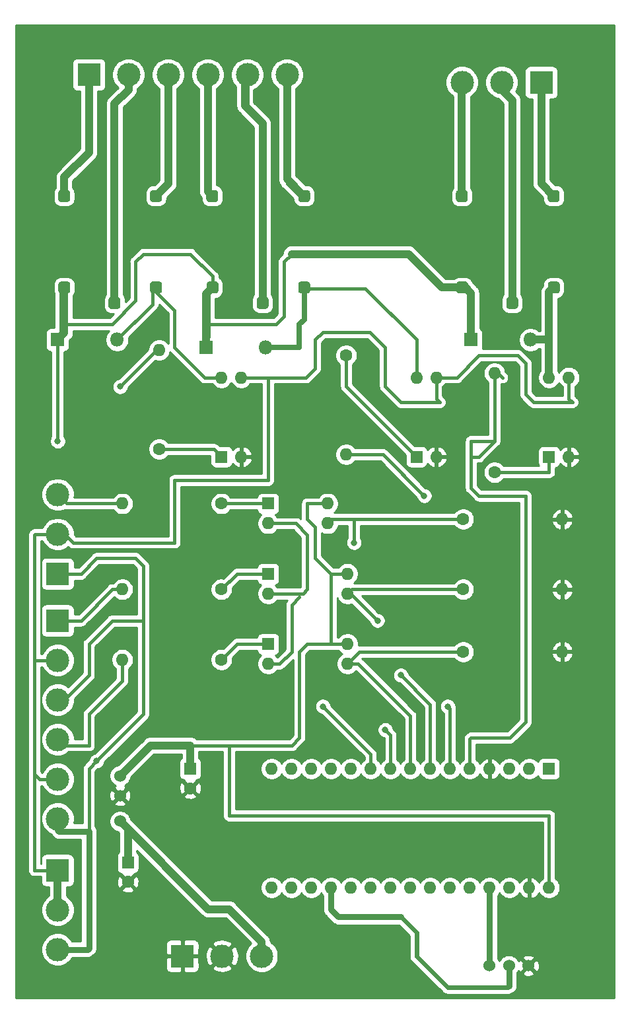
<source format=gbl>
G04 #@! TF.GenerationSoftware,KiCad,Pcbnew,(5.1.5)-3*
G04 #@! TF.CreationDate,2019-12-23T19:31:05-05:00*
G04 #@! TF.ProjectId,control_digital,636f6e74-726f-46c5-9f64-69676974616c,rev?*
G04 #@! TF.SameCoordinates,Original*
G04 #@! TF.FileFunction,Copper,L2,Bot*
G04 #@! TF.FilePolarity,Positive*
%FSLAX46Y46*%
G04 Gerber Fmt 4.6, Leading zero omitted, Abs format (unit mm)*
G04 Created by KiCad (PCBNEW (5.1.5)-3) date 2019-12-23 19:31:05*
%MOMM*%
%LPD*%
G04 APERTURE LIST*
%ADD10C,3.000000*%
%ADD11R,3.000000X3.000000*%
%ADD12C,1.600000*%
%ADD13R,1.600000X1.600000*%
%ADD14O,1.600000X1.600000*%
%ADD15C,0.100000*%
%ADD16R,1.800000X1.800000*%
%ADD17O,1.800000X1.800000*%
%ADD18C,1.524000*%
%ADD19C,0.800000*%
%ADD20C,0.600000*%
%ADD21C,0.800000*%
%ADD22C,0.400000*%
%ADD23C,1.000000*%
%ADD24C,0.700000*%
%ADD25C,0.254000*%
G04 APERTURE END LIST*
D10*
X20000000Y-98080000D03*
X20000000Y-103160000D03*
D11*
X20000000Y-93000000D03*
D10*
X20000000Y-108240000D03*
X20000000Y-113320000D03*
X20000000Y-118400000D03*
D12*
X37000000Y-114500000D03*
D13*
X37000000Y-112000000D03*
D12*
X29000000Y-126500000D03*
D13*
X29000000Y-124000000D03*
D14*
X54620000Y-78000000D03*
X47000000Y-80540000D03*
X54620000Y-80540000D03*
D13*
X47000000Y-78000000D03*
D10*
X46160000Y-136000000D03*
X41080000Y-136000000D03*
D11*
X36000000Y-136000000D03*
D13*
X83000000Y-112000000D03*
D14*
X49980000Y-127240000D03*
X80460000Y-112000000D03*
X52520000Y-127240000D03*
X77920000Y-112000000D03*
X55060000Y-127240000D03*
X75380000Y-112000000D03*
X57600000Y-127240000D03*
X72840000Y-112000000D03*
X60140000Y-127240000D03*
X70300000Y-112000000D03*
X62680000Y-127240000D03*
X67760000Y-112000000D03*
X65220000Y-127240000D03*
X65220000Y-112000000D03*
X67760000Y-127240000D03*
X62680000Y-112000000D03*
X70300000Y-127240000D03*
X60140000Y-112000000D03*
X72840000Y-127240000D03*
X57600000Y-112000000D03*
X75380000Y-127240000D03*
X55060000Y-112000000D03*
X77920000Y-127240000D03*
X52520000Y-112000000D03*
X80460000Y-127240000D03*
X49980000Y-112000000D03*
X83000000Y-127240000D03*
X47440000Y-112000000D03*
X47440000Y-127240000D03*
D10*
X20000000Y-76840000D03*
X20000000Y-81920000D03*
D11*
X20000000Y-87000000D03*
G04 #@! TA.AperFunction,ComponentPad*
D15*
G36*
X40247145Y-37808535D02*
G01*
X40284129Y-37814021D01*
X40320398Y-37823106D01*
X40355602Y-37835702D01*
X40389402Y-37851688D01*
X40421472Y-37870910D01*
X40451504Y-37893183D01*
X40479208Y-37918292D01*
X40504317Y-37945996D01*
X40526590Y-37976028D01*
X40545812Y-38008098D01*
X40561798Y-38041898D01*
X40574394Y-38077102D01*
X40583479Y-38113371D01*
X40588965Y-38150355D01*
X40590800Y-38187700D01*
X40590800Y-38949700D01*
X40588965Y-38987045D01*
X40583479Y-39024029D01*
X40574394Y-39060298D01*
X40561798Y-39095502D01*
X40545812Y-39129302D01*
X40526590Y-39161372D01*
X40504317Y-39191404D01*
X40479208Y-39219108D01*
X40451504Y-39244217D01*
X40421472Y-39266490D01*
X40389402Y-39285712D01*
X40355602Y-39301698D01*
X40320398Y-39314294D01*
X40284129Y-39323379D01*
X40247145Y-39328865D01*
X40209800Y-39330700D01*
X39447800Y-39330700D01*
X39410455Y-39328865D01*
X39373471Y-39323379D01*
X39337202Y-39314294D01*
X39301998Y-39301698D01*
X39268198Y-39285712D01*
X39236128Y-39266490D01*
X39206096Y-39244217D01*
X39178392Y-39219108D01*
X39153283Y-39191404D01*
X39131010Y-39161372D01*
X39111788Y-39129302D01*
X39095802Y-39095502D01*
X39083206Y-39060298D01*
X39074121Y-39024029D01*
X39068635Y-38987045D01*
X39066800Y-38949700D01*
X39066800Y-38187700D01*
X39068635Y-38150355D01*
X39074121Y-38113371D01*
X39083206Y-38077102D01*
X39095802Y-38041898D01*
X39111788Y-38008098D01*
X39131010Y-37976028D01*
X39153283Y-37945996D01*
X39178392Y-37918292D01*
X39206096Y-37893183D01*
X39236128Y-37870910D01*
X39268198Y-37851688D01*
X39301998Y-37835702D01*
X39337202Y-37823106D01*
X39373471Y-37814021D01*
X39410455Y-37808535D01*
X39447800Y-37806700D01*
X40209800Y-37806700D01*
X40247145Y-37808535D01*
G37*
G04 #@! TD.AperFunction*
G04 #@! TA.AperFunction,ComponentPad*
G36*
X40272545Y-49530635D02*
G01*
X40309529Y-49536121D01*
X40345798Y-49545206D01*
X40381002Y-49557802D01*
X40414802Y-49573788D01*
X40446872Y-49593010D01*
X40476904Y-49615283D01*
X40504608Y-49640392D01*
X40529717Y-49668096D01*
X40551990Y-49698128D01*
X40571212Y-49730198D01*
X40587198Y-49763998D01*
X40599794Y-49799202D01*
X40608879Y-49835471D01*
X40614365Y-49872455D01*
X40616200Y-49909800D01*
X40616200Y-50671800D01*
X40614365Y-50709145D01*
X40608879Y-50746129D01*
X40599794Y-50782398D01*
X40587198Y-50817602D01*
X40571212Y-50851402D01*
X40551990Y-50883472D01*
X40529717Y-50913504D01*
X40504608Y-50941208D01*
X40476904Y-50966317D01*
X40446872Y-50988590D01*
X40414802Y-51007812D01*
X40381002Y-51023798D01*
X40345798Y-51036394D01*
X40309529Y-51045479D01*
X40272545Y-51050965D01*
X40235200Y-51052800D01*
X39473200Y-51052800D01*
X39435855Y-51050965D01*
X39398871Y-51045479D01*
X39362602Y-51036394D01*
X39327398Y-51023798D01*
X39293598Y-51007812D01*
X39261528Y-50988590D01*
X39231496Y-50966317D01*
X39203792Y-50941208D01*
X39178683Y-50913504D01*
X39156410Y-50883472D01*
X39137188Y-50851402D01*
X39121202Y-50817602D01*
X39108606Y-50782398D01*
X39099521Y-50746129D01*
X39094035Y-50709145D01*
X39092200Y-50671800D01*
X39092200Y-49909800D01*
X39094035Y-49872455D01*
X39099521Y-49835471D01*
X39108606Y-49799202D01*
X39121202Y-49763998D01*
X39137188Y-49730198D01*
X39156410Y-49698128D01*
X39178683Y-49668096D01*
X39203792Y-49640392D01*
X39231496Y-49615283D01*
X39261528Y-49593010D01*
X39293598Y-49573788D01*
X39327398Y-49557802D01*
X39362602Y-49545206D01*
X39398871Y-49536121D01*
X39435855Y-49530635D01*
X39473200Y-49528800D01*
X40235200Y-49528800D01*
X40272545Y-49530635D01*
G37*
G04 #@! TD.AperFunction*
G04 #@! TA.AperFunction,ComponentPad*
G36*
X52032745Y-49530635D02*
G01*
X52069729Y-49536121D01*
X52105998Y-49545206D01*
X52141202Y-49557802D01*
X52175002Y-49573788D01*
X52207072Y-49593010D01*
X52237104Y-49615283D01*
X52264808Y-49640392D01*
X52289917Y-49668096D01*
X52312190Y-49698128D01*
X52331412Y-49730198D01*
X52347398Y-49763998D01*
X52359994Y-49799202D01*
X52369079Y-49835471D01*
X52374565Y-49872455D01*
X52376400Y-49909800D01*
X52376400Y-50671800D01*
X52374565Y-50709145D01*
X52369079Y-50746129D01*
X52359994Y-50782398D01*
X52347398Y-50817602D01*
X52331412Y-50851402D01*
X52312190Y-50883472D01*
X52289917Y-50913504D01*
X52264808Y-50941208D01*
X52237104Y-50966317D01*
X52207072Y-50988590D01*
X52175002Y-51007812D01*
X52141202Y-51023798D01*
X52105998Y-51036394D01*
X52069729Y-51045479D01*
X52032745Y-51050965D01*
X51995400Y-51052800D01*
X51233400Y-51052800D01*
X51196055Y-51050965D01*
X51159071Y-51045479D01*
X51122802Y-51036394D01*
X51087598Y-51023798D01*
X51053798Y-51007812D01*
X51021728Y-50988590D01*
X50991696Y-50966317D01*
X50963992Y-50941208D01*
X50938883Y-50913504D01*
X50916610Y-50883472D01*
X50897388Y-50851402D01*
X50881402Y-50817602D01*
X50868806Y-50782398D01*
X50859721Y-50746129D01*
X50854235Y-50709145D01*
X50852400Y-50671800D01*
X50852400Y-49909800D01*
X50854235Y-49872455D01*
X50859721Y-49835471D01*
X50868806Y-49799202D01*
X50881402Y-49763998D01*
X50897388Y-49730198D01*
X50916610Y-49698128D01*
X50938883Y-49668096D01*
X50963992Y-49640392D01*
X50991696Y-49615283D01*
X51021728Y-49593010D01*
X51053798Y-49573788D01*
X51087598Y-49557802D01*
X51122802Y-49545206D01*
X51159071Y-49536121D01*
X51196055Y-49530635D01*
X51233400Y-49528800D01*
X51995400Y-49528800D01*
X52032745Y-49530635D01*
G37*
G04 #@! TD.AperFunction*
G04 #@! TA.AperFunction,ComponentPad*
G36*
X52020045Y-37808535D02*
G01*
X52057029Y-37814021D01*
X52093298Y-37823106D01*
X52128502Y-37835702D01*
X52162302Y-37851688D01*
X52194372Y-37870910D01*
X52224404Y-37893183D01*
X52252108Y-37918292D01*
X52277217Y-37945996D01*
X52299490Y-37976028D01*
X52318712Y-38008098D01*
X52334698Y-38041898D01*
X52347294Y-38077102D01*
X52356379Y-38113371D01*
X52361865Y-38150355D01*
X52363700Y-38187700D01*
X52363700Y-38949700D01*
X52361865Y-38987045D01*
X52356379Y-39024029D01*
X52347294Y-39060298D01*
X52334698Y-39095502D01*
X52318712Y-39129302D01*
X52299490Y-39161372D01*
X52277217Y-39191404D01*
X52252108Y-39219108D01*
X52224404Y-39244217D01*
X52194372Y-39266490D01*
X52162302Y-39285712D01*
X52128502Y-39301698D01*
X52093298Y-39314294D01*
X52057029Y-39323379D01*
X52020045Y-39328865D01*
X51982700Y-39330700D01*
X51220700Y-39330700D01*
X51183355Y-39328865D01*
X51146371Y-39323379D01*
X51110102Y-39314294D01*
X51074898Y-39301698D01*
X51041098Y-39285712D01*
X51009028Y-39266490D01*
X50978996Y-39244217D01*
X50951292Y-39219108D01*
X50926183Y-39191404D01*
X50903910Y-39161372D01*
X50884688Y-39129302D01*
X50868702Y-39095502D01*
X50856106Y-39060298D01*
X50847021Y-39024029D01*
X50841535Y-38987045D01*
X50839700Y-38949700D01*
X50839700Y-38187700D01*
X50841535Y-38150355D01*
X50847021Y-38113371D01*
X50856106Y-38077102D01*
X50868702Y-38041898D01*
X50884688Y-38008098D01*
X50903910Y-37976028D01*
X50926183Y-37945996D01*
X50951292Y-37918292D01*
X50978996Y-37893183D01*
X51009028Y-37870910D01*
X51041098Y-37851688D01*
X51074898Y-37835702D01*
X51110102Y-37823106D01*
X51146371Y-37814021D01*
X51183355Y-37808535D01*
X51220700Y-37806700D01*
X51982700Y-37806700D01*
X52020045Y-37808535D01*
G37*
G04 #@! TD.AperFunction*
G04 #@! TA.AperFunction,ComponentPad*
G36*
X46698745Y-51511835D02*
G01*
X46735729Y-51517321D01*
X46771998Y-51526406D01*
X46807202Y-51539002D01*
X46841002Y-51554988D01*
X46873072Y-51574210D01*
X46903104Y-51596483D01*
X46930808Y-51621592D01*
X46955917Y-51649296D01*
X46978190Y-51679328D01*
X46997412Y-51711398D01*
X47013398Y-51745198D01*
X47025994Y-51780402D01*
X47035079Y-51816671D01*
X47040565Y-51853655D01*
X47042400Y-51891000D01*
X47042400Y-52653000D01*
X47040565Y-52690345D01*
X47035079Y-52727329D01*
X47025994Y-52763598D01*
X47013398Y-52798802D01*
X46997412Y-52832602D01*
X46978190Y-52864672D01*
X46955917Y-52894704D01*
X46930808Y-52922408D01*
X46903104Y-52947517D01*
X46873072Y-52969790D01*
X46841002Y-52989012D01*
X46807202Y-53004998D01*
X46771998Y-53017594D01*
X46735729Y-53026679D01*
X46698745Y-53032165D01*
X46661400Y-53034000D01*
X45899400Y-53034000D01*
X45862055Y-53032165D01*
X45825071Y-53026679D01*
X45788802Y-53017594D01*
X45753598Y-53004998D01*
X45719798Y-52989012D01*
X45687728Y-52969790D01*
X45657696Y-52947517D01*
X45629992Y-52922408D01*
X45604883Y-52894704D01*
X45582610Y-52864672D01*
X45563388Y-52832602D01*
X45547402Y-52798802D01*
X45534806Y-52763598D01*
X45525721Y-52727329D01*
X45520235Y-52690345D01*
X45518400Y-52653000D01*
X45518400Y-51891000D01*
X45520235Y-51853655D01*
X45525721Y-51816671D01*
X45534806Y-51780402D01*
X45547402Y-51745198D01*
X45563388Y-51711398D01*
X45582610Y-51679328D01*
X45604883Y-51649296D01*
X45629992Y-51621592D01*
X45657696Y-51596483D01*
X45687728Y-51574210D01*
X45719798Y-51554988D01*
X45753598Y-51539002D01*
X45788802Y-51526406D01*
X45825071Y-51517321D01*
X45862055Y-51511835D01*
X45899400Y-51510000D01*
X46661400Y-51510000D01*
X46698745Y-51511835D01*
G37*
G04 #@! TD.AperFunction*
G04 #@! TA.AperFunction,ComponentPad*
G36*
X27698745Y-51511835D02*
G01*
X27735729Y-51517321D01*
X27771998Y-51526406D01*
X27807202Y-51539002D01*
X27841002Y-51554988D01*
X27873072Y-51574210D01*
X27903104Y-51596483D01*
X27930808Y-51621592D01*
X27955917Y-51649296D01*
X27978190Y-51679328D01*
X27997412Y-51711398D01*
X28013398Y-51745198D01*
X28025994Y-51780402D01*
X28035079Y-51816671D01*
X28040565Y-51853655D01*
X28042400Y-51891000D01*
X28042400Y-52653000D01*
X28040565Y-52690345D01*
X28035079Y-52727329D01*
X28025994Y-52763598D01*
X28013398Y-52798802D01*
X27997412Y-52832602D01*
X27978190Y-52864672D01*
X27955917Y-52894704D01*
X27930808Y-52922408D01*
X27903104Y-52947517D01*
X27873072Y-52969790D01*
X27841002Y-52989012D01*
X27807202Y-53004998D01*
X27771998Y-53017594D01*
X27735729Y-53026679D01*
X27698745Y-53032165D01*
X27661400Y-53034000D01*
X26899400Y-53034000D01*
X26862055Y-53032165D01*
X26825071Y-53026679D01*
X26788802Y-53017594D01*
X26753598Y-53004998D01*
X26719798Y-52989012D01*
X26687728Y-52969790D01*
X26657696Y-52947517D01*
X26629992Y-52922408D01*
X26604883Y-52894704D01*
X26582610Y-52864672D01*
X26563388Y-52832602D01*
X26547402Y-52798802D01*
X26534806Y-52763598D01*
X26525721Y-52727329D01*
X26520235Y-52690345D01*
X26518400Y-52653000D01*
X26518400Y-51891000D01*
X26520235Y-51853655D01*
X26525721Y-51816671D01*
X26534806Y-51780402D01*
X26547402Y-51745198D01*
X26563388Y-51711398D01*
X26582610Y-51679328D01*
X26604883Y-51649296D01*
X26629992Y-51621592D01*
X26657696Y-51596483D01*
X26687728Y-51574210D01*
X26719798Y-51554988D01*
X26753598Y-51539002D01*
X26788802Y-51526406D01*
X26825071Y-51517321D01*
X26862055Y-51511835D01*
X26899400Y-51510000D01*
X27661400Y-51510000D01*
X27698745Y-51511835D01*
G37*
G04 #@! TD.AperFunction*
G04 #@! TA.AperFunction,ComponentPad*
G36*
X33020045Y-37808535D02*
G01*
X33057029Y-37814021D01*
X33093298Y-37823106D01*
X33128502Y-37835702D01*
X33162302Y-37851688D01*
X33194372Y-37870910D01*
X33224404Y-37893183D01*
X33252108Y-37918292D01*
X33277217Y-37945996D01*
X33299490Y-37976028D01*
X33318712Y-38008098D01*
X33334698Y-38041898D01*
X33347294Y-38077102D01*
X33356379Y-38113371D01*
X33361865Y-38150355D01*
X33363700Y-38187700D01*
X33363700Y-38949700D01*
X33361865Y-38987045D01*
X33356379Y-39024029D01*
X33347294Y-39060298D01*
X33334698Y-39095502D01*
X33318712Y-39129302D01*
X33299490Y-39161372D01*
X33277217Y-39191404D01*
X33252108Y-39219108D01*
X33224404Y-39244217D01*
X33194372Y-39266490D01*
X33162302Y-39285712D01*
X33128502Y-39301698D01*
X33093298Y-39314294D01*
X33057029Y-39323379D01*
X33020045Y-39328865D01*
X32982700Y-39330700D01*
X32220700Y-39330700D01*
X32183355Y-39328865D01*
X32146371Y-39323379D01*
X32110102Y-39314294D01*
X32074898Y-39301698D01*
X32041098Y-39285712D01*
X32009028Y-39266490D01*
X31978996Y-39244217D01*
X31951292Y-39219108D01*
X31926183Y-39191404D01*
X31903910Y-39161372D01*
X31884688Y-39129302D01*
X31868702Y-39095502D01*
X31856106Y-39060298D01*
X31847021Y-39024029D01*
X31841535Y-38987045D01*
X31839700Y-38949700D01*
X31839700Y-38187700D01*
X31841535Y-38150355D01*
X31847021Y-38113371D01*
X31856106Y-38077102D01*
X31868702Y-38041898D01*
X31884688Y-38008098D01*
X31903910Y-37976028D01*
X31926183Y-37945996D01*
X31951292Y-37918292D01*
X31978996Y-37893183D01*
X32009028Y-37870910D01*
X32041098Y-37851688D01*
X32074898Y-37835702D01*
X32110102Y-37823106D01*
X32146371Y-37814021D01*
X32183355Y-37808535D01*
X32220700Y-37806700D01*
X32982700Y-37806700D01*
X33020045Y-37808535D01*
G37*
G04 #@! TD.AperFunction*
G04 #@! TA.AperFunction,ComponentPad*
G36*
X33032745Y-49530635D02*
G01*
X33069729Y-49536121D01*
X33105998Y-49545206D01*
X33141202Y-49557802D01*
X33175002Y-49573788D01*
X33207072Y-49593010D01*
X33237104Y-49615283D01*
X33264808Y-49640392D01*
X33289917Y-49668096D01*
X33312190Y-49698128D01*
X33331412Y-49730198D01*
X33347398Y-49763998D01*
X33359994Y-49799202D01*
X33369079Y-49835471D01*
X33374565Y-49872455D01*
X33376400Y-49909800D01*
X33376400Y-50671800D01*
X33374565Y-50709145D01*
X33369079Y-50746129D01*
X33359994Y-50782398D01*
X33347398Y-50817602D01*
X33331412Y-50851402D01*
X33312190Y-50883472D01*
X33289917Y-50913504D01*
X33264808Y-50941208D01*
X33237104Y-50966317D01*
X33207072Y-50988590D01*
X33175002Y-51007812D01*
X33141202Y-51023798D01*
X33105998Y-51036394D01*
X33069729Y-51045479D01*
X33032745Y-51050965D01*
X32995400Y-51052800D01*
X32233400Y-51052800D01*
X32196055Y-51050965D01*
X32159071Y-51045479D01*
X32122802Y-51036394D01*
X32087598Y-51023798D01*
X32053798Y-51007812D01*
X32021728Y-50988590D01*
X31991696Y-50966317D01*
X31963992Y-50941208D01*
X31938883Y-50913504D01*
X31916610Y-50883472D01*
X31897388Y-50851402D01*
X31881402Y-50817602D01*
X31868806Y-50782398D01*
X31859721Y-50746129D01*
X31854235Y-50709145D01*
X31852400Y-50671800D01*
X31852400Y-49909800D01*
X31854235Y-49872455D01*
X31859721Y-49835471D01*
X31868806Y-49799202D01*
X31881402Y-49763998D01*
X31897388Y-49730198D01*
X31916610Y-49698128D01*
X31938883Y-49668096D01*
X31963992Y-49640392D01*
X31991696Y-49615283D01*
X32021728Y-49593010D01*
X32053798Y-49573788D01*
X32087598Y-49557802D01*
X32122802Y-49545206D01*
X32159071Y-49536121D01*
X32196055Y-49530635D01*
X32233400Y-49528800D01*
X32995400Y-49528800D01*
X33032745Y-49530635D01*
G37*
G04 #@! TD.AperFunction*
G04 #@! TA.AperFunction,ComponentPad*
G36*
X21272545Y-49530635D02*
G01*
X21309529Y-49536121D01*
X21345798Y-49545206D01*
X21381002Y-49557802D01*
X21414802Y-49573788D01*
X21446872Y-49593010D01*
X21476904Y-49615283D01*
X21504608Y-49640392D01*
X21529717Y-49668096D01*
X21551990Y-49698128D01*
X21571212Y-49730198D01*
X21587198Y-49763998D01*
X21599794Y-49799202D01*
X21608879Y-49835471D01*
X21614365Y-49872455D01*
X21616200Y-49909800D01*
X21616200Y-50671800D01*
X21614365Y-50709145D01*
X21608879Y-50746129D01*
X21599794Y-50782398D01*
X21587198Y-50817602D01*
X21571212Y-50851402D01*
X21551990Y-50883472D01*
X21529717Y-50913504D01*
X21504608Y-50941208D01*
X21476904Y-50966317D01*
X21446872Y-50988590D01*
X21414802Y-51007812D01*
X21381002Y-51023798D01*
X21345798Y-51036394D01*
X21309529Y-51045479D01*
X21272545Y-51050965D01*
X21235200Y-51052800D01*
X20473200Y-51052800D01*
X20435855Y-51050965D01*
X20398871Y-51045479D01*
X20362602Y-51036394D01*
X20327398Y-51023798D01*
X20293598Y-51007812D01*
X20261528Y-50988590D01*
X20231496Y-50966317D01*
X20203792Y-50941208D01*
X20178683Y-50913504D01*
X20156410Y-50883472D01*
X20137188Y-50851402D01*
X20121202Y-50817602D01*
X20108606Y-50782398D01*
X20099521Y-50746129D01*
X20094035Y-50709145D01*
X20092200Y-50671800D01*
X20092200Y-49909800D01*
X20094035Y-49872455D01*
X20099521Y-49835471D01*
X20108606Y-49799202D01*
X20121202Y-49763998D01*
X20137188Y-49730198D01*
X20156410Y-49698128D01*
X20178683Y-49668096D01*
X20203792Y-49640392D01*
X20231496Y-49615283D01*
X20261528Y-49593010D01*
X20293598Y-49573788D01*
X20327398Y-49557802D01*
X20362602Y-49545206D01*
X20398871Y-49536121D01*
X20435855Y-49530635D01*
X20473200Y-49528800D01*
X21235200Y-49528800D01*
X21272545Y-49530635D01*
G37*
G04 #@! TD.AperFunction*
G04 #@! TA.AperFunction,ComponentPad*
G36*
X21247145Y-37808535D02*
G01*
X21284129Y-37814021D01*
X21320398Y-37823106D01*
X21355602Y-37835702D01*
X21389402Y-37851688D01*
X21421472Y-37870910D01*
X21451504Y-37893183D01*
X21479208Y-37918292D01*
X21504317Y-37945996D01*
X21526590Y-37976028D01*
X21545812Y-38008098D01*
X21561798Y-38041898D01*
X21574394Y-38077102D01*
X21583479Y-38113371D01*
X21588965Y-38150355D01*
X21590800Y-38187700D01*
X21590800Y-38949700D01*
X21588965Y-38987045D01*
X21583479Y-39024029D01*
X21574394Y-39060298D01*
X21561798Y-39095502D01*
X21545812Y-39129302D01*
X21526590Y-39161372D01*
X21504317Y-39191404D01*
X21479208Y-39219108D01*
X21451504Y-39244217D01*
X21421472Y-39266490D01*
X21389402Y-39285712D01*
X21355602Y-39301698D01*
X21320398Y-39314294D01*
X21284129Y-39323379D01*
X21247145Y-39328865D01*
X21209800Y-39330700D01*
X20447800Y-39330700D01*
X20410455Y-39328865D01*
X20373471Y-39323379D01*
X20337202Y-39314294D01*
X20301998Y-39301698D01*
X20268198Y-39285712D01*
X20236128Y-39266490D01*
X20206096Y-39244217D01*
X20178392Y-39219108D01*
X20153283Y-39191404D01*
X20131010Y-39161372D01*
X20111788Y-39129302D01*
X20095802Y-39095502D01*
X20083206Y-39060298D01*
X20074121Y-39024029D01*
X20068635Y-38987045D01*
X20066800Y-38949700D01*
X20066800Y-38187700D01*
X20068635Y-38150355D01*
X20074121Y-38113371D01*
X20083206Y-38077102D01*
X20095802Y-38041898D01*
X20111788Y-38008098D01*
X20131010Y-37976028D01*
X20153283Y-37945996D01*
X20178392Y-37918292D01*
X20206096Y-37893183D01*
X20236128Y-37870910D01*
X20268198Y-37851688D01*
X20301998Y-37835702D01*
X20337202Y-37823106D01*
X20373471Y-37814021D01*
X20410455Y-37808535D01*
X20447800Y-37806700D01*
X21209800Y-37806700D01*
X21247145Y-37808535D01*
G37*
G04 #@! TD.AperFunction*
D16*
X73000000Y-57000000D03*
D17*
X80620000Y-57000000D03*
G04 #@! TA.AperFunction,ComponentPad*
D15*
G36*
X78698745Y-51511835D02*
G01*
X78735729Y-51517321D01*
X78771998Y-51526406D01*
X78807202Y-51539002D01*
X78841002Y-51554988D01*
X78873072Y-51574210D01*
X78903104Y-51596483D01*
X78930808Y-51621592D01*
X78955917Y-51649296D01*
X78978190Y-51679328D01*
X78997412Y-51711398D01*
X79013398Y-51745198D01*
X79025994Y-51780402D01*
X79035079Y-51816671D01*
X79040565Y-51853655D01*
X79042400Y-51891000D01*
X79042400Y-52653000D01*
X79040565Y-52690345D01*
X79035079Y-52727329D01*
X79025994Y-52763598D01*
X79013398Y-52798802D01*
X78997412Y-52832602D01*
X78978190Y-52864672D01*
X78955917Y-52894704D01*
X78930808Y-52922408D01*
X78903104Y-52947517D01*
X78873072Y-52969790D01*
X78841002Y-52989012D01*
X78807202Y-53004998D01*
X78771998Y-53017594D01*
X78735729Y-53026679D01*
X78698745Y-53032165D01*
X78661400Y-53034000D01*
X77899400Y-53034000D01*
X77862055Y-53032165D01*
X77825071Y-53026679D01*
X77788802Y-53017594D01*
X77753598Y-53004998D01*
X77719798Y-52989012D01*
X77687728Y-52969790D01*
X77657696Y-52947517D01*
X77629992Y-52922408D01*
X77604883Y-52894704D01*
X77582610Y-52864672D01*
X77563388Y-52832602D01*
X77547402Y-52798802D01*
X77534806Y-52763598D01*
X77525721Y-52727329D01*
X77520235Y-52690345D01*
X77518400Y-52653000D01*
X77518400Y-51891000D01*
X77520235Y-51853655D01*
X77525721Y-51816671D01*
X77534806Y-51780402D01*
X77547402Y-51745198D01*
X77563388Y-51711398D01*
X77582610Y-51679328D01*
X77604883Y-51649296D01*
X77629992Y-51621592D01*
X77657696Y-51596483D01*
X77687728Y-51574210D01*
X77719798Y-51554988D01*
X77753598Y-51539002D01*
X77788802Y-51526406D01*
X77825071Y-51517321D01*
X77862055Y-51511835D01*
X77899400Y-51510000D01*
X78661400Y-51510000D01*
X78698745Y-51511835D01*
G37*
G04 #@! TD.AperFunction*
G04 #@! TA.AperFunction,ComponentPad*
G36*
X84020045Y-37808535D02*
G01*
X84057029Y-37814021D01*
X84093298Y-37823106D01*
X84128502Y-37835702D01*
X84162302Y-37851688D01*
X84194372Y-37870910D01*
X84224404Y-37893183D01*
X84252108Y-37918292D01*
X84277217Y-37945996D01*
X84299490Y-37976028D01*
X84318712Y-38008098D01*
X84334698Y-38041898D01*
X84347294Y-38077102D01*
X84356379Y-38113371D01*
X84361865Y-38150355D01*
X84363700Y-38187700D01*
X84363700Y-38949700D01*
X84361865Y-38987045D01*
X84356379Y-39024029D01*
X84347294Y-39060298D01*
X84334698Y-39095502D01*
X84318712Y-39129302D01*
X84299490Y-39161372D01*
X84277217Y-39191404D01*
X84252108Y-39219108D01*
X84224404Y-39244217D01*
X84194372Y-39266490D01*
X84162302Y-39285712D01*
X84128502Y-39301698D01*
X84093298Y-39314294D01*
X84057029Y-39323379D01*
X84020045Y-39328865D01*
X83982700Y-39330700D01*
X83220700Y-39330700D01*
X83183355Y-39328865D01*
X83146371Y-39323379D01*
X83110102Y-39314294D01*
X83074898Y-39301698D01*
X83041098Y-39285712D01*
X83009028Y-39266490D01*
X82978996Y-39244217D01*
X82951292Y-39219108D01*
X82926183Y-39191404D01*
X82903910Y-39161372D01*
X82884688Y-39129302D01*
X82868702Y-39095502D01*
X82856106Y-39060298D01*
X82847021Y-39024029D01*
X82841535Y-38987045D01*
X82839700Y-38949700D01*
X82839700Y-38187700D01*
X82841535Y-38150355D01*
X82847021Y-38113371D01*
X82856106Y-38077102D01*
X82868702Y-38041898D01*
X82884688Y-38008098D01*
X82903910Y-37976028D01*
X82926183Y-37945996D01*
X82951292Y-37918292D01*
X82978996Y-37893183D01*
X83009028Y-37870910D01*
X83041098Y-37851688D01*
X83074898Y-37835702D01*
X83110102Y-37823106D01*
X83146371Y-37814021D01*
X83183355Y-37808535D01*
X83220700Y-37806700D01*
X83982700Y-37806700D01*
X84020045Y-37808535D01*
G37*
G04 #@! TD.AperFunction*
G04 #@! TA.AperFunction,ComponentPad*
G36*
X84032745Y-49530635D02*
G01*
X84069729Y-49536121D01*
X84105998Y-49545206D01*
X84141202Y-49557802D01*
X84175002Y-49573788D01*
X84207072Y-49593010D01*
X84237104Y-49615283D01*
X84264808Y-49640392D01*
X84289917Y-49668096D01*
X84312190Y-49698128D01*
X84331412Y-49730198D01*
X84347398Y-49763998D01*
X84359994Y-49799202D01*
X84369079Y-49835471D01*
X84374565Y-49872455D01*
X84376400Y-49909800D01*
X84376400Y-50671800D01*
X84374565Y-50709145D01*
X84369079Y-50746129D01*
X84359994Y-50782398D01*
X84347398Y-50817602D01*
X84331412Y-50851402D01*
X84312190Y-50883472D01*
X84289917Y-50913504D01*
X84264808Y-50941208D01*
X84237104Y-50966317D01*
X84207072Y-50988590D01*
X84175002Y-51007812D01*
X84141202Y-51023798D01*
X84105998Y-51036394D01*
X84069729Y-51045479D01*
X84032745Y-51050965D01*
X83995400Y-51052800D01*
X83233400Y-51052800D01*
X83196055Y-51050965D01*
X83159071Y-51045479D01*
X83122802Y-51036394D01*
X83087598Y-51023798D01*
X83053798Y-51007812D01*
X83021728Y-50988590D01*
X82991696Y-50966317D01*
X82963992Y-50941208D01*
X82938883Y-50913504D01*
X82916610Y-50883472D01*
X82897388Y-50851402D01*
X82881402Y-50817602D01*
X82868806Y-50782398D01*
X82859721Y-50746129D01*
X82854235Y-50709145D01*
X82852400Y-50671800D01*
X82852400Y-49909800D01*
X82854235Y-49872455D01*
X82859721Y-49835471D01*
X82868806Y-49799202D01*
X82881402Y-49763998D01*
X82897388Y-49730198D01*
X82916610Y-49698128D01*
X82938883Y-49668096D01*
X82963992Y-49640392D01*
X82991696Y-49615283D01*
X83021728Y-49593010D01*
X83053798Y-49573788D01*
X83087598Y-49557802D01*
X83122802Y-49545206D01*
X83159071Y-49536121D01*
X83196055Y-49530635D01*
X83233400Y-49528800D01*
X83995400Y-49528800D01*
X84032745Y-49530635D01*
G37*
G04 #@! TD.AperFunction*
G04 #@! TA.AperFunction,ComponentPad*
G36*
X72272545Y-49530635D02*
G01*
X72309529Y-49536121D01*
X72345798Y-49545206D01*
X72381002Y-49557802D01*
X72414802Y-49573788D01*
X72446872Y-49593010D01*
X72476904Y-49615283D01*
X72504608Y-49640392D01*
X72529717Y-49668096D01*
X72551990Y-49698128D01*
X72571212Y-49730198D01*
X72587198Y-49763998D01*
X72599794Y-49799202D01*
X72608879Y-49835471D01*
X72614365Y-49872455D01*
X72616200Y-49909800D01*
X72616200Y-50671800D01*
X72614365Y-50709145D01*
X72608879Y-50746129D01*
X72599794Y-50782398D01*
X72587198Y-50817602D01*
X72571212Y-50851402D01*
X72551990Y-50883472D01*
X72529717Y-50913504D01*
X72504608Y-50941208D01*
X72476904Y-50966317D01*
X72446872Y-50988590D01*
X72414802Y-51007812D01*
X72381002Y-51023798D01*
X72345798Y-51036394D01*
X72309529Y-51045479D01*
X72272545Y-51050965D01*
X72235200Y-51052800D01*
X71473200Y-51052800D01*
X71435855Y-51050965D01*
X71398871Y-51045479D01*
X71362602Y-51036394D01*
X71327398Y-51023798D01*
X71293598Y-51007812D01*
X71261528Y-50988590D01*
X71231496Y-50966317D01*
X71203792Y-50941208D01*
X71178683Y-50913504D01*
X71156410Y-50883472D01*
X71137188Y-50851402D01*
X71121202Y-50817602D01*
X71108606Y-50782398D01*
X71099521Y-50746129D01*
X71094035Y-50709145D01*
X71092200Y-50671800D01*
X71092200Y-49909800D01*
X71094035Y-49872455D01*
X71099521Y-49835471D01*
X71108606Y-49799202D01*
X71121202Y-49763998D01*
X71137188Y-49730198D01*
X71156410Y-49698128D01*
X71178683Y-49668096D01*
X71203792Y-49640392D01*
X71231496Y-49615283D01*
X71261528Y-49593010D01*
X71293598Y-49573788D01*
X71327398Y-49557802D01*
X71362602Y-49545206D01*
X71398871Y-49536121D01*
X71435855Y-49530635D01*
X71473200Y-49528800D01*
X72235200Y-49528800D01*
X72272545Y-49530635D01*
G37*
G04 #@! TD.AperFunction*
G04 #@! TA.AperFunction,ComponentPad*
G36*
X72247145Y-37808535D02*
G01*
X72284129Y-37814021D01*
X72320398Y-37823106D01*
X72355602Y-37835702D01*
X72389402Y-37851688D01*
X72421472Y-37870910D01*
X72451504Y-37893183D01*
X72479208Y-37918292D01*
X72504317Y-37945996D01*
X72526590Y-37976028D01*
X72545812Y-38008098D01*
X72561798Y-38041898D01*
X72574394Y-38077102D01*
X72583479Y-38113371D01*
X72588965Y-38150355D01*
X72590800Y-38187700D01*
X72590800Y-38949700D01*
X72588965Y-38987045D01*
X72583479Y-39024029D01*
X72574394Y-39060298D01*
X72561798Y-39095502D01*
X72545812Y-39129302D01*
X72526590Y-39161372D01*
X72504317Y-39191404D01*
X72479208Y-39219108D01*
X72451504Y-39244217D01*
X72421472Y-39266490D01*
X72389402Y-39285712D01*
X72355602Y-39301698D01*
X72320398Y-39314294D01*
X72284129Y-39323379D01*
X72247145Y-39328865D01*
X72209800Y-39330700D01*
X71447800Y-39330700D01*
X71410455Y-39328865D01*
X71373471Y-39323379D01*
X71337202Y-39314294D01*
X71301998Y-39301698D01*
X71268198Y-39285712D01*
X71236128Y-39266490D01*
X71206096Y-39244217D01*
X71178392Y-39219108D01*
X71153283Y-39191404D01*
X71131010Y-39161372D01*
X71111788Y-39129302D01*
X71095802Y-39095502D01*
X71083206Y-39060298D01*
X71074121Y-39024029D01*
X71068635Y-38987045D01*
X71066800Y-38949700D01*
X71066800Y-38187700D01*
X71068635Y-38150355D01*
X71074121Y-38113371D01*
X71083206Y-38077102D01*
X71095802Y-38041898D01*
X71111788Y-38008098D01*
X71131010Y-37976028D01*
X71153283Y-37945996D01*
X71178392Y-37918292D01*
X71206096Y-37893183D01*
X71236128Y-37870910D01*
X71268198Y-37851688D01*
X71301998Y-37835702D01*
X71337202Y-37823106D01*
X71373471Y-37814021D01*
X71410455Y-37808535D01*
X71447800Y-37806700D01*
X72209800Y-37806700D01*
X72247145Y-37808535D01*
G37*
G04 #@! TD.AperFunction*
D11*
X82000000Y-24000000D03*
D10*
X76920000Y-24000000D03*
X71840000Y-24000000D03*
D14*
X76000000Y-61300000D03*
D12*
X76000000Y-74000000D03*
D14*
X57000000Y-71700000D03*
D12*
X57000000Y-59000000D03*
D14*
X33000000Y-58300000D03*
D12*
X33000000Y-71000000D03*
D14*
X28300000Y-98000000D03*
D12*
X41000000Y-98000000D03*
D14*
X84700000Y-97000000D03*
D12*
X72000000Y-97000000D03*
D14*
X28300000Y-89000000D03*
D12*
X41000000Y-89000000D03*
D14*
X84700000Y-89000000D03*
D12*
X72000000Y-89000000D03*
D14*
X28300000Y-78000000D03*
D12*
X41000000Y-78000000D03*
D10*
X20000000Y-135160000D03*
X20000000Y-130080000D03*
D11*
X20000000Y-125000000D03*
D10*
X49400000Y-23000000D03*
X44320000Y-23000000D03*
X39240000Y-23000000D03*
D11*
X24000000Y-23000000D03*
D10*
X34160000Y-23000000D03*
X29080000Y-23000000D03*
D18*
X80353300Y-137244100D03*
X77851400Y-137244100D03*
X75362200Y-137244100D03*
X28002800Y-112897400D03*
X28002800Y-115450100D03*
X28002800Y-118714000D03*
D13*
X47000000Y-87000000D03*
D14*
X57160000Y-89540000D03*
X47000000Y-89540000D03*
X57160000Y-87000000D03*
X57160000Y-96000000D03*
X47000000Y-98540000D03*
X57160000Y-98540000D03*
D13*
X47000000Y-96000000D03*
X41000000Y-72000000D03*
D14*
X43540000Y-61840000D03*
X43540000Y-72000000D03*
X41000000Y-61840000D03*
X66000000Y-61840000D03*
X68540000Y-72000000D03*
X68540000Y-61840000D03*
D13*
X66000000Y-72000000D03*
X83000000Y-72000000D03*
D14*
X85540000Y-61840000D03*
X85540000Y-72000000D03*
X83000000Y-61840000D03*
D16*
X20000000Y-57000000D03*
D17*
X27620000Y-57000000D03*
X46620000Y-58000000D03*
D16*
X39000000Y-58000000D03*
D12*
X72000000Y-80000000D03*
D14*
X84700000Y-80000000D03*
D19*
X67000000Y-77000000D03*
X70000000Y-104000000D03*
X28000000Y-63000000D03*
X64000000Y-100000000D03*
X61000000Y-93000000D03*
X62000000Y-107000000D03*
X58000000Y-83000000D03*
X54000000Y-104000000D03*
X20000000Y-70000000D03*
X25000000Y-111000000D03*
D20*
X56000000Y-131000000D02*
X55060000Y-130060000D01*
X64000000Y-131000000D02*
X56000000Y-131000000D01*
X66000000Y-133000000D02*
X64000000Y-131000000D01*
X66000000Y-136000000D02*
X66000000Y-133000000D01*
X70000000Y-140000000D02*
X66000000Y-136000000D01*
X77702800Y-140000000D02*
X70000000Y-140000000D01*
X77851400Y-139851400D02*
X77702800Y-140000000D01*
D21*
X77851400Y-137244100D02*
X77851400Y-139851400D01*
X55060000Y-127240000D02*
X55060000Y-130060000D01*
X55060000Y-130060000D02*
X56000000Y-131000000D01*
X56000000Y-131000000D02*
X64000000Y-131000000D01*
D22*
X76620000Y-61460000D02*
X77000000Y-61840000D01*
X76000000Y-61300000D02*
X76000000Y-70000000D01*
X76000000Y-70000000D02*
X74000000Y-72000000D01*
X74000000Y-72000000D02*
X73000000Y-72000000D01*
X73000000Y-72000000D02*
X74000000Y-72000000D01*
X74000000Y-72000000D02*
X76000000Y-70000000D01*
X76000000Y-70000000D02*
X73000000Y-70000000D01*
X73000000Y-70000000D02*
X73000000Y-76000000D01*
X73000000Y-76000000D02*
X74000000Y-77000000D01*
X74000000Y-77000000D02*
X80000000Y-77000000D01*
X80000000Y-77000000D02*
X80000000Y-106000000D01*
X80000000Y-106000000D02*
X78000000Y-108000000D01*
X78000000Y-108000000D02*
X73000000Y-108000000D01*
X73000000Y-108000000D02*
X72840000Y-108160000D01*
X72840000Y-108160000D02*
X72840000Y-112000000D01*
X70300000Y-112000000D02*
X70300000Y-104300000D01*
X61700000Y-71700000D02*
X57000000Y-71700000D01*
X67000000Y-77000000D02*
X61700000Y-71700000D01*
X70300000Y-104300000D02*
X70000000Y-104000000D01*
X67760000Y-112000000D02*
X67760000Y-103760000D01*
X32700000Y-58300000D02*
X33000000Y-58300000D01*
X28000000Y-63000000D02*
X32700000Y-58300000D01*
X67760000Y-103760000D02*
X64000000Y-100000000D01*
X72000000Y-97000000D02*
X58700000Y-97000000D01*
X58700000Y-97000000D02*
X57160000Y-98540000D01*
X57160000Y-98540000D02*
X58540000Y-98540000D01*
X65220000Y-105220000D02*
X65220000Y-112000000D01*
X58540000Y-98540000D02*
X65220000Y-105220000D01*
X72000000Y-89000000D02*
X57700000Y-89000000D01*
X57700000Y-89000000D02*
X57160000Y-89540000D01*
X62680000Y-112000000D02*
X62680000Y-107680000D01*
X57540000Y-89540000D02*
X57160000Y-89540000D01*
X61000000Y-93000000D02*
X57540000Y-89540000D01*
X62680000Y-107680000D02*
X62000000Y-107000000D01*
X72000000Y-80000000D02*
X58000000Y-80000000D01*
X58000000Y-80000000D02*
X55160000Y-80000000D01*
X55160000Y-80000000D02*
X54620000Y-80540000D01*
X60140000Y-112000000D02*
X60140000Y-110140000D01*
X58000000Y-83000000D02*
X58000000Y-80000000D01*
X60140000Y-110140000D02*
X54000000Y-104000000D01*
D21*
X75380000Y-127240000D02*
X75380000Y-137226300D01*
X75380000Y-137226300D02*
X75362200Y-137244100D01*
D22*
X57160000Y-96000000D02*
X55000000Y-96000000D01*
X55000000Y-96000000D02*
X52000000Y-96000000D01*
X50000000Y-109000000D02*
X42000000Y-109000000D01*
X42000000Y-109000000D02*
X37000000Y-109000000D01*
X37000000Y-109000000D02*
X36000000Y-109000000D01*
X36000000Y-109000000D02*
X33000000Y-109000000D01*
X33000000Y-109000000D02*
X31900200Y-109000000D01*
X51000000Y-108000000D02*
X50000000Y-109000000D01*
X51000000Y-97000000D02*
X51000000Y-108000000D01*
X52000000Y-96000000D02*
X51000000Y-97000000D01*
X57160000Y-87000000D02*
X55000000Y-87000000D01*
X55000000Y-87000000D02*
X55000000Y-96000000D01*
X54620000Y-78000000D02*
X52000000Y-78000000D01*
X53000000Y-85000000D02*
X55000000Y-87000000D01*
X53000000Y-81000000D02*
X53000000Y-85000000D01*
X52000000Y-80000000D02*
X53000000Y-81000000D01*
X52000000Y-79000000D02*
X52000000Y-80000000D01*
X52000000Y-78000000D02*
X52000000Y-79000000D01*
D23*
X37000000Y-112000000D02*
X37000000Y-109000000D01*
X28002800Y-112897400D02*
X31900200Y-109000000D01*
X31900200Y-109000000D02*
X37000000Y-109000000D01*
D22*
X83000000Y-127240000D02*
X83000000Y-118000000D01*
X42000000Y-118000000D02*
X42000000Y-109000000D01*
X83000000Y-118000000D02*
X42000000Y-118000000D01*
X20000000Y-57000000D02*
X20000000Y-70000000D01*
X25000000Y-111000000D02*
X24000000Y-112000000D01*
X24000000Y-112000000D02*
X24000000Y-120000000D01*
X24000000Y-120000000D02*
X24000000Y-120160000D01*
X39398300Y-56601700D02*
X39000000Y-57000000D01*
X39398300Y-50431300D02*
X39398300Y-56601700D01*
X39398300Y-50431300D02*
X39398300Y-56601700D01*
X39398300Y-56601700D02*
X39000000Y-57000000D01*
X72290800Y-50290800D02*
X71854200Y-50290800D01*
X73000000Y-51000000D02*
X72290800Y-50290800D01*
X20398300Y-56601700D02*
X20000000Y-57000000D01*
X20398300Y-50431300D02*
X20398300Y-55000000D01*
X20398300Y-55000000D02*
X20398300Y-56601700D01*
X39854200Y-50290800D02*
X39854200Y-48854200D01*
X39854200Y-48854200D02*
X37000000Y-46000000D01*
X37000000Y-46000000D02*
X31000000Y-46000000D01*
X31000000Y-46000000D02*
X30000000Y-47000000D01*
X30000000Y-47000000D02*
X30000000Y-52000000D01*
X30000000Y-52000000D02*
X27000000Y-55000000D01*
X27000000Y-55000000D02*
X20398300Y-55000000D01*
X39000000Y-55000000D02*
X39000000Y-58000000D01*
X69290800Y-50290800D02*
X65000000Y-46000000D01*
X50000000Y-46000000D02*
X49000000Y-47000000D01*
X49000000Y-47000000D02*
X49000000Y-54000000D01*
X49000000Y-54000000D02*
X48000000Y-55000000D01*
X48000000Y-55000000D02*
X39000000Y-55000000D01*
D23*
X39000000Y-58000000D02*
X39000000Y-51145000D01*
X39000000Y-51145000D02*
X39854200Y-50290800D01*
X73000000Y-57000000D02*
X73000000Y-51000000D01*
X73000000Y-51000000D02*
X72290800Y-50290800D01*
X72290800Y-50290800D02*
X71854200Y-50290800D01*
X71854200Y-50290800D02*
X69290800Y-50290800D01*
X69290800Y-50290800D02*
X65000000Y-46000000D01*
X65000000Y-46000000D02*
X50000000Y-46000000D01*
X20854200Y-50290800D02*
X20854200Y-56145800D01*
X20854200Y-56145800D02*
X20000000Y-57000000D01*
D22*
X31000000Y-105000000D02*
X25000000Y-111000000D01*
X31000000Y-93000000D02*
X31000000Y-105000000D01*
X20000000Y-103160000D02*
X20840000Y-103160000D01*
X27000000Y-93000000D02*
X31000000Y-93000000D01*
X24000000Y-96000000D02*
X27000000Y-93000000D01*
X24000000Y-100000000D02*
X24000000Y-96000000D01*
X20840000Y-103160000D02*
X24000000Y-100000000D01*
X24000000Y-120160000D02*
X20000000Y-120160000D01*
X20000000Y-120160000D02*
X20000000Y-118400000D01*
X20000000Y-87000000D02*
X23000000Y-87000000D01*
X31000000Y-86000000D02*
X31000000Y-93000000D01*
X30000000Y-85000000D02*
X31000000Y-86000000D01*
X25000000Y-85000000D02*
X30000000Y-85000000D01*
X23000000Y-87000000D02*
X25000000Y-85000000D01*
D21*
X24000000Y-120160000D02*
X24000000Y-135000000D01*
X23840000Y-135160000D02*
X20000000Y-135160000D01*
X24000000Y-135000000D02*
X23840000Y-135160000D01*
X24000000Y-120000000D02*
X20160000Y-120000000D01*
X20000000Y-119840000D02*
X20000000Y-118400000D01*
X20160000Y-120000000D02*
X20000000Y-119840000D01*
D22*
X32171200Y-50431300D02*
X32171200Y-52448800D01*
X32171200Y-52448800D02*
X27620000Y-57000000D01*
X41000000Y-61840000D02*
X38840000Y-61840000D01*
X35000000Y-53260100D02*
X32171200Y-50431300D01*
X35000000Y-58000000D02*
X35000000Y-53260100D01*
X38840000Y-61840000D02*
X35000000Y-58000000D01*
X59431300Y-50431300D02*
X51171200Y-50431300D01*
X66000000Y-57000000D02*
X59431300Y-50431300D01*
D24*
X46620000Y-58000000D02*
X51000000Y-58000000D01*
X51614400Y-54385600D02*
X51614400Y-50290800D01*
X51000000Y-55000000D02*
X51614400Y-54385600D01*
X51000000Y-58000000D02*
X51000000Y-55000000D01*
D22*
X66000000Y-61840000D02*
X66000000Y-57000000D01*
X83000000Y-61840000D02*
X83000000Y-59380000D01*
X83000000Y-61840000D02*
X83000000Y-57000000D01*
X83000000Y-57000000D02*
X83000000Y-50905200D01*
X83000000Y-50905200D02*
X83614400Y-50290800D01*
D23*
X83614400Y-50290800D02*
X83000000Y-50905200D01*
X83000000Y-50905200D02*
X83000000Y-61840000D01*
X83000000Y-57000000D02*
X80620000Y-57000000D01*
D22*
X43540000Y-61840000D02*
X47000000Y-61840000D01*
X47000000Y-61840000D02*
X49000000Y-61840000D01*
X49000000Y-61840000D02*
X51840000Y-61840000D01*
X68540000Y-64540000D02*
X68540000Y-61840000D01*
X69000000Y-65000000D02*
X68540000Y-64540000D01*
X64000000Y-65000000D02*
X69000000Y-65000000D01*
X62000000Y-63000000D02*
X64000000Y-65000000D01*
X62000000Y-58000000D02*
X62000000Y-63000000D01*
X60000000Y-56000000D02*
X62000000Y-58000000D01*
X54000000Y-56000000D02*
X60000000Y-56000000D01*
X53000000Y-57000000D02*
X54000000Y-56000000D01*
X53000000Y-60680000D02*
X53000000Y-57000000D01*
X51840000Y-61840000D02*
X53000000Y-60680000D01*
X68540000Y-61840000D02*
X71160000Y-61840000D01*
X85540000Y-64540000D02*
X85540000Y-61840000D01*
X86000000Y-65000000D02*
X85540000Y-64540000D01*
X81000000Y-65000000D02*
X86000000Y-65000000D01*
X80000000Y-64000000D02*
X81000000Y-65000000D01*
X80000000Y-60000000D02*
X80000000Y-64000000D01*
X79000000Y-59000000D02*
X80000000Y-60000000D01*
X74000000Y-59000000D02*
X79000000Y-59000000D01*
X71160000Y-61840000D02*
X74000000Y-59000000D01*
D23*
X20000000Y-130080000D02*
X20000000Y-125000000D01*
D22*
X20000000Y-113320000D02*
X17680000Y-113320000D01*
X17080000Y-98080000D02*
X20000000Y-98080000D01*
X17000000Y-98000000D02*
X17080000Y-98080000D01*
X17000000Y-112640000D02*
X17000000Y-112000000D01*
X17000000Y-112000000D02*
X17000000Y-98000000D01*
X17680000Y-113320000D02*
X17000000Y-112640000D01*
X17000000Y-98000000D02*
X17000000Y-82000000D01*
X17000000Y-82000000D02*
X17080000Y-81920000D01*
X17080000Y-81920000D02*
X20000000Y-81920000D01*
X17000000Y-112000000D02*
X17000000Y-125000000D01*
X17000000Y-125000000D02*
X20000000Y-125000000D01*
X47000000Y-61840000D02*
X47000000Y-75000000D01*
X20920000Y-81920000D02*
X20000000Y-81920000D01*
X22000000Y-83000000D02*
X20920000Y-81920000D01*
X35000000Y-83000000D02*
X22000000Y-83000000D01*
X35000000Y-75000000D02*
X35000000Y-83000000D01*
X47000000Y-75000000D02*
X35000000Y-75000000D01*
X47000000Y-80540000D02*
X50540000Y-80540000D01*
X51460000Y-89540000D02*
X47000000Y-89540000D01*
X52000000Y-89000000D02*
X51460000Y-89540000D01*
X52000000Y-82000000D02*
X52000000Y-89000000D01*
X50540000Y-80540000D02*
X52000000Y-82000000D01*
X47000000Y-98540000D02*
X48460000Y-98540000D01*
X50000000Y-91000000D02*
X51000000Y-90000000D01*
X50000000Y-97000000D02*
X50000000Y-91000000D01*
X48460000Y-98540000D02*
X50000000Y-97000000D01*
X28300000Y-89000000D02*
X27000000Y-89000000D01*
X23000000Y-93000000D02*
X20000000Y-93000000D01*
X27000000Y-89000000D02*
X23000000Y-93000000D01*
X28300000Y-78000000D02*
X21160000Y-78000000D01*
X21160000Y-78000000D02*
X20000000Y-76840000D01*
X28300000Y-98000000D02*
X28300000Y-100700000D01*
X20240000Y-108240000D02*
X20000000Y-108240000D01*
X21000000Y-109000000D02*
X20240000Y-108240000D01*
X24000000Y-109000000D02*
X21000000Y-109000000D01*
X24000000Y-105000000D02*
X24000000Y-109000000D01*
X28300000Y-100700000D02*
X24000000Y-105000000D01*
X49400000Y-23000000D02*
X49400000Y-36963400D01*
X49400000Y-36963400D02*
X51145800Y-38709200D01*
D23*
X51601700Y-38568700D02*
X51568700Y-38568700D01*
X49400000Y-36400000D02*
X49400000Y-23000000D01*
X51568700Y-38568700D02*
X49400000Y-36400000D01*
D22*
X44320000Y-27320000D02*
X44320000Y-23000000D01*
X46280400Y-29280400D02*
X44320000Y-27320000D01*
D23*
X46280400Y-52272000D02*
X46280400Y-29280400D01*
X46280400Y-29280400D02*
X44000000Y-27000000D01*
X44000000Y-27000000D02*
X44000000Y-23320000D01*
X44000000Y-23320000D02*
X44320000Y-23000000D01*
D22*
X39240000Y-23000000D02*
X39240000Y-38563600D01*
X39240000Y-38563600D02*
X39385600Y-38709200D01*
D23*
X39240000Y-23000000D02*
X39240000Y-37979900D01*
X39240000Y-37979900D02*
X39828800Y-38568700D01*
X20828800Y-38568700D02*
X20828800Y-36171200D01*
X24000000Y-33000000D02*
X24000000Y-23000000D01*
X20828800Y-36171200D02*
X24000000Y-33000000D01*
D22*
X34160000Y-23000000D02*
X34160000Y-36695000D01*
X34160000Y-36695000D02*
X32145800Y-38709200D01*
D23*
X34160000Y-23000000D02*
X34160000Y-37010400D01*
X34160000Y-37010400D02*
X32601700Y-38568700D01*
X27280400Y-52272000D02*
X27280400Y-26719600D01*
X29080000Y-24920000D02*
X29080000Y-23000000D01*
X27280400Y-26719600D02*
X29080000Y-24920000D01*
D22*
X82000000Y-24000000D02*
X82000000Y-36967000D01*
D23*
X83601700Y-38568700D02*
X82000000Y-36967000D01*
X82000000Y-36967000D02*
X82000000Y-24000000D01*
X76920000Y-24000000D02*
X76920000Y-24920000D01*
X78280400Y-26280400D02*
X78280400Y-52272000D01*
X76920000Y-24920000D02*
X78280400Y-26280400D01*
X71828800Y-38568700D02*
X71828800Y-24011200D01*
X71828800Y-24011200D02*
X71840000Y-24000000D01*
D22*
X47000000Y-78000000D02*
X41000000Y-78000000D01*
X47000000Y-87000000D02*
X43000000Y-87000000D01*
X43000000Y-87000000D02*
X41000000Y-89000000D01*
X47000000Y-96000000D02*
X43000000Y-96000000D01*
X43000000Y-96000000D02*
X41000000Y-98000000D01*
X33000000Y-71000000D02*
X40000000Y-71000000D01*
X40000000Y-71000000D02*
X41000000Y-72000000D01*
X57000000Y-59000000D02*
X57000000Y-63000000D01*
X57000000Y-63000000D02*
X66000000Y-72000000D01*
X76000000Y-74000000D02*
X83000000Y-74000000D01*
X83000000Y-74000000D02*
X83000000Y-72000000D01*
D24*
X46160000Y-134160000D02*
X42000000Y-130000000D01*
X42000000Y-130000000D02*
X39288800Y-130000000D01*
X39288800Y-130000000D02*
X28002800Y-118714000D01*
D23*
X29000000Y-124000000D02*
X29000000Y-119711200D01*
X29000000Y-119711200D02*
X28002800Y-118714000D01*
X46160000Y-136000000D02*
X46160000Y-134160000D01*
X46160000Y-134160000D02*
X42000000Y-130000000D01*
X42000000Y-130000000D02*
X39288800Y-130000000D01*
X39288800Y-130000000D02*
X28002800Y-118714000D01*
D25*
G36*
X91340001Y-141340000D02*
G01*
X14660000Y-141340000D01*
X14660000Y-137500000D01*
X33861928Y-137500000D01*
X33874188Y-137624482D01*
X33910498Y-137744180D01*
X33969463Y-137854494D01*
X34048815Y-137951185D01*
X34145506Y-138030537D01*
X34255820Y-138089502D01*
X34375518Y-138125812D01*
X34500000Y-138138072D01*
X35714250Y-138135000D01*
X35873000Y-137976250D01*
X35873000Y-136127000D01*
X36127000Y-136127000D01*
X36127000Y-137976250D01*
X36285750Y-138135000D01*
X37500000Y-138138072D01*
X37624482Y-138125812D01*
X37744180Y-138089502D01*
X37854494Y-138030537D01*
X37951185Y-137951185D01*
X38030537Y-137854494D01*
X38089502Y-137744180D01*
X38125812Y-137624482D01*
X38138072Y-137500000D01*
X38138051Y-137491653D01*
X39767952Y-137491653D01*
X39923962Y-137807214D01*
X40298745Y-137998020D01*
X40703551Y-138112044D01*
X41122824Y-138144902D01*
X41540451Y-138095334D01*
X41940383Y-137965243D01*
X42236038Y-137807214D01*
X42392048Y-137491653D01*
X41080000Y-136179605D01*
X39767952Y-137491653D01*
X38138051Y-137491653D01*
X38135000Y-136285750D01*
X37976250Y-136127000D01*
X36127000Y-136127000D01*
X35873000Y-136127000D01*
X34023750Y-136127000D01*
X33865000Y-136285750D01*
X33861928Y-137500000D01*
X14660000Y-137500000D01*
X14660000Y-82000000D01*
X16160960Y-82000000D01*
X16165001Y-82041029D01*
X16165000Y-97958981D01*
X16160960Y-98000000D01*
X16165000Y-98041018D01*
X16165001Y-98041028D01*
X16165000Y-111958981D01*
X16165000Y-112598981D01*
X16160960Y-112640000D01*
X16165000Y-112681018D01*
X16165001Y-124958971D01*
X16160960Y-125000000D01*
X16177082Y-125163689D01*
X16224828Y-125321087D01*
X16302364Y-125466146D01*
X16406709Y-125593291D01*
X16533854Y-125697636D01*
X16678913Y-125775172D01*
X16836311Y-125822918D01*
X16958981Y-125835000D01*
X16958982Y-125835000D01*
X17000000Y-125839040D01*
X17041019Y-125835000D01*
X17861928Y-125835000D01*
X17861928Y-126500000D01*
X17874188Y-126624482D01*
X17910498Y-126744180D01*
X17969463Y-126854494D01*
X18048815Y-126951185D01*
X18145506Y-127030537D01*
X18255820Y-127089502D01*
X18375518Y-127125812D01*
X18500000Y-127138072D01*
X18865001Y-127138072D01*
X18865000Y-128270640D01*
X18639017Y-128421637D01*
X18341637Y-128719017D01*
X18107988Y-129068698D01*
X17947047Y-129457244D01*
X17865000Y-129869721D01*
X17865000Y-130290279D01*
X17947047Y-130702756D01*
X18107988Y-131091302D01*
X18341637Y-131440983D01*
X18639017Y-131738363D01*
X18988698Y-131972012D01*
X19377244Y-132132953D01*
X19789721Y-132215000D01*
X20210279Y-132215000D01*
X20622756Y-132132953D01*
X21011302Y-131972012D01*
X21360983Y-131738363D01*
X21658363Y-131440983D01*
X21892012Y-131091302D01*
X22052953Y-130702756D01*
X22135000Y-130290279D01*
X22135000Y-129869721D01*
X22052953Y-129457244D01*
X21892012Y-129068698D01*
X21658363Y-128719017D01*
X21360983Y-128421637D01*
X21135000Y-128270640D01*
X21135000Y-127138072D01*
X21500000Y-127138072D01*
X21624482Y-127125812D01*
X21744180Y-127089502D01*
X21854494Y-127030537D01*
X21951185Y-126951185D01*
X22030537Y-126854494D01*
X22089502Y-126744180D01*
X22125812Y-126624482D01*
X22138072Y-126500000D01*
X22138072Y-123500000D01*
X22125812Y-123375518D01*
X22089502Y-123255820D01*
X22030537Y-123145506D01*
X21951185Y-123048815D01*
X21854494Y-122969463D01*
X21744180Y-122910498D01*
X21624482Y-122874188D01*
X21500000Y-122861928D01*
X18500000Y-122861928D01*
X18375518Y-122874188D01*
X18255820Y-122910498D01*
X18145506Y-122969463D01*
X18048815Y-123048815D01*
X17969463Y-123145506D01*
X17910498Y-123255820D01*
X17874188Y-123375518D01*
X17861928Y-123500000D01*
X17861928Y-124165000D01*
X17835000Y-124165000D01*
X17835000Y-114155000D01*
X18034961Y-114155000D01*
X18107988Y-114331302D01*
X18341637Y-114680983D01*
X18639017Y-114978363D01*
X18988698Y-115212012D01*
X19377244Y-115372953D01*
X19789721Y-115455000D01*
X20210279Y-115455000D01*
X20622756Y-115372953D01*
X21011302Y-115212012D01*
X21360983Y-114978363D01*
X21658363Y-114680983D01*
X21892012Y-114331302D01*
X22052953Y-113942756D01*
X22135000Y-113530279D01*
X22135000Y-113109721D01*
X22052953Y-112697244D01*
X21892012Y-112308698D01*
X21658363Y-111959017D01*
X21360983Y-111661637D01*
X21011302Y-111427988D01*
X20622756Y-111267047D01*
X20210279Y-111185000D01*
X19789721Y-111185000D01*
X19377244Y-111267047D01*
X18988698Y-111427988D01*
X18639017Y-111661637D01*
X18341637Y-111959017D01*
X18107988Y-112308698D01*
X18034961Y-112485000D01*
X18025868Y-112485000D01*
X17835000Y-112294133D01*
X17835000Y-108029721D01*
X17865000Y-108029721D01*
X17865000Y-108450279D01*
X17947047Y-108862756D01*
X18107988Y-109251302D01*
X18341637Y-109600983D01*
X18639017Y-109898363D01*
X18988698Y-110132012D01*
X19377244Y-110292953D01*
X19789721Y-110375000D01*
X20210279Y-110375000D01*
X20622756Y-110292953D01*
X21011302Y-110132012D01*
X21360983Y-109898363D01*
X21424346Y-109835000D01*
X23958982Y-109835000D01*
X24000000Y-109839040D01*
X24163689Y-109822918D01*
X24321087Y-109775172D01*
X24466146Y-109697636D01*
X24593291Y-109593291D01*
X24697636Y-109466146D01*
X24775172Y-109321087D01*
X24822918Y-109163689D01*
X24835000Y-109041019D01*
X24839040Y-109000000D01*
X24835000Y-108958981D01*
X24835000Y-105345867D01*
X28861427Y-101319441D01*
X28893291Y-101293291D01*
X28997636Y-101166146D01*
X29075172Y-101021087D01*
X29122918Y-100863689D01*
X29135000Y-100741019D01*
X29135000Y-100741009D01*
X29139039Y-100700001D01*
X29135000Y-100658993D01*
X29135000Y-99167930D01*
X29214759Y-99114637D01*
X29414637Y-98914759D01*
X29571680Y-98679727D01*
X29679853Y-98418574D01*
X29735000Y-98141335D01*
X29735000Y-97858665D01*
X29679853Y-97581426D01*
X29571680Y-97320273D01*
X29414637Y-97085241D01*
X29214759Y-96885363D01*
X28979727Y-96728320D01*
X28718574Y-96620147D01*
X28441335Y-96565000D01*
X28158665Y-96565000D01*
X27881426Y-96620147D01*
X27620273Y-96728320D01*
X27385241Y-96885363D01*
X27185363Y-97085241D01*
X27028320Y-97320273D01*
X26920147Y-97581426D01*
X26865000Y-97858665D01*
X26865000Y-98141335D01*
X26920147Y-98418574D01*
X27028320Y-98679727D01*
X27185363Y-98914759D01*
X27385241Y-99114637D01*
X27465000Y-99167930D01*
X27465001Y-100354131D01*
X23438579Y-104380554D01*
X23406709Y-104406709D01*
X23312928Y-104520983D01*
X23302364Y-104533855D01*
X23224828Y-104678914D01*
X23177082Y-104836312D01*
X23160960Y-105000000D01*
X23165000Y-105041019D01*
X23165001Y-108165000D01*
X22135000Y-108165000D01*
X22135000Y-108029721D01*
X22052953Y-107617244D01*
X21892012Y-107228698D01*
X21658363Y-106879017D01*
X21360983Y-106581637D01*
X21011302Y-106347988D01*
X20622756Y-106187047D01*
X20210279Y-106105000D01*
X19789721Y-106105000D01*
X19377244Y-106187047D01*
X18988698Y-106347988D01*
X18639017Y-106581637D01*
X18341637Y-106879017D01*
X18107988Y-107228698D01*
X17947047Y-107617244D01*
X17865000Y-108029721D01*
X17835000Y-108029721D01*
X17835000Y-98915000D01*
X18034961Y-98915000D01*
X18107988Y-99091302D01*
X18341637Y-99440983D01*
X18639017Y-99738363D01*
X18988698Y-99972012D01*
X19377244Y-100132953D01*
X19789721Y-100215000D01*
X20210279Y-100215000D01*
X20622756Y-100132953D01*
X21011302Y-99972012D01*
X21360983Y-99738363D01*
X21658363Y-99440983D01*
X21892012Y-99091302D01*
X22052953Y-98702756D01*
X22135000Y-98290279D01*
X22135000Y-97869721D01*
X22052953Y-97457244D01*
X21892012Y-97068698D01*
X21658363Y-96719017D01*
X21360983Y-96421637D01*
X21011302Y-96187988D01*
X20622756Y-96027047D01*
X20210279Y-95945000D01*
X19789721Y-95945000D01*
X19377244Y-96027047D01*
X18988698Y-96187988D01*
X18639017Y-96421637D01*
X18341637Y-96719017D01*
X18107988Y-97068698D01*
X18034961Y-97245000D01*
X17835000Y-97245000D01*
X17835000Y-91500000D01*
X17861928Y-91500000D01*
X17861928Y-94500000D01*
X17874188Y-94624482D01*
X17910498Y-94744180D01*
X17969463Y-94854494D01*
X18048815Y-94951185D01*
X18145506Y-95030537D01*
X18255820Y-95089502D01*
X18375518Y-95125812D01*
X18500000Y-95138072D01*
X21500000Y-95138072D01*
X21624482Y-95125812D01*
X21744180Y-95089502D01*
X21854494Y-95030537D01*
X21951185Y-94951185D01*
X22030537Y-94854494D01*
X22089502Y-94744180D01*
X22125812Y-94624482D01*
X22138072Y-94500000D01*
X22138072Y-93835000D01*
X22958982Y-93835000D01*
X23000000Y-93839040D01*
X23041018Y-93835000D01*
X23041019Y-93835000D01*
X23163689Y-93822918D01*
X23321087Y-93775172D01*
X23466146Y-93697636D01*
X23593291Y-93593291D01*
X23619446Y-93561421D01*
X27225736Y-89955132D01*
X27385241Y-90114637D01*
X27620273Y-90271680D01*
X27881426Y-90379853D01*
X28158665Y-90435000D01*
X28441335Y-90435000D01*
X28718574Y-90379853D01*
X28979727Y-90271680D01*
X29214759Y-90114637D01*
X29414637Y-89914759D01*
X29571680Y-89679727D01*
X29679853Y-89418574D01*
X29735000Y-89141335D01*
X29735000Y-88858665D01*
X29679853Y-88581426D01*
X29571680Y-88320273D01*
X29414637Y-88085241D01*
X29214759Y-87885363D01*
X28979727Y-87728320D01*
X28718574Y-87620147D01*
X28441335Y-87565000D01*
X28158665Y-87565000D01*
X27881426Y-87620147D01*
X27620273Y-87728320D01*
X27385241Y-87885363D01*
X27185363Y-88085241D01*
X27132070Y-88165000D01*
X27041015Y-88165000D01*
X26999999Y-88160960D01*
X26958983Y-88165000D01*
X26958981Y-88165000D01*
X26836311Y-88177082D01*
X26678913Y-88224828D01*
X26533854Y-88302364D01*
X26406709Y-88406709D01*
X26380561Y-88438571D01*
X22654133Y-92165000D01*
X22138072Y-92165000D01*
X22138072Y-91500000D01*
X22125812Y-91375518D01*
X22089502Y-91255820D01*
X22030537Y-91145506D01*
X21951185Y-91048815D01*
X21854494Y-90969463D01*
X21744180Y-90910498D01*
X21624482Y-90874188D01*
X21500000Y-90861928D01*
X18500000Y-90861928D01*
X18375518Y-90874188D01*
X18255820Y-90910498D01*
X18145506Y-90969463D01*
X18048815Y-91048815D01*
X17969463Y-91145506D01*
X17910498Y-91255820D01*
X17874188Y-91375518D01*
X17861928Y-91500000D01*
X17835000Y-91500000D01*
X17835000Y-85500000D01*
X17861928Y-85500000D01*
X17861928Y-88500000D01*
X17874188Y-88624482D01*
X17910498Y-88744180D01*
X17969463Y-88854494D01*
X18048815Y-88951185D01*
X18145506Y-89030537D01*
X18255820Y-89089502D01*
X18375518Y-89125812D01*
X18500000Y-89138072D01*
X21500000Y-89138072D01*
X21624482Y-89125812D01*
X21744180Y-89089502D01*
X21854494Y-89030537D01*
X21951185Y-88951185D01*
X22030537Y-88854494D01*
X22089502Y-88744180D01*
X22125812Y-88624482D01*
X22138072Y-88500000D01*
X22138072Y-87835000D01*
X22958982Y-87835000D01*
X23000000Y-87839040D01*
X23041018Y-87835000D01*
X23041019Y-87835000D01*
X23163689Y-87822918D01*
X23321087Y-87775172D01*
X23466146Y-87697636D01*
X23593291Y-87593291D01*
X23619446Y-87561421D01*
X25345868Y-85835000D01*
X29654132Y-85835000D01*
X30165000Y-86345869D01*
X30165001Y-92165000D01*
X27041018Y-92165000D01*
X27000000Y-92160960D01*
X26958982Y-92165000D01*
X26958981Y-92165000D01*
X26836311Y-92177082D01*
X26678913Y-92224828D01*
X26533854Y-92302364D01*
X26406709Y-92406709D01*
X26380563Y-92438568D01*
X23438574Y-95380559D01*
X23406710Y-95406709D01*
X23380562Y-95438571D01*
X23302364Y-95533855D01*
X23224828Y-95678914D01*
X23177082Y-95836312D01*
X23160960Y-96000000D01*
X23165001Y-96041028D01*
X23165000Y-99654131D01*
X21334914Y-101484218D01*
X21011302Y-101267988D01*
X20622756Y-101107047D01*
X20210279Y-101025000D01*
X19789721Y-101025000D01*
X19377244Y-101107047D01*
X18988698Y-101267988D01*
X18639017Y-101501637D01*
X18341637Y-101799017D01*
X18107988Y-102148698D01*
X17947047Y-102537244D01*
X17865000Y-102949721D01*
X17865000Y-103370279D01*
X17947047Y-103782756D01*
X18107988Y-104171302D01*
X18341637Y-104520983D01*
X18639017Y-104818363D01*
X18988698Y-105052012D01*
X19377244Y-105212953D01*
X19789721Y-105295000D01*
X20210279Y-105295000D01*
X20622756Y-105212953D01*
X21011302Y-105052012D01*
X21360983Y-104818363D01*
X21658363Y-104520983D01*
X21892012Y-104171302D01*
X22052953Y-103782756D01*
X22135000Y-103370279D01*
X22135000Y-103045867D01*
X24561433Y-100619436D01*
X24593291Y-100593291D01*
X24619440Y-100561429D01*
X24697636Y-100466146D01*
X24775172Y-100321087D01*
X24822918Y-100163689D01*
X24839040Y-100000000D01*
X24835000Y-99958982D01*
X24835000Y-96345867D01*
X27345869Y-93835000D01*
X30165000Y-93835000D01*
X30165001Y-104654131D01*
X24843226Y-109975907D01*
X24698102Y-110004774D01*
X24509744Y-110082795D01*
X24340226Y-110196063D01*
X24196063Y-110340226D01*
X24082795Y-110509744D01*
X24004774Y-110698102D01*
X23975908Y-110843224D01*
X23438578Y-111380555D01*
X23406709Y-111406709D01*
X23329820Y-111500400D01*
X23302364Y-111533855D01*
X23224828Y-111678914D01*
X23177082Y-111836312D01*
X23160960Y-112000000D01*
X23165000Y-112041018D01*
X23165001Y-118965000D01*
X22064441Y-118965000D01*
X22135000Y-118610279D01*
X22135000Y-118189721D01*
X22052953Y-117777244D01*
X21892012Y-117388698D01*
X21658363Y-117039017D01*
X21360983Y-116741637D01*
X21011302Y-116507988D01*
X20622756Y-116347047D01*
X20210279Y-116265000D01*
X19789721Y-116265000D01*
X19377244Y-116347047D01*
X18988698Y-116507988D01*
X18639017Y-116741637D01*
X18341637Y-117039017D01*
X18107988Y-117388698D01*
X17947047Y-117777244D01*
X17865000Y-118189721D01*
X17865000Y-118610279D01*
X17947047Y-119022756D01*
X18107988Y-119411302D01*
X18341637Y-119760983D01*
X18639017Y-120058363D01*
X18988698Y-120292012D01*
X19090592Y-120334218D01*
X19135266Y-120417797D01*
X19264604Y-120575396D01*
X19283547Y-120590942D01*
X19302364Y-120626146D01*
X19392022Y-120735395D01*
X19406709Y-120753291D01*
X19533854Y-120857636D01*
X19678913Y-120935172D01*
X19760005Y-120959771D01*
X19762007Y-120960841D01*
X19957105Y-121020024D01*
X20109162Y-121035000D01*
X20109171Y-121035000D01*
X20159999Y-121040006D01*
X20210827Y-121035000D01*
X22965000Y-121035000D01*
X22965001Y-134125000D01*
X21876178Y-134125000D01*
X21658363Y-133799017D01*
X21360983Y-133501637D01*
X21011302Y-133267988D01*
X20622756Y-133107047D01*
X20210279Y-133025000D01*
X19789721Y-133025000D01*
X19377244Y-133107047D01*
X18988698Y-133267988D01*
X18639017Y-133501637D01*
X18341637Y-133799017D01*
X18107988Y-134148698D01*
X17947047Y-134537244D01*
X17865000Y-134949721D01*
X17865000Y-135370279D01*
X17947047Y-135782756D01*
X18107988Y-136171302D01*
X18341637Y-136520983D01*
X18639017Y-136818363D01*
X18988698Y-137052012D01*
X19377244Y-137212953D01*
X19789721Y-137295000D01*
X20210279Y-137295000D01*
X20622756Y-137212953D01*
X21011302Y-137052012D01*
X21360983Y-136818363D01*
X21658363Y-136520983D01*
X21876178Y-136195000D01*
X23789172Y-136195000D01*
X23840000Y-136200006D01*
X23890828Y-136195000D01*
X23890838Y-136195000D01*
X24042895Y-136180024D01*
X24237993Y-136120841D01*
X24383952Y-136042824D01*
X38935098Y-136042824D01*
X38984666Y-136460451D01*
X39114757Y-136860383D01*
X39272786Y-137156038D01*
X39588347Y-137312048D01*
X40900395Y-136000000D01*
X41259605Y-136000000D01*
X42571653Y-137312048D01*
X42887214Y-137156038D01*
X43078020Y-136781255D01*
X43192044Y-136376449D01*
X43224902Y-135957176D01*
X43175334Y-135539549D01*
X43045243Y-135139617D01*
X42887214Y-134843962D01*
X42571653Y-134687952D01*
X41259605Y-136000000D01*
X40900395Y-136000000D01*
X39588347Y-134687952D01*
X39272786Y-134843962D01*
X39081980Y-135218745D01*
X38967956Y-135623551D01*
X38935098Y-136042824D01*
X24383952Y-136042824D01*
X24417797Y-136024734D01*
X24575396Y-135895396D01*
X24607807Y-135855903D01*
X24695903Y-135767807D01*
X24735396Y-135735396D01*
X24864734Y-135577797D01*
X24960841Y-135397993D01*
X25020024Y-135202895D01*
X25035000Y-135050838D01*
X25035000Y-135050829D01*
X25040006Y-135000001D01*
X25035000Y-134949173D01*
X25035000Y-134500000D01*
X33861928Y-134500000D01*
X33865000Y-135714250D01*
X34023750Y-135873000D01*
X35873000Y-135873000D01*
X35873000Y-134023750D01*
X36127000Y-134023750D01*
X36127000Y-135873000D01*
X37976250Y-135873000D01*
X38135000Y-135714250D01*
X38138050Y-134508347D01*
X39767952Y-134508347D01*
X41080000Y-135820395D01*
X42392048Y-134508347D01*
X42236038Y-134192786D01*
X41861255Y-134001980D01*
X41456449Y-133887956D01*
X41037176Y-133855098D01*
X40619549Y-133904666D01*
X40219617Y-134034757D01*
X39923962Y-134192786D01*
X39767952Y-134508347D01*
X38138050Y-134508347D01*
X38138072Y-134500000D01*
X38125812Y-134375518D01*
X38089502Y-134255820D01*
X38030537Y-134145506D01*
X37951185Y-134048815D01*
X37854494Y-133969463D01*
X37744180Y-133910498D01*
X37624482Y-133874188D01*
X37500000Y-133861928D01*
X36285750Y-133865000D01*
X36127000Y-134023750D01*
X35873000Y-134023750D01*
X35714250Y-133865000D01*
X34500000Y-133861928D01*
X34375518Y-133874188D01*
X34255820Y-133910498D01*
X34145506Y-133969463D01*
X34048815Y-134048815D01*
X33969463Y-134145506D01*
X33910498Y-134255820D01*
X33874188Y-134375518D01*
X33861928Y-134500000D01*
X25035000Y-134500000D01*
X25035000Y-127492702D01*
X28186903Y-127492702D01*
X28258486Y-127736671D01*
X28513996Y-127857571D01*
X28788184Y-127926300D01*
X29070512Y-127940217D01*
X29350130Y-127898787D01*
X29616292Y-127803603D01*
X29741514Y-127736671D01*
X29813097Y-127492702D01*
X29000000Y-126679605D01*
X28186903Y-127492702D01*
X25035000Y-127492702D01*
X25035000Y-126570512D01*
X27559783Y-126570512D01*
X27601213Y-126850130D01*
X27696397Y-127116292D01*
X27763329Y-127241514D01*
X28007298Y-127313097D01*
X28820395Y-126500000D01*
X29179605Y-126500000D01*
X29992702Y-127313097D01*
X30236671Y-127241514D01*
X30357571Y-126986004D01*
X30426300Y-126711816D01*
X30440217Y-126429488D01*
X30398787Y-126149870D01*
X30303603Y-125883708D01*
X30236671Y-125758486D01*
X29992702Y-125686903D01*
X29179605Y-126500000D01*
X28820395Y-126500000D01*
X28007298Y-125686903D01*
X27763329Y-125758486D01*
X27642429Y-126013996D01*
X27573700Y-126288184D01*
X27559783Y-126570512D01*
X25035000Y-126570512D01*
X25035000Y-120109162D01*
X25032128Y-120080000D01*
X25040007Y-120000000D01*
X25020024Y-119797105D01*
X24960841Y-119602007D01*
X24864734Y-119422203D01*
X24835000Y-119385972D01*
X24835000Y-118576408D01*
X26605800Y-118576408D01*
X26605800Y-118851592D01*
X26659486Y-119121490D01*
X26764795Y-119375727D01*
X26917680Y-119604535D01*
X27112265Y-119799120D01*
X27341073Y-119952005D01*
X27595310Y-120057314D01*
X27777153Y-120093485D01*
X27865001Y-120181333D01*
X27865000Y-122659043D01*
X27845506Y-122669463D01*
X27748815Y-122748815D01*
X27669463Y-122845506D01*
X27610498Y-122955820D01*
X27574188Y-123075518D01*
X27561928Y-123200000D01*
X27561928Y-124800000D01*
X27574188Y-124924482D01*
X27610498Y-125044180D01*
X27669463Y-125154494D01*
X27748815Y-125251185D01*
X27845506Y-125330537D01*
X27955820Y-125389502D01*
X28075518Y-125425812D01*
X28200000Y-125438072D01*
X28207215Y-125438072D01*
X28186903Y-125507298D01*
X29000000Y-126320395D01*
X29813097Y-125507298D01*
X29792785Y-125438072D01*
X29800000Y-125438072D01*
X29924482Y-125425812D01*
X30044180Y-125389502D01*
X30154494Y-125330537D01*
X30251185Y-125251185D01*
X30330537Y-125154494D01*
X30389502Y-125044180D01*
X30425812Y-124924482D01*
X30438072Y-124800000D01*
X30438072Y-123200000D01*
X30425812Y-123075518D01*
X30389502Y-122955820D01*
X30330537Y-122845506D01*
X30251185Y-122748815D01*
X30154494Y-122669463D01*
X30135000Y-122659043D01*
X30135000Y-122451331D01*
X38446809Y-130763141D01*
X38482351Y-130806449D01*
X38655177Y-130948284D01*
X38852353Y-131053676D01*
X39066301Y-131118577D01*
X39233048Y-131135000D01*
X39233057Y-131135000D01*
X39288799Y-131140490D01*
X39344541Y-131135000D01*
X41529869Y-131135000D01*
X44767761Y-134372893D01*
X44501637Y-134639017D01*
X44267988Y-134988698D01*
X44107047Y-135377244D01*
X44025000Y-135789721D01*
X44025000Y-136210279D01*
X44107047Y-136622756D01*
X44267988Y-137011302D01*
X44501637Y-137360983D01*
X44799017Y-137658363D01*
X45148698Y-137892012D01*
X45537244Y-138052953D01*
X45949721Y-138135000D01*
X46370279Y-138135000D01*
X46782756Y-138052953D01*
X47171302Y-137892012D01*
X47520983Y-137658363D01*
X47818363Y-137360983D01*
X48052012Y-137011302D01*
X48212953Y-136622756D01*
X48295000Y-136210279D01*
X48295000Y-135789721D01*
X48212953Y-135377244D01*
X48052012Y-134988698D01*
X47818363Y-134639017D01*
X47520983Y-134341637D01*
X47297319Y-134192190D01*
X47300490Y-134159999D01*
X47295000Y-134104257D01*
X47295000Y-134104248D01*
X47278577Y-133937501D01*
X47213676Y-133723553D01*
X47108284Y-133526377D01*
X46966449Y-133353551D01*
X46923141Y-133318009D01*
X42841996Y-129236865D01*
X42806449Y-129193551D01*
X42633623Y-129051716D01*
X42436447Y-128946324D01*
X42222499Y-128881423D01*
X42055752Y-128865000D01*
X42055751Y-128865000D01*
X42000000Y-128859509D01*
X41944249Y-128865000D01*
X39758932Y-128865000D01*
X37992597Y-127098665D01*
X46005000Y-127098665D01*
X46005000Y-127381335D01*
X46060147Y-127658574D01*
X46168320Y-127919727D01*
X46325363Y-128154759D01*
X46525241Y-128354637D01*
X46760273Y-128511680D01*
X47021426Y-128619853D01*
X47298665Y-128675000D01*
X47581335Y-128675000D01*
X47858574Y-128619853D01*
X48119727Y-128511680D01*
X48354759Y-128354637D01*
X48554637Y-128154759D01*
X48710000Y-127922241D01*
X48865363Y-128154759D01*
X49065241Y-128354637D01*
X49300273Y-128511680D01*
X49561426Y-128619853D01*
X49838665Y-128675000D01*
X50121335Y-128675000D01*
X50398574Y-128619853D01*
X50659727Y-128511680D01*
X50894759Y-128354637D01*
X51094637Y-128154759D01*
X51250000Y-127922241D01*
X51405363Y-128154759D01*
X51605241Y-128354637D01*
X51840273Y-128511680D01*
X52101426Y-128619853D01*
X52378665Y-128675000D01*
X52661335Y-128675000D01*
X52938574Y-128619853D01*
X53199727Y-128511680D01*
X53434759Y-128354637D01*
X53634637Y-128154759D01*
X53790000Y-127922241D01*
X53945363Y-128154759D01*
X54025000Y-128234396D01*
X54025001Y-130009162D01*
X54019994Y-130060000D01*
X54039977Y-130262895D01*
X54099160Y-130457993D01*
X54195266Y-130637797D01*
X54292197Y-130755907D01*
X54324605Y-130795396D01*
X54364092Y-130827802D01*
X55232197Y-131695908D01*
X55264604Y-131735396D01*
X55304092Y-131767803D01*
X55422202Y-131864734D01*
X55518309Y-131916104D01*
X55602007Y-131960841D01*
X55797105Y-132020024D01*
X55949162Y-132035000D01*
X55949165Y-132035000D01*
X56000000Y-132040007D01*
X56050835Y-132035000D01*
X63712711Y-132035000D01*
X65065001Y-133387291D01*
X65065000Y-135954068D01*
X65060476Y-136000000D01*
X65065000Y-136045931D01*
X65078529Y-136183291D01*
X65131993Y-136359539D01*
X65218814Y-136521971D01*
X65335656Y-136664344D01*
X65371341Y-136693630D01*
X69306374Y-140628664D01*
X69335656Y-140664344D01*
X69478028Y-140781186D01*
X69640460Y-140868007D01*
X69763243Y-140905253D01*
X69816707Y-140921471D01*
X69999999Y-140939524D01*
X70045931Y-140935000D01*
X77656868Y-140935000D01*
X77702800Y-140939524D01*
X77748732Y-140935000D01*
X77886092Y-140921471D01*
X78049528Y-140871894D01*
X78054295Y-140871424D01*
X78249393Y-140812241D01*
X78429197Y-140716134D01*
X78586796Y-140586796D01*
X78716134Y-140429197D01*
X78812241Y-140249393D01*
X78871424Y-140054295D01*
X78886400Y-139902238D01*
X78886400Y-138209665D01*
X79567340Y-138209665D01*
X79634320Y-138449756D01*
X79883348Y-138566856D01*
X80150435Y-138633123D01*
X80425317Y-138646010D01*
X80697433Y-138605022D01*
X80956323Y-138511736D01*
X81072280Y-138449756D01*
X81139260Y-138209665D01*
X80353300Y-137423705D01*
X79567340Y-138209665D01*
X78886400Y-138209665D01*
X78886400Y-138184755D01*
X78936520Y-138134635D01*
X79089405Y-137905827D01*
X79101471Y-137876697D01*
X79147644Y-137963080D01*
X79387735Y-138030060D01*
X80173695Y-137244100D01*
X80532905Y-137244100D01*
X81318865Y-138030060D01*
X81558956Y-137963080D01*
X81676056Y-137714052D01*
X81742323Y-137446965D01*
X81755210Y-137172083D01*
X81714222Y-136899967D01*
X81620936Y-136641077D01*
X81558956Y-136525120D01*
X81318865Y-136458140D01*
X80532905Y-137244100D01*
X80173695Y-137244100D01*
X79387735Y-136458140D01*
X79147644Y-136525120D01*
X79104072Y-136617782D01*
X79089405Y-136582373D01*
X78936520Y-136353565D01*
X78861490Y-136278535D01*
X79567340Y-136278535D01*
X80353300Y-137064495D01*
X81139260Y-136278535D01*
X81072280Y-136038444D01*
X80823252Y-135921344D01*
X80556165Y-135855077D01*
X80281283Y-135842190D01*
X80009167Y-135883178D01*
X79750277Y-135976464D01*
X79634320Y-136038444D01*
X79567340Y-136278535D01*
X78861490Y-136278535D01*
X78741935Y-136158980D01*
X78513127Y-136006095D01*
X78258890Y-135900786D01*
X77988992Y-135847100D01*
X77713808Y-135847100D01*
X77443910Y-135900786D01*
X77189673Y-136006095D01*
X76960865Y-136158980D01*
X76766280Y-136353565D01*
X76613395Y-136582373D01*
X76606800Y-136598295D01*
X76600205Y-136582373D01*
X76447320Y-136353565D01*
X76415000Y-136321245D01*
X76415000Y-128234396D01*
X76494637Y-128154759D01*
X76650000Y-127922241D01*
X76805363Y-128154759D01*
X77005241Y-128354637D01*
X77240273Y-128511680D01*
X77501426Y-128619853D01*
X77778665Y-128675000D01*
X78061335Y-128675000D01*
X78338574Y-128619853D01*
X78599727Y-128511680D01*
X78834759Y-128354637D01*
X79034637Y-128154759D01*
X79191680Y-127919727D01*
X79196067Y-127909135D01*
X79307615Y-128095131D01*
X79496586Y-128303519D01*
X79722580Y-128471037D01*
X79976913Y-128591246D01*
X80110961Y-128631904D01*
X80333000Y-128509915D01*
X80333000Y-127367000D01*
X80313000Y-127367000D01*
X80313000Y-127113000D01*
X80333000Y-127113000D01*
X80333000Y-125970085D01*
X80110961Y-125848096D01*
X79976913Y-125888754D01*
X79722580Y-126008963D01*
X79496586Y-126176481D01*
X79307615Y-126384869D01*
X79196067Y-126570865D01*
X79191680Y-126560273D01*
X79034637Y-126325241D01*
X78834759Y-126125363D01*
X78599727Y-125968320D01*
X78338574Y-125860147D01*
X78061335Y-125805000D01*
X77778665Y-125805000D01*
X77501426Y-125860147D01*
X77240273Y-125968320D01*
X77005241Y-126125363D01*
X76805363Y-126325241D01*
X76650000Y-126557759D01*
X76494637Y-126325241D01*
X76294759Y-126125363D01*
X76059727Y-125968320D01*
X75798574Y-125860147D01*
X75521335Y-125805000D01*
X75238665Y-125805000D01*
X74961426Y-125860147D01*
X74700273Y-125968320D01*
X74465241Y-126125363D01*
X74265363Y-126325241D01*
X74110000Y-126557759D01*
X73954637Y-126325241D01*
X73754759Y-126125363D01*
X73519727Y-125968320D01*
X73258574Y-125860147D01*
X72981335Y-125805000D01*
X72698665Y-125805000D01*
X72421426Y-125860147D01*
X72160273Y-125968320D01*
X71925241Y-126125363D01*
X71725363Y-126325241D01*
X71570000Y-126557759D01*
X71414637Y-126325241D01*
X71214759Y-126125363D01*
X70979727Y-125968320D01*
X70718574Y-125860147D01*
X70441335Y-125805000D01*
X70158665Y-125805000D01*
X69881426Y-125860147D01*
X69620273Y-125968320D01*
X69385241Y-126125363D01*
X69185363Y-126325241D01*
X69030000Y-126557759D01*
X68874637Y-126325241D01*
X68674759Y-126125363D01*
X68439727Y-125968320D01*
X68178574Y-125860147D01*
X67901335Y-125805000D01*
X67618665Y-125805000D01*
X67341426Y-125860147D01*
X67080273Y-125968320D01*
X66845241Y-126125363D01*
X66645363Y-126325241D01*
X66490000Y-126557759D01*
X66334637Y-126325241D01*
X66134759Y-126125363D01*
X65899727Y-125968320D01*
X65638574Y-125860147D01*
X65361335Y-125805000D01*
X65078665Y-125805000D01*
X64801426Y-125860147D01*
X64540273Y-125968320D01*
X64305241Y-126125363D01*
X64105363Y-126325241D01*
X63950000Y-126557759D01*
X63794637Y-126325241D01*
X63594759Y-126125363D01*
X63359727Y-125968320D01*
X63098574Y-125860147D01*
X62821335Y-125805000D01*
X62538665Y-125805000D01*
X62261426Y-125860147D01*
X62000273Y-125968320D01*
X61765241Y-126125363D01*
X61565363Y-126325241D01*
X61410000Y-126557759D01*
X61254637Y-126325241D01*
X61054759Y-126125363D01*
X60819727Y-125968320D01*
X60558574Y-125860147D01*
X60281335Y-125805000D01*
X59998665Y-125805000D01*
X59721426Y-125860147D01*
X59460273Y-125968320D01*
X59225241Y-126125363D01*
X59025363Y-126325241D01*
X58870000Y-126557759D01*
X58714637Y-126325241D01*
X58514759Y-126125363D01*
X58279727Y-125968320D01*
X58018574Y-125860147D01*
X57741335Y-125805000D01*
X57458665Y-125805000D01*
X57181426Y-125860147D01*
X56920273Y-125968320D01*
X56685241Y-126125363D01*
X56485363Y-126325241D01*
X56330000Y-126557759D01*
X56174637Y-126325241D01*
X55974759Y-126125363D01*
X55739727Y-125968320D01*
X55478574Y-125860147D01*
X55201335Y-125805000D01*
X54918665Y-125805000D01*
X54641426Y-125860147D01*
X54380273Y-125968320D01*
X54145241Y-126125363D01*
X53945363Y-126325241D01*
X53790000Y-126557759D01*
X53634637Y-126325241D01*
X53434759Y-126125363D01*
X53199727Y-125968320D01*
X52938574Y-125860147D01*
X52661335Y-125805000D01*
X52378665Y-125805000D01*
X52101426Y-125860147D01*
X51840273Y-125968320D01*
X51605241Y-126125363D01*
X51405363Y-126325241D01*
X51250000Y-126557759D01*
X51094637Y-126325241D01*
X50894759Y-126125363D01*
X50659727Y-125968320D01*
X50398574Y-125860147D01*
X50121335Y-125805000D01*
X49838665Y-125805000D01*
X49561426Y-125860147D01*
X49300273Y-125968320D01*
X49065241Y-126125363D01*
X48865363Y-126325241D01*
X48710000Y-126557759D01*
X48554637Y-126325241D01*
X48354759Y-126125363D01*
X48119727Y-125968320D01*
X47858574Y-125860147D01*
X47581335Y-125805000D01*
X47298665Y-125805000D01*
X47021426Y-125860147D01*
X46760273Y-125968320D01*
X46525241Y-126125363D01*
X46325363Y-126325241D01*
X46168320Y-126560273D01*
X46060147Y-126821426D01*
X46005000Y-127098665D01*
X37992597Y-127098665D01*
X29841995Y-118948064D01*
X29806449Y-118904751D01*
X29763140Y-118869208D01*
X29382285Y-118488353D01*
X29346114Y-118306510D01*
X29240805Y-118052273D01*
X29087920Y-117823465D01*
X28893335Y-117628880D01*
X28664527Y-117475995D01*
X28410290Y-117370686D01*
X28140392Y-117317000D01*
X27865208Y-117317000D01*
X27595310Y-117370686D01*
X27341073Y-117475995D01*
X27112265Y-117628880D01*
X26917680Y-117823465D01*
X26764795Y-118052273D01*
X26659486Y-118306510D01*
X26605800Y-118576408D01*
X24835000Y-118576408D01*
X24835000Y-116415665D01*
X27216840Y-116415665D01*
X27283820Y-116655756D01*
X27532848Y-116772856D01*
X27799935Y-116839123D01*
X28074817Y-116852010D01*
X28346933Y-116811022D01*
X28605823Y-116717736D01*
X28721780Y-116655756D01*
X28788760Y-116415665D01*
X28002800Y-115629705D01*
X27216840Y-116415665D01*
X24835000Y-116415665D01*
X24835000Y-115522117D01*
X26600890Y-115522117D01*
X26641878Y-115794233D01*
X26735164Y-116053123D01*
X26797144Y-116169080D01*
X27037235Y-116236060D01*
X27823195Y-115450100D01*
X28182405Y-115450100D01*
X28968365Y-116236060D01*
X29208456Y-116169080D01*
X29325556Y-115920052D01*
X29391823Y-115652965D01*
X29399336Y-115492702D01*
X36186903Y-115492702D01*
X36258486Y-115736671D01*
X36513996Y-115857571D01*
X36788184Y-115926300D01*
X37070512Y-115940217D01*
X37350130Y-115898787D01*
X37616292Y-115803603D01*
X37741514Y-115736671D01*
X37813097Y-115492702D01*
X37000000Y-114679605D01*
X36186903Y-115492702D01*
X29399336Y-115492702D01*
X29404710Y-115378083D01*
X29363722Y-115105967D01*
X29270436Y-114847077D01*
X29208456Y-114731120D01*
X28968365Y-114664140D01*
X28182405Y-115450100D01*
X27823195Y-115450100D01*
X27037235Y-114664140D01*
X26797144Y-114731120D01*
X26680044Y-114980148D01*
X26613777Y-115247235D01*
X26600890Y-115522117D01*
X24835000Y-115522117D01*
X24835000Y-112759808D01*
X26605800Y-112759808D01*
X26605800Y-113034992D01*
X26659486Y-113304890D01*
X26764795Y-113559127D01*
X26917680Y-113787935D01*
X27112265Y-113982520D01*
X27341073Y-114135405D01*
X27429140Y-114171884D01*
X27399777Y-114182464D01*
X27283820Y-114244444D01*
X27216840Y-114484535D01*
X28002800Y-115270495D01*
X28702783Y-114570512D01*
X35559783Y-114570512D01*
X35601213Y-114850130D01*
X35696397Y-115116292D01*
X35763329Y-115241514D01*
X36007298Y-115313097D01*
X36820395Y-114500000D01*
X37179605Y-114500000D01*
X37992702Y-115313097D01*
X38236671Y-115241514D01*
X38357571Y-114986004D01*
X38426300Y-114711816D01*
X38440217Y-114429488D01*
X38398787Y-114149870D01*
X38303603Y-113883708D01*
X38236671Y-113758486D01*
X37992702Y-113686903D01*
X37179605Y-114500000D01*
X36820395Y-114500000D01*
X36007298Y-113686903D01*
X35763329Y-113758486D01*
X35642429Y-114013996D01*
X35573700Y-114288184D01*
X35559783Y-114570512D01*
X28702783Y-114570512D01*
X28788760Y-114484535D01*
X28721780Y-114244444D01*
X28571681Y-114173863D01*
X28664527Y-114135405D01*
X28893335Y-113982520D01*
X29087920Y-113787935D01*
X29240805Y-113559127D01*
X29346114Y-113304890D01*
X29382285Y-113123046D01*
X32370332Y-110135000D01*
X35865001Y-110135000D01*
X35865000Y-110659043D01*
X35845506Y-110669463D01*
X35748815Y-110748815D01*
X35669463Y-110845506D01*
X35610498Y-110955820D01*
X35574188Y-111075518D01*
X35561928Y-111200000D01*
X35561928Y-112800000D01*
X35574188Y-112924482D01*
X35610498Y-113044180D01*
X35669463Y-113154494D01*
X35748815Y-113251185D01*
X35845506Y-113330537D01*
X35955820Y-113389502D01*
X36075518Y-113425812D01*
X36200000Y-113438072D01*
X36207215Y-113438072D01*
X36186903Y-113507298D01*
X37000000Y-114320395D01*
X37813097Y-113507298D01*
X37792785Y-113438072D01*
X37800000Y-113438072D01*
X37924482Y-113425812D01*
X38044180Y-113389502D01*
X38154494Y-113330537D01*
X38251185Y-113251185D01*
X38330537Y-113154494D01*
X38389502Y-113044180D01*
X38425812Y-112924482D01*
X38438072Y-112800000D01*
X38438072Y-111200000D01*
X38425812Y-111075518D01*
X38389502Y-110955820D01*
X38330537Y-110845506D01*
X38251185Y-110748815D01*
X38154494Y-110669463D01*
X38135000Y-110659043D01*
X38135000Y-109835000D01*
X41165001Y-109835000D01*
X41165000Y-117958981D01*
X41160960Y-118000000D01*
X41177082Y-118163689D01*
X41224828Y-118321087D01*
X41302364Y-118466146D01*
X41392854Y-118576408D01*
X41406709Y-118593291D01*
X41533854Y-118697636D01*
X41678913Y-118775172D01*
X41836311Y-118822918D01*
X42000000Y-118839040D01*
X42041018Y-118835000D01*
X82165001Y-118835000D01*
X82165000Y-126072070D01*
X82085241Y-126125363D01*
X81885363Y-126325241D01*
X81728320Y-126560273D01*
X81723933Y-126570865D01*
X81612385Y-126384869D01*
X81423414Y-126176481D01*
X81197420Y-126008963D01*
X80943087Y-125888754D01*
X80809039Y-125848096D01*
X80587000Y-125970085D01*
X80587000Y-127113000D01*
X80607000Y-127113000D01*
X80607000Y-127367000D01*
X80587000Y-127367000D01*
X80587000Y-128509915D01*
X80809039Y-128631904D01*
X80943087Y-128591246D01*
X81197420Y-128471037D01*
X81423414Y-128303519D01*
X81612385Y-128095131D01*
X81723933Y-127909135D01*
X81728320Y-127919727D01*
X81885363Y-128154759D01*
X82085241Y-128354637D01*
X82320273Y-128511680D01*
X82581426Y-128619853D01*
X82858665Y-128675000D01*
X83141335Y-128675000D01*
X83418574Y-128619853D01*
X83679727Y-128511680D01*
X83914759Y-128354637D01*
X84114637Y-128154759D01*
X84271680Y-127919727D01*
X84379853Y-127658574D01*
X84435000Y-127381335D01*
X84435000Y-127098665D01*
X84379853Y-126821426D01*
X84271680Y-126560273D01*
X84114637Y-126325241D01*
X83914759Y-126125363D01*
X83835000Y-126072070D01*
X83835000Y-118041018D01*
X83839040Y-118000000D01*
X83822918Y-117836311D01*
X83775172Y-117678913D01*
X83697636Y-117533854D01*
X83593291Y-117406709D01*
X83466146Y-117302364D01*
X83321087Y-117224828D01*
X83163689Y-117177082D01*
X83041019Y-117165000D01*
X83000000Y-117160960D01*
X82958982Y-117165000D01*
X42835000Y-117165000D01*
X42835000Y-109835000D01*
X49958982Y-109835000D01*
X50000000Y-109839040D01*
X50041018Y-109835000D01*
X50041019Y-109835000D01*
X50163689Y-109822918D01*
X50321087Y-109775172D01*
X50466146Y-109697636D01*
X50593291Y-109593291D01*
X50619445Y-109561422D01*
X51561432Y-108619437D01*
X51593291Y-108593291D01*
X51619440Y-108561429D01*
X51667459Y-108502917D01*
X51697636Y-108466146D01*
X51775172Y-108321087D01*
X51822918Y-108163689D01*
X51835000Y-108041019D01*
X51835000Y-108041018D01*
X51839040Y-108000000D01*
X51835000Y-107958982D01*
X51835000Y-97345868D01*
X52345868Y-96835000D01*
X54958982Y-96835000D01*
X55000000Y-96839040D01*
X55041019Y-96835000D01*
X55992070Y-96835000D01*
X56045363Y-96914759D01*
X56245241Y-97114637D01*
X56477759Y-97270000D01*
X56245241Y-97425363D01*
X56045363Y-97625241D01*
X55888320Y-97860273D01*
X55780147Y-98121426D01*
X55725000Y-98398665D01*
X55725000Y-98681335D01*
X55780147Y-98958574D01*
X55888320Y-99219727D01*
X56045363Y-99454759D01*
X56245241Y-99654637D01*
X56480273Y-99811680D01*
X56741426Y-99919853D01*
X57018665Y-99975000D01*
X57301335Y-99975000D01*
X57578574Y-99919853D01*
X57839727Y-99811680D01*
X58074759Y-99654637D01*
X58274264Y-99455132D01*
X64385000Y-105565869D01*
X64385001Y-110832069D01*
X64305241Y-110885363D01*
X64105363Y-111085241D01*
X63950000Y-111317759D01*
X63794637Y-111085241D01*
X63594759Y-110885363D01*
X63515000Y-110832070D01*
X63515000Y-107721015D01*
X63519040Y-107679999D01*
X63512859Y-107617244D01*
X63502918Y-107516311D01*
X63455172Y-107358913D01*
X63377636Y-107213854D01*
X63273291Y-107086709D01*
X63241426Y-107060558D01*
X63024093Y-106843225D01*
X62995226Y-106698102D01*
X62917205Y-106509744D01*
X62803937Y-106340226D01*
X62659774Y-106196063D01*
X62490256Y-106082795D01*
X62301898Y-106004774D01*
X62101939Y-105965000D01*
X61898061Y-105965000D01*
X61698102Y-106004774D01*
X61509744Y-106082795D01*
X61340226Y-106196063D01*
X61196063Y-106340226D01*
X61082795Y-106509744D01*
X61004774Y-106698102D01*
X60965000Y-106898061D01*
X60965000Y-107101939D01*
X61004774Y-107301898D01*
X61082795Y-107490256D01*
X61196063Y-107659774D01*
X61340226Y-107803937D01*
X61509744Y-107917205D01*
X61698102Y-107995226D01*
X61843225Y-108024093D01*
X61845001Y-108025869D01*
X61845000Y-110832070D01*
X61765241Y-110885363D01*
X61565363Y-111085241D01*
X61410000Y-111317759D01*
X61254637Y-111085241D01*
X61054759Y-110885363D01*
X60975000Y-110832070D01*
X60975000Y-110181007D01*
X60979039Y-110139999D01*
X60975000Y-110098991D01*
X60975000Y-110098981D01*
X60962918Y-109976311D01*
X60915172Y-109818913D01*
X60837636Y-109673854D01*
X60733291Y-109546709D01*
X60701427Y-109520559D01*
X55024093Y-103843226D01*
X54995226Y-103698102D01*
X54917205Y-103509744D01*
X54803937Y-103340226D01*
X54659774Y-103196063D01*
X54490256Y-103082795D01*
X54301898Y-103004774D01*
X54101939Y-102965000D01*
X53898061Y-102965000D01*
X53698102Y-103004774D01*
X53509744Y-103082795D01*
X53340226Y-103196063D01*
X53196063Y-103340226D01*
X53082795Y-103509744D01*
X53004774Y-103698102D01*
X52965000Y-103898061D01*
X52965000Y-104101939D01*
X53004774Y-104301898D01*
X53082795Y-104490256D01*
X53196063Y-104659774D01*
X53340226Y-104803937D01*
X53509744Y-104917205D01*
X53698102Y-104995226D01*
X53843226Y-105024093D01*
X59305001Y-110485869D01*
X59305001Y-110832069D01*
X59225241Y-110885363D01*
X59025363Y-111085241D01*
X58870000Y-111317759D01*
X58714637Y-111085241D01*
X58514759Y-110885363D01*
X58279727Y-110728320D01*
X58018574Y-110620147D01*
X57741335Y-110565000D01*
X57458665Y-110565000D01*
X57181426Y-110620147D01*
X56920273Y-110728320D01*
X56685241Y-110885363D01*
X56485363Y-111085241D01*
X56330000Y-111317759D01*
X56174637Y-111085241D01*
X55974759Y-110885363D01*
X55739727Y-110728320D01*
X55478574Y-110620147D01*
X55201335Y-110565000D01*
X54918665Y-110565000D01*
X54641426Y-110620147D01*
X54380273Y-110728320D01*
X54145241Y-110885363D01*
X53945363Y-111085241D01*
X53790000Y-111317759D01*
X53634637Y-111085241D01*
X53434759Y-110885363D01*
X53199727Y-110728320D01*
X52938574Y-110620147D01*
X52661335Y-110565000D01*
X52378665Y-110565000D01*
X52101426Y-110620147D01*
X51840273Y-110728320D01*
X51605241Y-110885363D01*
X51405363Y-111085241D01*
X51250000Y-111317759D01*
X51094637Y-111085241D01*
X50894759Y-110885363D01*
X50659727Y-110728320D01*
X50398574Y-110620147D01*
X50121335Y-110565000D01*
X49838665Y-110565000D01*
X49561426Y-110620147D01*
X49300273Y-110728320D01*
X49065241Y-110885363D01*
X48865363Y-111085241D01*
X48710000Y-111317759D01*
X48554637Y-111085241D01*
X48354759Y-110885363D01*
X48119727Y-110728320D01*
X47858574Y-110620147D01*
X47581335Y-110565000D01*
X47298665Y-110565000D01*
X47021426Y-110620147D01*
X46760273Y-110728320D01*
X46525241Y-110885363D01*
X46325363Y-111085241D01*
X46168320Y-111320273D01*
X46060147Y-111581426D01*
X46005000Y-111858665D01*
X46005000Y-112141335D01*
X46060147Y-112418574D01*
X46168320Y-112679727D01*
X46325363Y-112914759D01*
X46525241Y-113114637D01*
X46760273Y-113271680D01*
X47021426Y-113379853D01*
X47298665Y-113435000D01*
X47581335Y-113435000D01*
X47858574Y-113379853D01*
X48119727Y-113271680D01*
X48354759Y-113114637D01*
X48554637Y-112914759D01*
X48710000Y-112682241D01*
X48865363Y-112914759D01*
X49065241Y-113114637D01*
X49300273Y-113271680D01*
X49561426Y-113379853D01*
X49838665Y-113435000D01*
X50121335Y-113435000D01*
X50398574Y-113379853D01*
X50659727Y-113271680D01*
X50894759Y-113114637D01*
X51094637Y-112914759D01*
X51250000Y-112682241D01*
X51405363Y-112914759D01*
X51605241Y-113114637D01*
X51840273Y-113271680D01*
X52101426Y-113379853D01*
X52378665Y-113435000D01*
X52661335Y-113435000D01*
X52938574Y-113379853D01*
X53199727Y-113271680D01*
X53434759Y-113114637D01*
X53634637Y-112914759D01*
X53790000Y-112682241D01*
X53945363Y-112914759D01*
X54145241Y-113114637D01*
X54380273Y-113271680D01*
X54641426Y-113379853D01*
X54918665Y-113435000D01*
X55201335Y-113435000D01*
X55478574Y-113379853D01*
X55739727Y-113271680D01*
X55974759Y-113114637D01*
X56174637Y-112914759D01*
X56330000Y-112682241D01*
X56485363Y-112914759D01*
X56685241Y-113114637D01*
X56920273Y-113271680D01*
X57181426Y-113379853D01*
X57458665Y-113435000D01*
X57741335Y-113435000D01*
X58018574Y-113379853D01*
X58279727Y-113271680D01*
X58514759Y-113114637D01*
X58714637Y-112914759D01*
X58870000Y-112682241D01*
X59025363Y-112914759D01*
X59225241Y-113114637D01*
X59460273Y-113271680D01*
X59721426Y-113379853D01*
X59998665Y-113435000D01*
X60281335Y-113435000D01*
X60558574Y-113379853D01*
X60819727Y-113271680D01*
X61054759Y-113114637D01*
X61254637Y-112914759D01*
X61410000Y-112682241D01*
X61565363Y-112914759D01*
X61765241Y-113114637D01*
X62000273Y-113271680D01*
X62261426Y-113379853D01*
X62538665Y-113435000D01*
X62821335Y-113435000D01*
X63098574Y-113379853D01*
X63359727Y-113271680D01*
X63594759Y-113114637D01*
X63794637Y-112914759D01*
X63950000Y-112682241D01*
X64105363Y-112914759D01*
X64305241Y-113114637D01*
X64540273Y-113271680D01*
X64801426Y-113379853D01*
X65078665Y-113435000D01*
X65361335Y-113435000D01*
X65638574Y-113379853D01*
X65899727Y-113271680D01*
X66134759Y-113114637D01*
X66334637Y-112914759D01*
X66490000Y-112682241D01*
X66645363Y-112914759D01*
X66845241Y-113114637D01*
X67080273Y-113271680D01*
X67341426Y-113379853D01*
X67618665Y-113435000D01*
X67901335Y-113435000D01*
X68178574Y-113379853D01*
X68439727Y-113271680D01*
X68674759Y-113114637D01*
X68874637Y-112914759D01*
X69030000Y-112682241D01*
X69185363Y-112914759D01*
X69385241Y-113114637D01*
X69620273Y-113271680D01*
X69881426Y-113379853D01*
X70158665Y-113435000D01*
X70441335Y-113435000D01*
X70718574Y-113379853D01*
X70979727Y-113271680D01*
X71214759Y-113114637D01*
X71414637Y-112914759D01*
X71570000Y-112682241D01*
X71725363Y-112914759D01*
X71925241Y-113114637D01*
X72160273Y-113271680D01*
X72421426Y-113379853D01*
X72698665Y-113435000D01*
X72981335Y-113435000D01*
X73258574Y-113379853D01*
X73519727Y-113271680D01*
X73754759Y-113114637D01*
X73954637Y-112914759D01*
X74111680Y-112679727D01*
X74116067Y-112669135D01*
X74227615Y-112855131D01*
X74416586Y-113063519D01*
X74642580Y-113231037D01*
X74896913Y-113351246D01*
X75030961Y-113391904D01*
X75253000Y-113269915D01*
X75253000Y-112127000D01*
X75233000Y-112127000D01*
X75233000Y-111873000D01*
X75253000Y-111873000D01*
X75253000Y-110730085D01*
X75507000Y-110730085D01*
X75507000Y-111873000D01*
X75527000Y-111873000D01*
X75527000Y-112127000D01*
X75507000Y-112127000D01*
X75507000Y-113269915D01*
X75729039Y-113391904D01*
X75863087Y-113351246D01*
X76117420Y-113231037D01*
X76343414Y-113063519D01*
X76532385Y-112855131D01*
X76643933Y-112669135D01*
X76648320Y-112679727D01*
X76805363Y-112914759D01*
X77005241Y-113114637D01*
X77240273Y-113271680D01*
X77501426Y-113379853D01*
X77778665Y-113435000D01*
X78061335Y-113435000D01*
X78338574Y-113379853D01*
X78599727Y-113271680D01*
X78834759Y-113114637D01*
X79034637Y-112914759D01*
X79190000Y-112682241D01*
X79345363Y-112914759D01*
X79545241Y-113114637D01*
X79780273Y-113271680D01*
X80041426Y-113379853D01*
X80318665Y-113435000D01*
X80601335Y-113435000D01*
X80878574Y-113379853D01*
X81139727Y-113271680D01*
X81374759Y-113114637D01*
X81573357Y-112916039D01*
X81574188Y-112924482D01*
X81610498Y-113044180D01*
X81669463Y-113154494D01*
X81748815Y-113251185D01*
X81845506Y-113330537D01*
X81955820Y-113389502D01*
X82075518Y-113425812D01*
X82200000Y-113438072D01*
X83800000Y-113438072D01*
X83924482Y-113425812D01*
X84044180Y-113389502D01*
X84154494Y-113330537D01*
X84251185Y-113251185D01*
X84330537Y-113154494D01*
X84389502Y-113044180D01*
X84425812Y-112924482D01*
X84438072Y-112800000D01*
X84438072Y-111200000D01*
X84425812Y-111075518D01*
X84389502Y-110955820D01*
X84330537Y-110845506D01*
X84251185Y-110748815D01*
X84154494Y-110669463D01*
X84044180Y-110610498D01*
X83924482Y-110574188D01*
X83800000Y-110561928D01*
X82200000Y-110561928D01*
X82075518Y-110574188D01*
X81955820Y-110610498D01*
X81845506Y-110669463D01*
X81748815Y-110748815D01*
X81669463Y-110845506D01*
X81610498Y-110955820D01*
X81574188Y-111075518D01*
X81573357Y-111083961D01*
X81374759Y-110885363D01*
X81139727Y-110728320D01*
X80878574Y-110620147D01*
X80601335Y-110565000D01*
X80318665Y-110565000D01*
X80041426Y-110620147D01*
X79780273Y-110728320D01*
X79545241Y-110885363D01*
X79345363Y-111085241D01*
X79190000Y-111317759D01*
X79034637Y-111085241D01*
X78834759Y-110885363D01*
X78599727Y-110728320D01*
X78338574Y-110620147D01*
X78061335Y-110565000D01*
X77778665Y-110565000D01*
X77501426Y-110620147D01*
X77240273Y-110728320D01*
X77005241Y-110885363D01*
X76805363Y-111085241D01*
X76648320Y-111320273D01*
X76643933Y-111330865D01*
X76532385Y-111144869D01*
X76343414Y-110936481D01*
X76117420Y-110768963D01*
X75863087Y-110648754D01*
X75729039Y-110608096D01*
X75507000Y-110730085D01*
X75253000Y-110730085D01*
X75030961Y-110608096D01*
X74896913Y-110648754D01*
X74642580Y-110768963D01*
X74416586Y-110936481D01*
X74227615Y-111144869D01*
X74116067Y-111330865D01*
X74111680Y-111320273D01*
X73954637Y-111085241D01*
X73754759Y-110885363D01*
X73675000Y-110832070D01*
X73675000Y-108835000D01*
X77958982Y-108835000D01*
X78000000Y-108839040D01*
X78041018Y-108835000D01*
X78041019Y-108835000D01*
X78163689Y-108822918D01*
X78321087Y-108775172D01*
X78466146Y-108697636D01*
X78593291Y-108593291D01*
X78619446Y-108561421D01*
X80561427Y-106619441D01*
X80593291Y-106593291D01*
X80697636Y-106466146D01*
X80775172Y-106321087D01*
X80822918Y-106163689D01*
X80835000Y-106041019D01*
X80839040Y-106000001D01*
X80835000Y-105958982D01*
X80835000Y-97349039D01*
X83308096Y-97349039D01*
X83348754Y-97483087D01*
X83468963Y-97737420D01*
X83636481Y-97963414D01*
X83844869Y-98152385D01*
X84086119Y-98297070D01*
X84350960Y-98391909D01*
X84573000Y-98270624D01*
X84573000Y-97127000D01*
X84827000Y-97127000D01*
X84827000Y-98270624D01*
X85049040Y-98391909D01*
X85313881Y-98297070D01*
X85555131Y-98152385D01*
X85763519Y-97963414D01*
X85931037Y-97737420D01*
X86051246Y-97483087D01*
X86091904Y-97349039D01*
X85969915Y-97127000D01*
X84827000Y-97127000D01*
X84573000Y-97127000D01*
X83430085Y-97127000D01*
X83308096Y-97349039D01*
X80835000Y-97349039D01*
X80835000Y-96650961D01*
X83308096Y-96650961D01*
X83430085Y-96873000D01*
X84573000Y-96873000D01*
X84573000Y-95729376D01*
X84827000Y-95729376D01*
X84827000Y-96873000D01*
X85969915Y-96873000D01*
X86091904Y-96650961D01*
X86051246Y-96516913D01*
X85931037Y-96262580D01*
X85763519Y-96036586D01*
X85555131Y-95847615D01*
X85313881Y-95702930D01*
X85049040Y-95608091D01*
X84827000Y-95729376D01*
X84573000Y-95729376D01*
X84350960Y-95608091D01*
X84086119Y-95702930D01*
X83844869Y-95847615D01*
X83636481Y-96036586D01*
X83468963Y-96262580D01*
X83348754Y-96516913D01*
X83308096Y-96650961D01*
X80835000Y-96650961D01*
X80835000Y-89349039D01*
X83308096Y-89349039D01*
X83348754Y-89483087D01*
X83468963Y-89737420D01*
X83636481Y-89963414D01*
X83844869Y-90152385D01*
X84086119Y-90297070D01*
X84350960Y-90391909D01*
X84573000Y-90270624D01*
X84573000Y-89127000D01*
X84827000Y-89127000D01*
X84827000Y-90270624D01*
X85049040Y-90391909D01*
X85313881Y-90297070D01*
X85555131Y-90152385D01*
X85763519Y-89963414D01*
X85931037Y-89737420D01*
X86051246Y-89483087D01*
X86091904Y-89349039D01*
X85969915Y-89127000D01*
X84827000Y-89127000D01*
X84573000Y-89127000D01*
X83430085Y-89127000D01*
X83308096Y-89349039D01*
X80835000Y-89349039D01*
X80835000Y-88650961D01*
X83308096Y-88650961D01*
X83430085Y-88873000D01*
X84573000Y-88873000D01*
X84573000Y-87729376D01*
X84827000Y-87729376D01*
X84827000Y-88873000D01*
X85969915Y-88873000D01*
X86091904Y-88650961D01*
X86051246Y-88516913D01*
X85931037Y-88262580D01*
X85763519Y-88036586D01*
X85555131Y-87847615D01*
X85313881Y-87702930D01*
X85049040Y-87608091D01*
X84827000Y-87729376D01*
X84573000Y-87729376D01*
X84350960Y-87608091D01*
X84086119Y-87702930D01*
X83844869Y-87847615D01*
X83636481Y-88036586D01*
X83468963Y-88262580D01*
X83348754Y-88516913D01*
X83308096Y-88650961D01*
X80835000Y-88650961D01*
X80835000Y-80349039D01*
X83308096Y-80349039D01*
X83348754Y-80483087D01*
X83468963Y-80737420D01*
X83636481Y-80963414D01*
X83844869Y-81152385D01*
X84086119Y-81297070D01*
X84350960Y-81391909D01*
X84573000Y-81270624D01*
X84573000Y-80127000D01*
X84827000Y-80127000D01*
X84827000Y-81270624D01*
X85049040Y-81391909D01*
X85313881Y-81297070D01*
X85555131Y-81152385D01*
X85763519Y-80963414D01*
X85931037Y-80737420D01*
X86051246Y-80483087D01*
X86091904Y-80349039D01*
X85969915Y-80127000D01*
X84827000Y-80127000D01*
X84573000Y-80127000D01*
X83430085Y-80127000D01*
X83308096Y-80349039D01*
X80835000Y-80349039D01*
X80835000Y-79650961D01*
X83308096Y-79650961D01*
X83430085Y-79873000D01*
X84573000Y-79873000D01*
X84573000Y-78729376D01*
X84827000Y-78729376D01*
X84827000Y-79873000D01*
X85969915Y-79873000D01*
X86091904Y-79650961D01*
X86051246Y-79516913D01*
X85931037Y-79262580D01*
X85763519Y-79036586D01*
X85555131Y-78847615D01*
X85313881Y-78702930D01*
X85049040Y-78608091D01*
X84827000Y-78729376D01*
X84573000Y-78729376D01*
X84350960Y-78608091D01*
X84086119Y-78702930D01*
X83844869Y-78847615D01*
X83636481Y-79036586D01*
X83468963Y-79262580D01*
X83348754Y-79516913D01*
X83308096Y-79650961D01*
X80835000Y-79650961D01*
X80835000Y-77041019D01*
X80839040Y-77000000D01*
X80822918Y-76836311D01*
X80775172Y-76678913D01*
X80697636Y-76533854D01*
X80593291Y-76406709D01*
X80466146Y-76302364D01*
X80321087Y-76224828D01*
X80163689Y-76177082D01*
X80041019Y-76165000D01*
X80041018Y-76165000D01*
X80000000Y-76160960D01*
X79958981Y-76165000D01*
X74345868Y-76165000D01*
X73835000Y-75654132D01*
X73835000Y-73858665D01*
X74565000Y-73858665D01*
X74565000Y-74141335D01*
X74620147Y-74418574D01*
X74728320Y-74679727D01*
X74885363Y-74914759D01*
X75085241Y-75114637D01*
X75320273Y-75271680D01*
X75581426Y-75379853D01*
X75858665Y-75435000D01*
X76141335Y-75435000D01*
X76418574Y-75379853D01*
X76679727Y-75271680D01*
X76914759Y-75114637D01*
X77114637Y-74914759D01*
X77167930Y-74835000D01*
X82958981Y-74835000D01*
X83000000Y-74839040D01*
X83041018Y-74835000D01*
X83041019Y-74835000D01*
X83163689Y-74822918D01*
X83321087Y-74775172D01*
X83466146Y-74697636D01*
X83593291Y-74593291D01*
X83697636Y-74466146D01*
X83775172Y-74321087D01*
X83822918Y-74163689D01*
X83839040Y-74000000D01*
X83835000Y-73958981D01*
X83835000Y-73434625D01*
X83924482Y-73425812D01*
X84044180Y-73389502D01*
X84154494Y-73330537D01*
X84251185Y-73251185D01*
X84330537Y-73154494D01*
X84389502Y-73044180D01*
X84425812Y-72924482D01*
X84428231Y-72899920D01*
X84576586Y-73063519D01*
X84802580Y-73231037D01*
X85056913Y-73351246D01*
X85190961Y-73391904D01*
X85413000Y-73269915D01*
X85413000Y-72127000D01*
X85667000Y-72127000D01*
X85667000Y-73269915D01*
X85889039Y-73391904D01*
X86023087Y-73351246D01*
X86277420Y-73231037D01*
X86503414Y-73063519D01*
X86692385Y-72855131D01*
X86837070Y-72613881D01*
X86931909Y-72349040D01*
X86810624Y-72127000D01*
X85667000Y-72127000D01*
X85413000Y-72127000D01*
X85393000Y-72127000D01*
X85393000Y-71873000D01*
X85413000Y-71873000D01*
X85413000Y-70730085D01*
X85667000Y-70730085D01*
X85667000Y-71873000D01*
X86810624Y-71873000D01*
X86931909Y-71650960D01*
X86837070Y-71386119D01*
X86692385Y-71144869D01*
X86503414Y-70936481D01*
X86277420Y-70768963D01*
X86023087Y-70648754D01*
X85889039Y-70608096D01*
X85667000Y-70730085D01*
X85413000Y-70730085D01*
X85190961Y-70608096D01*
X85056913Y-70648754D01*
X84802580Y-70768963D01*
X84576586Y-70936481D01*
X84428231Y-71100080D01*
X84425812Y-71075518D01*
X84389502Y-70955820D01*
X84330537Y-70845506D01*
X84251185Y-70748815D01*
X84154494Y-70669463D01*
X84044180Y-70610498D01*
X83924482Y-70574188D01*
X83800000Y-70561928D01*
X82200000Y-70561928D01*
X82075518Y-70574188D01*
X81955820Y-70610498D01*
X81845506Y-70669463D01*
X81748815Y-70748815D01*
X81669463Y-70845506D01*
X81610498Y-70955820D01*
X81574188Y-71075518D01*
X81561928Y-71200000D01*
X81561928Y-72800000D01*
X81574188Y-72924482D01*
X81610498Y-73044180D01*
X81669463Y-73154494D01*
X81678085Y-73165000D01*
X77167930Y-73165000D01*
X77114637Y-73085241D01*
X76914759Y-72885363D01*
X76679727Y-72728320D01*
X76418574Y-72620147D01*
X76141335Y-72565000D01*
X75858665Y-72565000D01*
X75581426Y-72620147D01*
X75320273Y-72728320D01*
X75085241Y-72885363D01*
X74885363Y-73085241D01*
X74728320Y-73320273D01*
X74620147Y-73581426D01*
X74565000Y-73858665D01*
X73835000Y-73858665D01*
X73835000Y-72835000D01*
X73958982Y-72835000D01*
X74000000Y-72839040D01*
X74041018Y-72835000D01*
X74041019Y-72835000D01*
X74163689Y-72822918D01*
X74321087Y-72775172D01*
X74466146Y-72697636D01*
X74593291Y-72593291D01*
X74619446Y-72561421D01*
X76561427Y-70619441D01*
X76593291Y-70593291D01*
X76697636Y-70466146D01*
X76775172Y-70321087D01*
X76822918Y-70163689D01*
X76829000Y-70101939D01*
X76839040Y-70000001D01*
X76835000Y-69958981D01*
X76835000Y-62662520D01*
X76836311Y-62662918D01*
X76999999Y-62679040D01*
X77163688Y-62662918D01*
X77321086Y-62615172D01*
X77466145Y-62537636D01*
X77593290Y-62433290D01*
X77697636Y-62306145D01*
X77775172Y-62161086D01*
X77822918Y-62003688D01*
X77839040Y-61839999D01*
X77822918Y-61676311D01*
X77775172Y-61518913D01*
X77697636Y-61373855D01*
X77619438Y-61278571D01*
X77418976Y-61078109D01*
X77379853Y-60881426D01*
X77271680Y-60620273D01*
X77114637Y-60385241D01*
X76914759Y-60185363D01*
X76679727Y-60028320D01*
X76418574Y-59920147D01*
X76141335Y-59865000D01*
X75858665Y-59865000D01*
X75581426Y-59920147D01*
X75320273Y-60028320D01*
X75085241Y-60185363D01*
X74885363Y-60385241D01*
X74728320Y-60620273D01*
X74620147Y-60881426D01*
X74565000Y-61158665D01*
X74565000Y-61441335D01*
X74620147Y-61718574D01*
X74728320Y-61979727D01*
X74885363Y-62214759D01*
X75085241Y-62414637D01*
X75165000Y-62467930D01*
X75165001Y-69165000D01*
X73041018Y-69165000D01*
X73000000Y-69160960D01*
X72958981Y-69165000D01*
X72836311Y-69177082D01*
X72678913Y-69224828D01*
X72533854Y-69302364D01*
X72406709Y-69406709D01*
X72302364Y-69533854D01*
X72224828Y-69678913D01*
X72177082Y-69836311D01*
X72160960Y-70000000D01*
X72165000Y-70041019D01*
X72165000Y-71958978D01*
X72160960Y-72000000D01*
X72165000Y-72041022D01*
X72165001Y-75958972D01*
X72160960Y-76000000D01*
X72177082Y-76163688D01*
X72224828Y-76321086D01*
X72224829Y-76321087D01*
X72302365Y-76466146D01*
X72406710Y-76593291D01*
X72438574Y-76619441D01*
X73380563Y-77561432D01*
X73406709Y-77593291D01*
X73533854Y-77697636D01*
X73678913Y-77775172D01*
X73836311Y-77822918D01*
X73958981Y-77835000D01*
X73958982Y-77835000D01*
X74000000Y-77839040D01*
X74041018Y-77835000D01*
X79165000Y-77835000D01*
X79165001Y-105654131D01*
X77654133Y-107165000D01*
X73041018Y-107165000D01*
X72999999Y-107160960D01*
X72958981Y-107165000D01*
X72836311Y-107177082D01*
X72678913Y-107224828D01*
X72533854Y-107302364D01*
X72406709Y-107406709D01*
X72380554Y-107438579D01*
X72278579Y-107540554D01*
X72246709Y-107566709D01*
X72154626Y-107678914D01*
X72142364Y-107693855D01*
X72064828Y-107838914D01*
X72017082Y-107996312D01*
X72000960Y-108160000D01*
X72005000Y-108201019D01*
X72005001Y-110832069D01*
X71925241Y-110885363D01*
X71725363Y-111085241D01*
X71570000Y-111317759D01*
X71414637Y-111085241D01*
X71214759Y-110885363D01*
X71135000Y-110832070D01*
X71135000Y-104341018D01*
X71139040Y-104299999D01*
X71122918Y-104136311D01*
X71106166Y-104081086D01*
X71075172Y-103978913D01*
X71035000Y-103903757D01*
X71035000Y-103898061D01*
X70995226Y-103698102D01*
X70917205Y-103509744D01*
X70803937Y-103340226D01*
X70659774Y-103196063D01*
X70490256Y-103082795D01*
X70301898Y-103004774D01*
X70101939Y-102965000D01*
X69898061Y-102965000D01*
X69698102Y-103004774D01*
X69509744Y-103082795D01*
X69340226Y-103196063D01*
X69196063Y-103340226D01*
X69082795Y-103509744D01*
X69004774Y-103698102D01*
X68965000Y-103898061D01*
X68965000Y-104101939D01*
X69004774Y-104301898D01*
X69082795Y-104490256D01*
X69196063Y-104659774D01*
X69340226Y-104803937D01*
X69465001Y-104887309D01*
X69465000Y-110832070D01*
X69385241Y-110885363D01*
X69185363Y-111085241D01*
X69030000Y-111317759D01*
X68874637Y-111085241D01*
X68674759Y-110885363D01*
X68595000Y-110832070D01*
X68595000Y-103801018D01*
X68599040Y-103760000D01*
X68585857Y-103626146D01*
X68582918Y-103596311D01*
X68535172Y-103438913D01*
X68457636Y-103293854D01*
X68353291Y-103166709D01*
X68321427Y-103140559D01*
X65024093Y-99843226D01*
X64995226Y-99698102D01*
X64917205Y-99509744D01*
X64803937Y-99340226D01*
X64659774Y-99196063D01*
X64490256Y-99082795D01*
X64301898Y-99004774D01*
X64101939Y-98965000D01*
X63898061Y-98965000D01*
X63698102Y-99004774D01*
X63509744Y-99082795D01*
X63340226Y-99196063D01*
X63196063Y-99340226D01*
X63082795Y-99509744D01*
X63004774Y-99698102D01*
X62965000Y-99898061D01*
X62965000Y-100101939D01*
X63004774Y-100301898D01*
X63082795Y-100490256D01*
X63196063Y-100659774D01*
X63340226Y-100803937D01*
X63509744Y-100917205D01*
X63698102Y-100995226D01*
X63843226Y-101024093D01*
X66925001Y-104105869D01*
X66925000Y-110832070D01*
X66845241Y-110885363D01*
X66645363Y-111085241D01*
X66490000Y-111317759D01*
X66334637Y-111085241D01*
X66134759Y-110885363D01*
X66055000Y-110832070D01*
X66055000Y-105261018D01*
X66059040Y-105220000D01*
X66042918Y-105056312D01*
X66025837Y-105000001D01*
X65995172Y-104898913D01*
X65917636Y-104753854D01*
X65839439Y-104658570D01*
X65839437Y-104658568D01*
X65813291Y-104626709D01*
X65781433Y-104600564D01*
X59159446Y-97978579D01*
X59133291Y-97946709D01*
X59023919Y-97856950D01*
X59045869Y-97835000D01*
X70832070Y-97835000D01*
X70885363Y-97914759D01*
X71085241Y-98114637D01*
X71320273Y-98271680D01*
X71581426Y-98379853D01*
X71858665Y-98435000D01*
X72141335Y-98435000D01*
X72418574Y-98379853D01*
X72679727Y-98271680D01*
X72914759Y-98114637D01*
X73114637Y-97914759D01*
X73271680Y-97679727D01*
X73379853Y-97418574D01*
X73435000Y-97141335D01*
X73435000Y-96858665D01*
X73379853Y-96581426D01*
X73271680Y-96320273D01*
X73114637Y-96085241D01*
X72914759Y-95885363D01*
X72679727Y-95728320D01*
X72418574Y-95620147D01*
X72141335Y-95565000D01*
X71858665Y-95565000D01*
X71581426Y-95620147D01*
X71320273Y-95728320D01*
X71085241Y-95885363D01*
X70885363Y-96085241D01*
X70832070Y-96165000D01*
X58741018Y-96165000D01*
X58700000Y-96160960D01*
X58658981Y-96165000D01*
X58588920Y-96171900D01*
X58595000Y-96141335D01*
X58595000Y-95858665D01*
X58539853Y-95581426D01*
X58431680Y-95320273D01*
X58274637Y-95085241D01*
X58074759Y-94885363D01*
X57839727Y-94728320D01*
X57578574Y-94620147D01*
X57301335Y-94565000D01*
X57018665Y-94565000D01*
X56741426Y-94620147D01*
X56480273Y-94728320D01*
X56245241Y-94885363D01*
X56045363Y-95085241D01*
X55992070Y-95165000D01*
X55835000Y-95165000D01*
X55835000Y-90091001D01*
X55888320Y-90219727D01*
X56045363Y-90454759D01*
X56245241Y-90654637D01*
X56480273Y-90811680D01*
X56741426Y-90919853D01*
X57018665Y-90975000D01*
X57301335Y-90975000D01*
X57578574Y-90919853D01*
X57692002Y-90872870D01*
X59975908Y-93156777D01*
X60004774Y-93301898D01*
X60082795Y-93490256D01*
X60196063Y-93659774D01*
X60340226Y-93803937D01*
X60509744Y-93917205D01*
X60698102Y-93995226D01*
X60898061Y-94035000D01*
X61101939Y-94035000D01*
X61301898Y-93995226D01*
X61490256Y-93917205D01*
X61659774Y-93803937D01*
X61803937Y-93659774D01*
X61917205Y-93490256D01*
X61995226Y-93301898D01*
X62035000Y-93101939D01*
X62035000Y-92898061D01*
X61995226Y-92698102D01*
X61917205Y-92509744D01*
X61803937Y-92340226D01*
X61659774Y-92196063D01*
X61490256Y-92082795D01*
X61301898Y-92004774D01*
X61156777Y-91975908D01*
X59015868Y-89835000D01*
X70832070Y-89835000D01*
X70885363Y-89914759D01*
X71085241Y-90114637D01*
X71320273Y-90271680D01*
X71581426Y-90379853D01*
X71858665Y-90435000D01*
X72141335Y-90435000D01*
X72418574Y-90379853D01*
X72679727Y-90271680D01*
X72914759Y-90114637D01*
X73114637Y-89914759D01*
X73271680Y-89679727D01*
X73379853Y-89418574D01*
X73435000Y-89141335D01*
X73435000Y-88858665D01*
X73379853Y-88581426D01*
X73271680Y-88320273D01*
X73114637Y-88085241D01*
X72914759Y-87885363D01*
X72679727Y-87728320D01*
X72418574Y-87620147D01*
X72141335Y-87565000D01*
X71858665Y-87565000D01*
X71581426Y-87620147D01*
X71320273Y-87728320D01*
X71085241Y-87885363D01*
X70885363Y-88085241D01*
X70832070Y-88165000D01*
X57999385Y-88165000D01*
X58074759Y-88114637D01*
X58274637Y-87914759D01*
X58431680Y-87679727D01*
X58539853Y-87418574D01*
X58595000Y-87141335D01*
X58595000Y-86858665D01*
X58539853Y-86581426D01*
X58431680Y-86320273D01*
X58274637Y-86085241D01*
X58074759Y-85885363D01*
X57839727Y-85728320D01*
X57578574Y-85620147D01*
X57301335Y-85565000D01*
X57018665Y-85565000D01*
X56741426Y-85620147D01*
X56480273Y-85728320D01*
X56245241Y-85885363D01*
X56045363Y-86085241D01*
X55992070Y-86165000D01*
X55345868Y-86165000D01*
X53835000Y-84654133D01*
X53835000Y-81741339D01*
X53940273Y-81811680D01*
X54201426Y-81919853D01*
X54478665Y-81975000D01*
X54761335Y-81975000D01*
X55038574Y-81919853D01*
X55299727Y-81811680D01*
X55534759Y-81654637D01*
X55734637Y-81454759D01*
X55891680Y-81219727D01*
X55999853Y-80958574D01*
X56024434Y-80835000D01*
X57165001Y-80835000D01*
X57165000Y-82386715D01*
X57082795Y-82509744D01*
X57004774Y-82698102D01*
X56965000Y-82898061D01*
X56965000Y-83101939D01*
X57004774Y-83301898D01*
X57082795Y-83490256D01*
X57196063Y-83659774D01*
X57340226Y-83803937D01*
X57509744Y-83917205D01*
X57698102Y-83995226D01*
X57898061Y-84035000D01*
X58101939Y-84035000D01*
X58301898Y-83995226D01*
X58490256Y-83917205D01*
X58659774Y-83803937D01*
X58803937Y-83659774D01*
X58917205Y-83490256D01*
X58995226Y-83301898D01*
X59035000Y-83101939D01*
X59035000Y-82898061D01*
X58995226Y-82698102D01*
X58917205Y-82509744D01*
X58835000Y-82386715D01*
X58835000Y-80835000D01*
X70832070Y-80835000D01*
X70885363Y-80914759D01*
X71085241Y-81114637D01*
X71320273Y-81271680D01*
X71581426Y-81379853D01*
X71858665Y-81435000D01*
X72141335Y-81435000D01*
X72418574Y-81379853D01*
X72679727Y-81271680D01*
X72914759Y-81114637D01*
X73114637Y-80914759D01*
X73271680Y-80679727D01*
X73379853Y-80418574D01*
X73435000Y-80141335D01*
X73435000Y-79858665D01*
X73379853Y-79581426D01*
X73271680Y-79320273D01*
X73114637Y-79085241D01*
X72914759Y-78885363D01*
X72679727Y-78728320D01*
X72418574Y-78620147D01*
X72141335Y-78565000D01*
X71858665Y-78565000D01*
X71581426Y-78620147D01*
X71320273Y-78728320D01*
X71085241Y-78885363D01*
X70885363Y-79085241D01*
X70832070Y-79165000D01*
X58041019Y-79165000D01*
X58000000Y-79160960D01*
X57958982Y-79165000D01*
X55459385Y-79165000D01*
X55534759Y-79114637D01*
X55734637Y-78914759D01*
X55891680Y-78679727D01*
X55999853Y-78418574D01*
X56055000Y-78141335D01*
X56055000Y-77858665D01*
X55999853Y-77581426D01*
X55891680Y-77320273D01*
X55734637Y-77085241D01*
X55534759Y-76885363D01*
X55299727Y-76728320D01*
X55038574Y-76620147D01*
X54761335Y-76565000D01*
X54478665Y-76565000D01*
X54201426Y-76620147D01*
X53940273Y-76728320D01*
X53705241Y-76885363D01*
X53505363Y-77085241D01*
X53452070Y-77165000D01*
X52041018Y-77165000D01*
X52000000Y-77160960D01*
X51958981Y-77165000D01*
X51836311Y-77177082D01*
X51678913Y-77224828D01*
X51533854Y-77302364D01*
X51406709Y-77406709D01*
X51302364Y-77533854D01*
X51224828Y-77678913D01*
X51177082Y-77836311D01*
X51160960Y-78000000D01*
X51165000Y-78041019D01*
X51165001Y-78958973D01*
X51165000Y-78958982D01*
X51165001Y-79958972D01*
X51162745Y-79981878D01*
X51159446Y-79978578D01*
X51133291Y-79946709D01*
X51006146Y-79842364D01*
X50861087Y-79764828D01*
X50703689Y-79717082D01*
X50581019Y-79705000D01*
X50581018Y-79705000D01*
X50540000Y-79700960D01*
X50498982Y-79705000D01*
X48167930Y-79705000D01*
X48114637Y-79625241D01*
X47916039Y-79426643D01*
X47924482Y-79425812D01*
X48044180Y-79389502D01*
X48154494Y-79330537D01*
X48251185Y-79251185D01*
X48330537Y-79154494D01*
X48389502Y-79044180D01*
X48425812Y-78924482D01*
X48438072Y-78800000D01*
X48438072Y-77200000D01*
X48425812Y-77075518D01*
X48389502Y-76955820D01*
X48330537Y-76845506D01*
X48251185Y-76748815D01*
X48154494Y-76669463D01*
X48044180Y-76610498D01*
X47924482Y-76574188D01*
X47800000Y-76561928D01*
X46200000Y-76561928D01*
X46075518Y-76574188D01*
X45955820Y-76610498D01*
X45845506Y-76669463D01*
X45748815Y-76748815D01*
X45669463Y-76845506D01*
X45610498Y-76955820D01*
X45574188Y-77075518D01*
X45565375Y-77165000D01*
X42167930Y-77165000D01*
X42114637Y-77085241D01*
X41914759Y-76885363D01*
X41679727Y-76728320D01*
X41418574Y-76620147D01*
X41141335Y-76565000D01*
X40858665Y-76565000D01*
X40581426Y-76620147D01*
X40320273Y-76728320D01*
X40085241Y-76885363D01*
X39885363Y-77085241D01*
X39728320Y-77320273D01*
X39620147Y-77581426D01*
X39565000Y-77858665D01*
X39565000Y-78141335D01*
X39620147Y-78418574D01*
X39728320Y-78679727D01*
X39885363Y-78914759D01*
X40085241Y-79114637D01*
X40320273Y-79271680D01*
X40581426Y-79379853D01*
X40858665Y-79435000D01*
X41141335Y-79435000D01*
X41418574Y-79379853D01*
X41679727Y-79271680D01*
X41914759Y-79114637D01*
X42114637Y-78914759D01*
X42167930Y-78835000D01*
X45565375Y-78835000D01*
X45574188Y-78924482D01*
X45610498Y-79044180D01*
X45669463Y-79154494D01*
X45748815Y-79251185D01*
X45845506Y-79330537D01*
X45955820Y-79389502D01*
X46075518Y-79425812D01*
X46083961Y-79426643D01*
X45885363Y-79625241D01*
X45728320Y-79860273D01*
X45620147Y-80121426D01*
X45565000Y-80398665D01*
X45565000Y-80681335D01*
X45620147Y-80958574D01*
X45728320Y-81219727D01*
X45885363Y-81454759D01*
X46085241Y-81654637D01*
X46320273Y-81811680D01*
X46581426Y-81919853D01*
X46858665Y-81975000D01*
X47141335Y-81975000D01*
X47418574Y-81919853D01*
X47679727Y-81811680D01*
X47914759Y-81654637D01*
X48114637Y-81454759D01*
X48167930Y-81375000D01*
X50194133Y-81375000D01*
X51165000Y-82345869D01*
X51165001Y-88654132D01*
X51114133Y-88705000D01*
X48167930Y-88705000D01*
X48114637Y-88625241D01*
X47916039Y-88426643D01*
X47924482Y-88425812D01*
X48044180Y-88389502D01*
X48154494Y-88330537D01*
X48251185Y-88251185D01*
X48330537Y-88154494D01*
X48389502Y-88044180D01*
X48425812Y-87924482D01*
X48438072Y-87800000D01*
X48438072Y-86200000D01*
X48425812Y-86075518D01*
X48389502Y-85955820D01*
X48330537Y-85845506D01*
X48251185Y-85748815D01*
X48154494Y-85669463D01*
X48044180Y-85610498D01*
X47924482Y-85574188D01*
X47800000Y-85561928D01*
X46200000Y-85561928D01*
X46075518Y-85574188D01*
X45955820Y-85610498D01*
X45845506Y-85669463D01*
X45748815Y-85748815D01*
X45669463Y-85845506D01*
X45610498Y-85955820D01*
X45574188Y-86075518D01*
X45565375Y-86165000D01*
X43041018Y-86165000D01*
X42999999Y-86160960D01*
X42958981Y-86165000D01*
X42836311Y-86177082D01*
X42678913Y-86224828D01*
X42533854Y-86302364D01*
X42406709Y-86406709D01*
X42380561Y-86438571D01*
X41235418Y-87583715D01*
X41141335Y-87565000D01*
X40858665Y-87565000D01*
X40581426Y-87620147D01*
X40320273Y-87728320D01*
X40085241Y-87885363D01*
X39885363Y-88085241D01*
X39728320Y-88320273D01*
X39620147Y-88581426D01*
X39565000Y-88858665D01*
X39565000Y-89141335D01*
X39620147Y-89418574D01*
X39728320Y-89679727D01*
X39885363Y-89914759D01*
X40085241Y-90114637D01*
X40320273Y-90271680D01*
X40581426Y-90379853D01*
X40858665Y-90435000D01*
X41141335Y-90435000D01*
X41418574Y-90379853D01*
X41679727Y-90271680D01*
X41914759Y-90114637D01*
X42114637Y-89914759D01*
X42271680Y-89679727D01*
X42379853Y-89418574D01*
X42435000Y-89141335D01*
X42435000Y-88858665D01*
X42416285Y-88764582D01*
X43345868Y-87835000D01*
X45565375Y-87835000D01*
X45574188Y-87924482D01*
X45610498Y-88044180D01*
X45669463Y-88154494D01*
X45748815Y-88251185D01*
X45845506Y-88330537D01*
X45955820Y-88389502D01*
X46075518Y-88425812D01*
X46083961Y-88426643D01*
X45885363Y-88625241D01*
X45728320Y-88860273D01*
X45620147Y-89121426D01*
X45565000Y-89398665D01*
X45565000Y-89681335D01*
X45620147Y-89958574D01*
X45728320Y-90219727D01*
X45885363Y-90454759D01*
X46085241Y-90654637D01*
X46320273Y-90811680D01*
X46581426Y-90919853D01*
X46858665Y-90975000D01*
X47141335Y-90975000D01*
X47418574Y-90919853D01*
X47679727Y-90811680D01*
X47914759Y-90654637D01*
X48114637Y-90454759D01*
X48167930Y-90375000D01*
X49444133Y-90375000D01*
X49438574Y-90380559D01*
X49406710Y-90406709D01*
X49357932Y-90466145D01*
X49302364Y-90533855D01*
X49224828Y-90678914D01*
X49177082Y-90836312D01*
X49160960Y-91000000D01*
X49165001Y-91041028D01*
X49165000Y-96654131D01*
X48146382Y-97672751D01*
X48114637Y-97625241D01*
X47916039Y-97426643D01*
X47924482Y-97425812D01*
X48044180Y-97389502D01*
X48154494Y-97330537D01*
X48251185Y-97251185D01*
X48330537Y-97154494D01*
X48389502Y-97044180D01*
X48425812Y-96924482D01*
X48438072Y-96800000D01*
X48438072Y-95200000D01*
X48425812Y-95075518D01*
X48389502Y-94955820D01*
X48330537Y-94845506D01*
X48251185Y-94748815D01*
X48154494Y-94669463D01*
X48044180Y-94610498D01*
X47924482Y-94574188D01*
X47800000Y-94561928D01*
X46200000Y-94561928D01*
X46075518Y-94574188D01*
X45955820Y-94610498D01*
X45845506Y-94669463D01*
X45748815Y-94748815D01*
X45669463Y-94845506D01*
X45610498Y-94955820D01*
X45574188Y-95075518D01*
X45565375Y-95165000D01*
X43041018Y-95165000D01*
X42999999Y-95160960D01*
X42958981Y-95165000D01*
X42836311Y-95177082D01*
X42678913Y-95224828D01*
X42533854Y-95302364D01*
X42406709Y-95406709D01*
X42380561Y-95438571D01*
X41235418Y-96583715D01*
X41141335Y-96565000D01*
X40858665Y-96565000D01*
X40581426Y-96620147D01*
X40320273Y-96728320D01*
X40085241Y-96885363D01*
X39885363Y-97085241D01*
X39728320Y-97320273D01*
X39620147Y-97581426D01*
X39565000Y-97858665D01*
X39565000Y-98141335D01*
X39620147Y-98418574D01*
X39728320Y-98679727D01*
X39885363Y-98914759D01*
X40085241Y-99114637D01*
X40320273Y-99271680D01*
X40581426Y-99379853D01*
X40858665Y-99435000D01*
X41141335Y-99435000D01*
X41418574Y-99379853D01*
X41679727Y-99271680D01*
X41914759Y-99114637D01*
X42114637Y-98914759D01*
X42271680Y-98679727D01*
X42379853Y-98418574D01*
X42435000Y-98141335D01*
X42435000Y-97858665D01*
X42416285Y-97764582D01*
X43345868Y-96835000D01*
X45565375Y-96835000D01*
X45574188Y-96924482D01*
X45610498Y-97044180D01*
X45669463Y-97154494D01*
X45748815Y-97251185D01*
X45845506Y-97330537D01*
X45955820Y-97389502D01*
X46075518Y-97425812D01*
X46083961Y-97426643D01*
X45885363Y-97625241D01*
X45728320Y-97860273D01*
X45620147Y-98121426D01*
X45565000Y-98398665D01*
X45565000Y-98681335D01*
X45620147Y-98958574D01*
X45728320Y-99219727D01*
X45885363Y-99454759D01*
X46085241Y-99654637D01*
X46320273Y-99811680D01*
X46581426Y-99919853D01*
X46858665Y-99975000D01*
X47141335Y-99975000D01*
X47418574Y-99919853D01*
X47679727Y-99811680D01*
X47914759Y-99654637D01*
X48114637Y-99454759D01*
X48167930Y-99375000D01*
X48418982Y-99375000D01*
X48460000Y-99379040D01*
X48501018Y-99375000D01*
X48501019Y-99375000D01*
X48623689Y-99362918D01*
X48781087Y-99315172D01*
X48926146Y-99237636D01*
X49053291Y-99133291D01*
X49079446Y-99101422D01*
X50165000Y-98015868D01*
X50165001Y-107654131D01*
X49654132Y-108165000D01*
X42041019Y-108165000D01*
X42000000Y-108160960D01*
X41958982Y-108165000D01*
X37771660Y-108165000D01*
X37633623Y-108051716D01*
X37436447Y-107946324D01*
X37222499Y-107881423D01*
X37055752Y-107865000D01*
X37000000Y-107859509D01*
X36944249Y-107865000D01*
X31955951Y-107865000D01*
X31900200Y-107859509D01*
X31844448Y-107865000D01*
X31677701Y-107881423D01*
X31463753Y-107946324D01*
X31266577Y-108051716D01*
X31093751Y-108193551D01*
X31058209Y-108236859D01*
X27777154Y-111517915D01*
X27595310Y-111554086D01*
X27341073Y-111659395D01*
X27112265Y-111812280D01*
X26917680Y-112006865D01*
X26764795Y-112235673D01*
X26659486Y-112489910D01*
X26605800Y-112759808D01*
X24835000Y-112759808D01*
X24835000Y-112345868D01*
X25156776Y-112024092D01*
X25301898Y-111995226D01*
X25490256Y-111917205D01*
X25659774Y-111803937D01*
X25803937Y-111659774D01*
X25917205Y-111490256D01*
X25995226Y-111301898D01*
X26024093Y-111156774D01*
X31561427Y-105619441D01*
X31593291Y-105593291D01*
X31697636Y-105466146D01*
X31775172Y-105321087D01*
X31822918Y-105163689D01*
X31835000Y-105041019D01*
X31835000Y-105041009D01*
X31839039Y-105000001D01*
X31835000Y-104958993D01*
X31835000Y-93041019D01*
X31839040Y-93000000D01*
X31835000Y-92958981D01*
X31835000Y-86041018D01*
X31839040Y-86000000D01*
X31822918Y-85836312D01*
X31775172Y-85678913D01*
X31712642Y-85561928D01*
X31697636Y-85533854D01*
X31593291Y-85406709D01*
X31561433Y-85380564D01*
X30619445Y-84438578D01*
X30593291Y-84406709D01*
X30466146Y-84302364D01*
X30321087Y-84224828D01*
X30163689Y-84177082D01*
X30041019Y-84165000D01*
X30041018Y-84165000D01*
X30000000Y-84160960D01*
X29958982Y-84165000D01*
X25041018Y-84165000D01*
X24999999Y-84160960D01*
X24958981Y-84165000D01*
X24836311Y-84177082D01*
X24678913Y-84224828D01*
X24533854Y-84302364D01*
X24406709Y-84406709D01*
X24380559Y-84438573D01*
X22654133Y-86165000D01*
X22138072Y-86165000D01*
X22138072Y-85500000D01*
X22125812Y-85375518D01*
X22089502Y-85255820D01*
X22030537Y-85145506D01*
X21951185Y-85048815D01*
X21854494Y-84969463D01*
X21744180Y-84910498D01*
X21624482Y-84874188D01*
X21500000Y-84861928D01*
X18500000Y-84861928D01*
X18375518Y-84874188D01*
X18255820Y-84910498D01*
X18145506Y-84969463D01*
X18048815Y-85048815D01*
X17969463Y-85145506D01*
X17910498Y-85255820D01*
X17874188Y-85375518D01*
X17861928Y-85500000D01*
X17835000Y-85500000D01*
X17835000Y-82755000D01*
X18034961Y-82755000D01*
X18107988Y-82931302D01*
X18341637Y-83280983D01*
X18639017Y-83578363D01*
X18988698Y-83812012D01*
X19377244Y-83972953D01*
X19789721Y-84055000D01*
X20210279Y-84055000D01*
X20622756Y-83972953D01*
X21011302Y-83812012D01*
X21360983Y-83578363D01*
X21379239Y-83560107D01*
X21380563Y-83561432D01*
X21406709Y-83593291D01*
X21533854Y-83697636D01*
X21678913Y-83775172D01*
X21836311Y-83822918D01*
X21958981Y-83835000D01*
X21958982Y-83835000D01*
X22000000Y-83839040D01*
X22041018Y-83835000D01*
X34958982Y-83835000D01*
X35000000Y-83839040D01*
X35163689Y-83822918D01*
X35321087Y-83775172D01*
X35466146Y-83697636D01*
X35593291Y-83593291D01*
X35697636Y-83466146D01*
X35775172Y-83321087D01*
X35822918Y-83163689D01*
X35835000Y-83041019D01*
X35835000Y-83041018D01*
X35839040Y-83000000D01*
X35835000Y-82958981D01*
X35835000Y-75835000D01*
X46958982Y-75835000D01*
X47000000Y-75839040D01*
X47163689Y-75822918D01*
X47321087Y-75775172D01*
X47466146Y-75697636D01*
X47593291Y-75593291D01*
X47697636Y-75466146D01*
X47775172Y-75321087D01*
X47822918Y-75163689D01*
X47835000Y-75041019D01*
X47839040Y-75000000D01*
X47835000Y-74958981D01*
X47835000Y-71558665D01*
X55565000Y-71558665D01*
X55565000Y-71841335D01*
X55620147Y-72118574D01*
X55728320Y-72379727D01*
X55885363Y-72614759D01*
X56085241Y-72814637D01*
X56320273Y-72971680D01*
X56581426Y-73079853D01*
X56858665Y-73135000D01*
X57141335Y-73135000D01*
X57418574Y-73079853D01*
X57679727Y-72971680D01*
X57914759Y-72814637D01*
X58114637Y-72614759D01*
X58167930Y-72535000D01*
X61354133Y-72535000D01*
X65975908Y-77156777D01*
X66004774Y-77301898D01*
X66082795Y-77490256D01*
X66196063Y-77659774D01*
X66340226Y-77803937D01*
X66509744Y-77917205D01*
X66698102Y-77995226D01*
X66898061Y-78035000D01*
X67101939Y-78035000D01*
X67301898Y-77995226D01*
X67490256Y-77917205D01*
X67659774Y-77803937D01*
X67803937Y-77659774D01*
X67917205Y-77490256D01*
X67995226Y-77301898D01*
X68035000Y-77101939D01*
X68035000Y-76898061D01*
X67995226Y-76698102D01*
X67917205Y-76509744D01*
X67803937Y-76340226D01*
X67659774Y-76196063D01*
X67490256Y-76082795D01*
X67301898Y-76004774D01*
X67156777Y-75975908D01*
X62319446Y-71138579D01*
X62293291Y-71106709D01*
X62166146Y-71002364D01*
X62021087Y-70924828D01*
X61863689Y-70877082D01*
X61741019Y-70865000D01*
X61741018Y-70865000D01*
X61700000Y-70860960D01*
X61658982Y-70865000D01*
X58167930Y-70865000D01*
X58114637Y-70785241D01*
X57914759Y-70585363D01*
X57679727Y-70428320D01*
X57418574Y-70320147D01*
X57141335Y-70265000D01*
X56858665Y-70265000D01*
X56581426Y-70320147D01*
X56320273Y-70428320D01*
X56085241Y-70585363D01*
X55885363Y-70785241D01*
X55728320Y-71020273D01*
X55620147Y-71281426D01*
X55565000Y-71558665D01*
X47835000Y-71558665D01*
X47835000Y-62675000D01*
X51798982Y-62675000D01*
X51840000Y-62679040D01*
X51881018Y-62675000D01*
X51881019Y-62675000D01*
X52003689Y-62662918D01*
X52161087Y-62615172D01*
X52306146Y-62537636D01*
X52433291Y-62433291D01*
X52459445Y-62401422D01*
X53561433Y-61299436D01*
X53593291Y-61273291D01*
X53697636Y-61146146D01*
X53775172Y-61001087D01*
X53822918Y-60843689D01*
X53835000Y-60721019D01*
X53835000Y-60721018D01*
X53839040Y-60680000D01*
X53835000Y-60638982D01*
X53835000Y-58858665D01*
X55565000Y-58858665D01*
X55565000Y-59141335D01*
X55620147Y-59418574D01*
X55728320Y-59679727D01*
X55885363Y-59914759D01*
X56085241Y-60114637D01*
X56165000Y-60167930D01*
X56165001Y-62958972D01*
X56160960Y-63000000D01*
X56177082Y-63163688D01*
X56224828Y-63321086D01*
X56302364Y-63466145D01*
X56325907Y-63494832D01*
X56406710Y-63593291D01*
X56438574Y-63619441D01*
X64561928Y-71742796D01*
X64561928Y-72800000D01*
X64574188Y-72924482D01*
X64610498Y-73044180D01*
X64669463Y-73154494D01*
X64748815Y-73251185D01*
X64845506Y-73330537D01*
X64955820Y-73389502D01*
X65075518Y-73425812D01*
X65200000Y-73438072D01*
X66800000Y-73438072D01*
X66924482Y-73425812D01*
X67044180Y-73389502D01*
X67154494Y-73330537D01*
X67251185Y-73251185D01*
X67330537Y-73154494D01*
X67389502Y-73044180D01*
X67425812Y-72924482D01*
X67428231Y-72899920D01*
X67576586Y-73063519D01*
X67802580Y-73231037D01*
X68056913Y-73351246D01*
X68190961Y-73391904D01*
X68413000Y-73269915D01*
X68413000Y-72127000D01*
X68667000Y-72127000D01*
X68667000Y-73269915D01*
X68889039Y-73391904D01*
X69023087Y-73351246D01*
X69277420Y-73231037D01*
X69503414Y-73063519D01*
X69692385Y-72855131D01*
X69837070Y-72613881D01*
X69931909Y-72349040D01*
X69810624Y-72127000D01*
X68667000Y-72127000D01*
X68413000Y-72127000D01*
X68393000Y-72127000D01*
X68393000Y-71873000D01*
X68413000Y-71873000D01*
X68413000Y-70730085D01*
X68667000Y-70730085D01*
X68667000Y-71873000D01*
X69810624Y-71873000D01*
X69931909Y-71650960D01*
X69837070Y-71386119D01*
X69692385Y-71144869D01*
X69503414Y-70936481D01*
X69277420Y-70768963D01*
X69023087Y-70648754D01*
X68889039Y-70608096D01*
X68667000Y-70730085D01*
X68413000Y-70730085D01*
X68190961Y-70608096D01*
X68056913Y-70648754D01*
X67802580Y-70768963D01*
X67576586Y-70936481D01*
X67428231Y-71100080D01*
X67425812Y-71075518D01*
X67389502Y-70955820D01*
X67330537Y-70845506D01*
X67251185Y-70748815D01*
X67154494Y-70669463D01*
X67044180Y-70610498D01*
X66924482Y-70574188D01*
X66800000Y-70561928D01*
X65742796Y-70561928D01*
X57835000Y-62654133D01*
X57835000Y-60167930D01*
X57914759Y-60114637D01*
X58114637Y-59914759D01*
X58271680Y-59679727D01*
X58379853Y-59418574D01*
X58435000Y-59141335D01*
X58435000Y-58858665D01*
X58379853Y-58581426D01*
X58271680Y-58320273D01*
X58114637Y-58085241D01*
X57914759Y-57885363D01*
X57679727Y-57728320D01*
X57418574Y-57620147D01*
X57141335Y-57565000D01*
X56858665Y-57565000D01*
X56581426Y-57620147D01*
X56320273Y-57728320D01*
X56085241Y-57885363D01*
X55885363Y-58085241D01*
X55728320Y-58320273D01*
X55620147Y-58581426D01*
X55565000Y-58858665D01*
X53835000Y-58858665D01*
X53835000Y-57345868D01*
X54345868Y-56835000D01*
X59654133Y-56835000D01*
X61165000Y-58345868D01*
X61165001Y-62958972D01*
X61160960Y-63000000D01*
X61177082Y-63163688D01*
X61224828Y-63321086D01*
X61302364Y-63466145D01*
X61325907Y-63494832D01*
X61406710Y-63593291D01*
X61438574Y-63619441D01*
X63380559Y-65561427D01*
X63406709Y-65593291D01*
X63533854Y-65697636D01*
X63678913Y-65775172D01*
X63836311Y-65822918D01*
X63999999Y-65839040D01*
X64041018Y-65835000D01*
X68958983Y-65835000D01*
X68999999Y-65839040D01*
X69041015Y-65835000D01*
X69041019Y-65835000D01*
X69163689Y-65822918D01*
X69321087Y-65775172D01*
X69466146Y-65697636D01*
X69593291Y-65593291D01*
X69697636Y-65466146D01*
X69775172Y-65321087D01*
X69822918Y-65163689D01*
X69839040Y-65000000D01*
X69822918Y-64836311D01*
X69775172Y-64678913D01*
X69697636Y-64533854D01*
X69593291Y-64406709D01*
X69561421Y-64380554D01*
X69375000Y-64194133D01*
X69375000Y-63007930D01*
X69454759Y-62954637D01*
X69654637Y-62754759D01*
X69707930Y-62675000D01*
X71118982Y-62675000D01*
X71160000Y-62679040D01*
X71201018Y-62675000D01*
X71201019Y-62675000D01*
X71323689Y-62662918D01*
X71481087Y-62615172D01*
X71626146Y-62537636D01*
X71753291Y-62433291D01*
X71779446Y-62401421D01*
X74345869Y-59835000D01*
X78654132Y-59835000D01*
X79165000Y-60345869D01*
X79165001Y-63958972D01*
X79160960Y-64000000D01*
X79177082Y-64163688D01*
X79224828Y-64321086D01*
X79302364Y-64466145D01*
X79302365Y-64466146D01*
X79406710Y-64593291D01*
X79438574Y-64619441D01*
X80380563Y-65561432D01*
X80406709Y-65593291D01*
X80533854Y-65697636D01*
X80678913Y-65775172D01*
X80836311Y-65822918D01*
X80958981Y-65835000D01*
X80958982Y-65835000D01*
X81000000Y-65839040D01*
X81041018Y-65835000D01*
X85958983Y-65835000D01*
X85999999Y-65839040D01*
X86041015Y-65835000D01*
X86041019Y-65835000D01*
X86163689Y-65822918D01*
X86321087Y-65775172D01*
X86466146Y-65697636D01*
X86593291Y-65593291D01*
X86697636Y-65466146D01*
X86775172Y-65321087D01*
X86822918Y-65163689D01*
X86839040Y-65000000D01*
X86822918Y-64836311D01*
X86775172Y-64678913D01*
X86697636Y-64533854D01*
X86593291Y-64406709D01*
X86561421Y-64380554D01*
X86375000Y-64194133D01*
X86375000Y-63007930D01*
X86454759Y-62954637D01*
X86654637Y-62754759D01*
X86811680Y-62519727D01*
X86919853Y-62258574D01*
X86975000Y-61981335D01*
X86975000Y-61698665D01*
X86919853Y-61421426D01*
X86811680Y-61160273D01*
X86654637Y-60925241D01*
X86454759Y-60725363D01*
X86219727Y-60568320D01*
X85958574Y-60460147D01*
X85681335Y-60405000D01*
X85398665Y-60405000D01*
X85121426Y-60460147D01*
X84860273Y-60568320D01*
X84625241Y-60725363D01*
X84425363Y-60925241D01*
X84270000Y-61157759D01*
X84135000Y-60955716D01*
X84135000Y-57055751D01*
X84140491Y-57000000D01*
X84135000Y-56944248D01*
X84135000Y-51677123D01*
X84194211Y-51671291D01*
X84385382Y-51613300D01*
X84561566Y-51519127D01*
X84715993Y-51392393D01*
X84842727Y-51237966D01*
X84936900Y-51061782D01*
X84994891Y-50870611D01*
X85014472Y-50671800D01*
X85014472Y-49909800D01*
X84994891Y-49710989D01*
X84936900Y-49519818D01*
X84842727Y-49343634D01*
X84715993Y-49189207D01*
X84561566Y-49062473D01*
X84385382Y-48968300D01*
X84194211Y-48910309D01*
X83995400Y-48890728D01*
X83233400Y-48890728D01*
X83034589Y-48910309D01*
X82843418Y-48968300D01*
X82667234Y-49062473D01*
X82512807Y-49189207D01*
X82386073Y-49343634D01*
X82291900Y-49519818D01*
X82233909Y-49710989D01*
X82214328Y-49909800D01*
X82214328Y-50081700D01*
X82193551Y-50098751D01*
X82051716Y-50271577D01*
X81962199Y-50439054D01*
X81946324Y-50468754D01*
X81881423Y-50682702D01*
X81859509Y-50905200D01*
X81865000Y-50960952D01*
X81865000Y-55865000D01*
X81655817Y-55865000D01*
X81598505Y-55807688D01*
X81347095Y-55639701D01*
X81067743Y-55523989D01*
X80771184Y-55465000D01*
X80468816Y-55465000D01*
X80172257Y-55523989D01*
X79892905Y-55639701D01*
X79641495Y-55807688D01*
X79427688Y-56021495D01*
X79259701Y-56272905D01*
X79143989Y-56552257D01*
X79085000Y-56848816D01*
X79085000Y-57151184D01*
X79143989Y-57447743D01*
X79259701Y-57727095D01*
X79427688Y-57978505D01*
X79641495Y-58192312D01*
X79892905Y-58360299D01*
X80172257Y-58476011D01*
X80468816Y-58535000D01*
X80771184Y-58535000D01*
X81067743Y-58476011D01*
X81347095Y-58360299D01*
X81598505Y-58192312D01*
X81655817Y-58135000D01*
X81865001Y-58135000D01*
X81865001Y-60955715D01*
X81728320Y-61160273D01*
X81620147Y-61421426D01*
X81565000Y-61698665D01*
X81565000Y-61981335D01*
X81620147Y-62258574D01*
X81728320Y-62519727D01*
X81885363Y-62754759D01*
X82085241Y-62954637D01*
X82320273Y-63111680D01*
X82581426Y-63219853D01*
X82858665Y-63275000D01*
X83141335Y-63275000D01*
X83418574Y-63219853D01*
X83679727Y-63111680D01*
X83914759Y-62954637D01*
X84114637Y-62754759D01*
X84270000Y-62522241D01*
X84425363Y-62754759D01*
X84625241Y-62954637D01*
X84705001Y-63007931D01*
X84705000Y-64165000D01*
X81345868Y-64165000D01*
X80835000Y-63654132D01*
X80835000Y-60041018D01*
X80839040Y-60000000D01*
X80822918Y-59836312D01*
X80775172Y-59678913D01*
X80729406Y-59593291D01*
X80697636Y-59533854D01*
X80593291Y-59406709D01*
X80561433Y-59380564D01*
X79619445Y-58438578D01*
X79593291Y-58406709D01*
X79466146Y-58302364D01*
X79321087Y-58224828D01*
X79163689Y-58177082D01*
X79041019Y-58165000D01*
X79041018Y-58165000D01*
X79000000Y-58160960D01*
X78958982Y-58165000D01*
X74478373Y-58165000D01*
X74489502Y-58144180D01*
X74525812Y-58024482D01*
X74538072Y-57900000D01*
X74538072Y-56100000D01*
X74525812Y-55975518D01*
X74489502Y-55855820D01*
X74430537Y-55745506D01*
X74351185Y-55648815D01*
X74254494Y-55569463D01*
X74144180Y-55510498D01*
X74135000Y-55507713D01*
X74135000Y-51055741D01*
X74140490Y-50999999D01*
X74135000Y-50944257D01*
X74135000Y-50944248D01*
X74118577Y-50777501D01*
X74053676Y-50563553D01*
X73948284Y-50366377D01*
X73806449Y-50193551D01*
X73763135Y-50158004D01*
X73199234Y-49594103D01*
X73176700Y-49519818D01*
X73082527Y-49343634D01*
X72955793Y-49189207D01*
X72801366Y-49062473D01*
X72625182Y-48968300D01*
X72434011Y-48910309D01*
X72235200Y-48890728D01*
X71473200Y-48890728D01*
X71274389Y-48910309D01*
X71083218Y-48968300D01*
X70907034Y-49062473D01*
X70793314Y-49155800D01*
X69760933Y-49155800D01*
X65841996Y-45236865D01*
X65806449Y-45193551D01*
X65633623Y-45051716D01*
X65436447Y-44946324D01*
X65222499Y-44881423D01*
X65055752Y-44865000D01*
X65055751Y-44865000D01*
X65000000Y-44859509D01*
X64944249Y-44865000D01*
X49944248Y-44865000D01*
X49777501Y-44881423D01*
X49563553Y-44946324D01*
X49366377Y-45051716D01*
X49193551Y-45193551D01*
X49051716Y-45366377D01*
X48946324Y-45563553D01*
X48881423Y-45777501D01*
X48863920Y-45955212D01*
X48438578Y-46380555D01*
X48406709Y-46406709D01*
X48302365Y-46533854D01*
X48302364Y-46533855D01*
X48224828Y-46678914D01*
X48177082Y-46836312D01*
X48160960Y-47000000D01*
X48165000Y-47041019D01*
X48165001Y-53654131D01*
X47654132Y-54165000D01*
X40233300Y-54165000D01*
X40233300Y-51690872D01*
X40235200Y-51690872D01*
X40434011Y-51671291D01*
X40625182Y-51613300D01*
X40801366Y-51519127D01*
X40955793Y-51392393D01*
X41082527Y-51237966D01*
X41176700Y-51061782D01*
X41234691Y-50870611D01*
X41254272Y-50671800D01*
X41254272Y-49909800D01*
X41234691Y-49710989D01*
X41176700Y-49519818D01*
X41082527Y-49343634D01*
X40955793Y-49189207D01*
X40801366Y-49062473D01*
X40689200Y-49002519D01*
X40689200Y-48895207D01*
X40693239Y-48854199D01*
X40689200Y-48813191D01*
X40689200Y-48813181D01*
X40677118Y-48690511D01*
X40629372Y-48533113D01*
X40551836Y-48388054D01*
X40447491Y-48260909D01*
X40415627Y-48234759D01*
X37619446Y-45438579D01*
X37593291Y-45406709D01*
X37466146Y-45302364D01*
X37321087Y-45224828D01*
X37163689Y-45177082D01*
X37041019Y-45165000D01*
X37041018Y-45165000D01*
X37000000Y-45160960D01*
X36958982Y-45165000D01*
X31041018Y-45165000D01*
X31000000Y-45160960D01*
X30958982Y-45165000D01*
X30958981Y-45165000D01*
X30836311Y-45177082D01*
X30678913Y-45224828D01*
X30533854Y-45302364D01*
X30470023Y-45354749D01*
X30455853Y-45366378D01*
X30406709Y-45406709D01*
X30380563Y-45438568D01*
X29438578Y-46380555D01*
X29406709Y-46406709D01*
X29302365Y-46533854D01*
X29302364Y-46533855D01*
X29224828Y-46678914D01*
X29177082Y-46836312D01*
X29160960Y-47000000D01*
X29165000Y-47041019D01*
X29165001Y-51654130D01*
X28680472Y-52138659D01*
X28680472Y-51891000D01*
X28660891Y-51692189D01*
X28602900Y-51501018D01*
X28508727Y-51324834D01*
X28415400Y-51211114D01*
X28415400Y-38187700D01*
X31201628Y-38187700D01*
X31201628Y-38949700D01*
X31221209Y-39148511D01*
X31279200Y-39339682D01*
X31373373Y-39515866D01*
X31500107Y-39670293D01*
X31654534Y-39797027D01*
X31830718Y-39891200D01*
X32021889Y-39949191D01*
X32220700Y-39968772D01*
X32982700Y-39968772D01*
X33181511Y-39949191D01*
X33372682Y-39891200D01*
X33548866Y-39797027D01*
X33703293Y-39670293D01*
X33830027Y-39515866D01*
X33924200Y-39339682D01*
X33982191Y-39148511D01*
X34001772Y-38949700D01*
X34001772Y-38773759D01*
X34923140Y-37852391D01*
X34966449Y-37816849D01*
X35108284Y-37644023D01*
X35213676Y-37446847D01*
X35278577Y-37232899D01*
X35295000Y-37066152D01*
X35300491Y-37010400D01*
X35295000Y-36954649D01*
X35295000Y-24809360D01*
X35520983Y-24658363D01*
X35818363Y-24360983D01*
X36052012Y-24011302D01*
X36212953Y-23622756D01*
X36295000Y-23210279D01*
X36295000Y-22789721D01*
X37105000Y-22789721D01*
X37105000Y-23210279D01*
X37187047Y-23622756D01*
X37347988Y-24011302D01*
X37581637Y-24360983D01*
X37879017Y-24658363D01*
X38105000Y-24809360D01*
X38105001Y-37924139D01*
X38099509Y-37979900D01*
X38121423Y-38202398D01*
X38186324Y-38416346D01*
X38186325Y-38416347D01*
X38291717Y-38613523D01*
X38428728Y-38780471D01*
X38428728Y-38949700D01*
X38448309Y-39148511D01*
X38506300Y-39339682D01*
X38600473Y-39515866D01*
X38727207Y-39670293D01*
X38881634Y-39797027D01*
X39057818Y-39891200D01*
X39248989Y-39949191D01*
X39447800Y-39968772D01*
X40209800Y-39968772D01*
X40408611Y-39949191D01*
X40599782Y-39891200D01*
X40775966Y-39797027D01*
X40930393Y-39670293D01*
X41057127Y-39515866D01*
X41151300Y-39339682D01*
X41209291Y-39148511D01*
X41228872Y-38949700D01*
X41228872Y-38187700D01*
X41209291Y-37988889D01*
X41151300Y-37797718D01*
X41057127Y-37621534D01*
X40930393Y-37467107D01*
X40775966Y-37340373D01*
X40599782Y-37246200D01*
X40408611Y-37188209D01*
X40375000Y-37184899D01*
X40375000Y-24809360D01*
X40600983Y-24658363D01*
X40898363Y-24360983D01*
X41132012Y-24011302D01*
X41292953Y-23622756D01*
X41375000Y-23210279D01*
X41375000Y-22789721D01*
X42185000Y-22789721D01*
X42185000Y-23210279D01*
X42267047Y-23622756D01*
X42427988Y-24011302D01*
X42661637Y-24360983D01*
X42865001Y-24564347D01*
X42865000Y-26944248D01*
X42859509Y-27000000D01*
X42865000Y-27055751D01*
X42881423Y-27222498D01*
X42946324Y-27436446D01*
X43051716Y-27633623D01*
X43193551Y-27806449D01*
X43236864Y-27841996D01*
X45145401Y-29750534D01*
X45145400Y-51211114D01*
X45052073Y-51324834D01*
X44957900Y-51501018D01*
X44899909Y-51692189D01*
X44880328Y-51891000D01*
X44880328Y-52653000D01*
X44899909Y-52851811D01*
X44957900Y-53042982D01*
X45052073Y-53219166D01*
X45178807Y-53373593D01*
X45333234Y-53500327D01*
X45509418Y-53594500D01*
X45700589Y-53652491D01*
X45899400Y-53672072D01*
X46661400Y-53672072D01*
X46860211Y-53652491D01*
X47051382Y-53594500D01*
X47227566Y-53500327D01*
X47381993Y-53373593D01*
X47508727Y-53219166D01*
X47602900Y-53042982D01*
X47660891Y-52851811D01*
X47680472Y-52653000D01*
X47680472Y-51891000D01*
X47660891Y-51692189D01*
X47602900Y-51501018D01*
X47508727Y-51324834D01*
X47415400Y-51211114D01*
X47415400Y-29336152D01*
X47420891Y-29280400D01*
X47398977Y-29057901D01*
X47334076Y-28843953D01*
X47228684Y-28646777D01*
X47122389Y-28517256D01*
X47122387Y-28517254D01*
X47086849Y-28473951D01*
X47043546Y-28438413D01*
X45155000Y-26549869D01*
X45155000Y-24965039D01*
X45331302Y-24892012D01*
X45680983Y-24658363D01*
X45978363Y-24360983D01*
X46212012Y-24011302D01*
X46372953Y-23622756D01*
X46455000Y-23210279D01*
X46455000Y-22789721D01*
X47265000Y-22789721D01*
X47265000Y-23210279D01*
X47347047Y-23622756D01*
X47507988Y-24011302D01*
X47741637Y-24360983D01*
X48039017Y-24658363D01*
X48265001Y-24809360D01*
X48265000Y-36344249D01*
X48259509Y-36400000D01*
X48265000Y-36455751D01*
X48281423Y-36622498D01*
X48346324Y-36836446D01*
X48451716Y-37033623D01*
X48593551Y-37206449D01*
X48603677Y-37214759D01*
X48624828Y-37284486D01*
X48702364Y-37429545D01*
X48719252Y-37450123D01*
X48806710Y-37556691D01*
X48838574Y-37582841D01*
X50201628Y-38945896D01*
X50201628Y-38949700D01*
X50221209Y-39148511D01*
X50279200Y-39339682D01*
X50373373Y-39515866D01*
X50500107Y-39670293D01*
X50654534Y-39797027D01*
X50830718Y-39891200D01*
X51021889Y-39949191D01*
X51220700Y-39968772D01*
X51982700Y-39968772D01*
X52181511Y-39949191D01*
X52372682Y-39891200D01*
X52548866Y-39797027D01*
X52703293Y-39670293D01*
X52830027Y-39515866D01*
X52924200Y-39339682D01*
X52982191Y-39148511D01*
X53001772Y-38949700D01*
X53001772Y-38187700D01*
X52982191Y-37988889D01*
X52924200Y-37797718D01*
X52830027Y-37621534D01*
X52703293Y-37467107D01*
X52548866Y-37340373D01*
X52372682Y-37246200D01*
X52181511Y-37188209D01*
X51982700Y-37168628D01*
X51773760Y-37168628D01*
X50535000Y-35929869D01*
X50535000Y-24809360D01*
X50760983Y-24658363D01*
X51058363Y-24360983D01*
X51292012Y-24011302D01*
X51383793Y-23789721D01*
X69705000Y-23789721D01*
X69705000Y-24210279D01*
X69787047Y-24622756D01*
X69947988Y-25011302D01*
X70181637Y-25360983D01*
X70479017Y-25658363D01*
X70693801Y-25801877D01*
X70693800Y-37507814D01*
X70600473Y-37621534D01*
X70506300Y-37797718D01*
X70448309Y-37988889D01*
X70428728Y-38187700D01*
X70428728Y-38949700D01*
X70448309Y-39148511D01*
X70506300Y-39339682D01*
X70600473Y-39515866D01*
X70727207Y-39670293D01*
X70881634Y-39797027D01*
X71057818Y-39891200D01*
X71248989Y-39949191D01*
X71447800Y-39968772D01*
X72209800Y-39968772D01*
X72408611Y-39949191D01*
X72599782Y-39891200D01*
X72775966Y-39797027D01*
X72930393Y-39670293D01*
X73057127Y-39515866D01*
X73151300Y-39339682D01*
X73209291Y-39148511D01*
X73228872Y-38949700D01*
X73228872Y-38187700D01*
X73209291Y-37988889D01*
X73151300Y-37797718D01*
X73057127Y-37621534D01*
X72963800Y-37507814D01*
X72963800Y-25816843D01*
X73200983Y-25658363D01*
X73498363Y-25360983D01*
X73732012Y-25011302D01*
X73892953Y-24622756D01*
X73975000Y-24210279D01*
X73975000Y-23789721D01*
X74785000Y-23789721D01*
X74785000Y-24210279D01*
X74867047Y-24622756D01*
X75027988Y-25011302D01*
X75261637Y-25360983D01*
X75559017Y-25658363D01*
X75908698Y-25892012D01*
X76297244Y-26052953D01*
X76485211Y-26090342D01*
X77145400Y-26750532D01*
X77145401Y-51211113D01*
X77052073Y-51324834D01*
X76957900Y-51501018D01*
X76899909Y-51692189D01*
X76880328Y-51891000D01*
X76880328Y-52653000D01*
X76899909Y-52851811D01*
X76957900Y-53042982D01*
X77052073Y-53219166D01*
X77178807Y-53373593D01*
X77333234Y-53500327D01*
X77509418Y-53594500D01*
X77700589Y-53652491D01*
X77899400Y-53672072D01*
X78661400Y-53672072D01*
X78860211Y-53652491D01*
X79051382Y-53594500D01*
X79227566Y-53500327D01*
X79381993Y-53373593D01*
X79508727Y-53219166D01*
X79602900Y-53042982D01*
X79660891Y-52851811D01*
X79680472Y-52653000D01*
X79680472Y-51891000D01*
X79660891Y-51692189D01*
X79602900Y-51501018D01*
X79508727Y-51324834D01*
X79415400Y-51211114D01*
X79415400Y-26336151D01*
X79420891Y-26280399D01*
X79398977Y-26057900D01*
X79368204Y-25956457D01*
X79334076Y-25843953D01*
X79228684Y-25646777D01*
X79086849Y-25473951D01*
X79043540Y-25438408D01*
X78733674Y-25128543D01*
X78812012Y-25011302D01*
X78972953Y-24622756D01*
X79055000Y-24210279D01*
X79055000Y-23789721D01*
X78972953Y-23377244D01*
X78812012Y-22988698D01*
X78578363Y-22639017D01*
X78439346Y-22500000D01*
X79861928Y-22500000D01*
X79861928Y-25500000D01*
X79874188Y-25624482D01*
X79910498Y-25744180D01*
X79969463Y-25854494D01*
X80048815Y-25951185D01*
X80145506Y-26030537D01*
X80255820Y-26089502D01*
X80375518Y-26125812D01*
X80500000Y-26138072D01*
X80865001Y-26138072D01*
X80865000Y-36911248D01*
X80859509Y-36967000D01*
X80879843Y-37173452D01*
X80881423Y-37189498D01*
X80946324Y-37403446D01*
X81051716Y-37600623D01*
X81193551Y-37773449D01*
X81236865Y-37808996D01*
X82201628Y-38773760D01*
X82201628Y-38949700D01*
X82221209Y-39148511D01*
X82279200Y-39339682D01*
X82373373Y-39515866D01*
X82500107Y-39670293D01*
X82654534Y-39797027D01*
X82830718Y-39891200D01*
X83021889Y-39949191D01*
X83220700Y-39968772D01*
X83982700Y-39968772D01*
X84181511Y-39949191D01*
X84372682Y-39891200D01*
X84548866Y-39797027D01*
X84703293Y-39670293D01*
X84830027Y-39515866D01*
X84924200Y-39339682D01*
X84982191Y-39148511D01*
X85001772Y-38949700D01*
X85001772Y-38187700D01*
X84982191Y-37988889D01*
X84924200Y-37797718D01*
X84830027Y-37621534D01*
X84703293Y-37467107D01*
X84548866Y-37340373D01*
X84372682Y-37246200D01*
X84181511Y-37188209D01*
X83982700Y-37168628D01*
X83806760Y-37168628D01*
X83135000Y-36496869D01*
X83135000Y-26138072D01*
X83500000Y-26138072D01*
X83624482Y-26125812D01*
X83744180Y-26089502D01*
X83854494Y-26030537D01*
X83951185Y-25951185D01*
X84030537Y-25854494D01*
X84089502Y-25744180D01*
X84125812Y-25624482D01*
X84138072Y-25500000D01*
X84138072Y-22500000D01*
X84125812Y-22375518D01*
X84089502Y-22255820D01*
X84030537Y-22145506D01*
X83951185Y-22048815D01*
X83854494Y-21969463D01*
X83744180Y-21910498D01*
X83624482Y-21874188D01*
X83500000Y-21861928D01*
X80500000Y-21861928D01*
X80375518Y-21874188D01*
X80255820Y-21910498D01*
X80145506Y-21969463D01*
X80048815Y-22048815D01*
X79969463Y-22145506D01*
X79910498Y-22255820D01*
X79874188Y-22375518D01*
X79861928Y-22500000D01*
X78439346Y-22500000D01*
X78280983Y-22341637D01*
X77931302Y-22107988D01*
X77542756Y-21947047D01*
X77130279Y-21865000D01*
X76709721Y-21865000D01*
X76297244Y-21947047D01*
X75908698Y-22107988D01*
X75559017Y-22341637D01*
X75261637Y-22639017D01*
X75027988Y-22988698D01*
X74867047Y-23377244D01*
X74785000Y-23789721D01*
X73975000Y-23789721D01*
X73892953Y-23377244D01*
X73732012Y-22988698D01*
X73498363Y-22639017D01*
X73200983Y-22341637D01*
X72851302Y-22107988D01*
X72462756Y-21947047D01*
X72050279Y-21865000D01*
X71629721Y-21865000D01*
X71217244Y-21947047D01*
X70828698Y-22107988D01*
X70479017Y-22341637D01*
X70181637Y-22639017D01*
X69947988Y-22988698D01*
X69787047Y-23377244D01*
X69705000Y-23789721D01*
X51383793Y-23789721D01*
X51452953Y-23622756D01*
X51535000Y-23210279D01*
X51535000Y-22789721D01*
X51452953Y-22377244D01*
X51292012Y-21988698D01*
X51058363Y-21639017D01*
X50760983Y-21341637D01*
X50411302Y-21107988D01*
X50022756Y-20947047D01*
X49610279Y-20865000D01*
X49189721Y-20865000D01*
X48777244Y-20947047D01*
X48388698Y-21107988D01*
X48039017Y-21341637D01*
X47741637Y-21639017D01*
X47507988Y-21988698D01*
X47347047Y-22377244D01*
X47265000Y-22789721D01*
X46455000Y-22789721D01*
X46372953Y-22377244D01*
X46212012Y-21988698D01*
X45978363Y-21639017D01*
X45680983Y-21341637D01*
X45331302Y-21107988D01*
X44942756Y-20947047D01*
X44530279Y-20865000D01*
X44109721Y-20865000D01*
X43697244Y-20947047D01*
X43308698Y-21107988D01*
X42959017Y-21341637D01*
X42661637Y-21639017D01*
X42427988Y-21988698D01*
X42267047Y-22377244D01*
X42185000Y-22789721D01*
X41375000Y-22789721D01*
X41292953Y-22377244D01*
X41132012Y-21988698D01*
X40898363Y-21639017D01*
X40600983Y-21341637D01*
X40251302Y-21107988D01*
X39862756Y-20947047D01*
X39450279Y-20865000D01*
X39029721Y-20865000D01*
X38617244Y-20947047D01*
X38228698Y-21107988D01*
X37879017Y-21341637D01*
X37581637Y-21639017D01*
X37347988Y-21988698D01*
X37187047Y-22377244D01*
X37105000Y-22789721D01*
X36295000Y-22789721D01*
X36212953Y-22377244D01*
X36052012Y-21988698D01*
X35818363Y-21639017D01*
X35520983Y-21341637D01*
X35171302Y-21107988D01*
X34782756Y-20947047D01*
X34370279Y-20865000D01*
X33949721Y-20865000D01*
X33537244Y-20947047D01*
X33148698Y-21107988D01*
X32799017Y-21341637D01*
X32501637Y-21639017D01*
X32267988Y-21988698D01*
X32107047Y-22377244D01*
X32025000Y-22789721D01*
X32025000Y-23210279D01*
X32107047Y-23622756D01*
X32267988Y-24011302D01*
X32501637Y-24360983D01*
X32799017Y-24658363D01*
X33025000Y-24809360D01*
X33025001Y-36540267D01*
X32396641Y-37168628D01*
X32220700Y-37168628D01*
X32021889Y-37188209D01*
X31830718Y-37246200D01*
X31654534Y-37340373D01*
X31500107Y-37467107D01*
X31373373Y-37621534D01*
X31279200Y-37797718D01*
X31221209Y-37988889D01*
X31201628Y-38187700D01*
X28415400Y-38187700D01*
X28415400Y-27189731D01*
X29843146Y-25761987D01*
X29886449Y-25726449D01*
X29921990Y-25683143D01*
X30028284Y-25553623D01*
X30133676Y-25356447D01*
X30198577Y-25142499D01*
X30220491Y-24920000D01*
X30215000Y-24864248D01*
X30215000Y-24809360D01*
X30440983Y-24658363D01*
X30738363Y-24360983D01*
X30972012Y-24011302D01*
X31132953Y-23622756D01*
X31215000Y-23210279D01*
X31215000Y-22789721D01*
X31132953Y-22377244D01*
X30972012Y-21988698D01*
X30738363Y-21639017D01*
X30440983Y-21341637D01*
X30091302Y-21107988D01*
X29702756Y-20947047D01*
X29290279Y-20865000D01*
X28869721Y-20865000D01*
X28457244Y-20947047D01*
X28068698Y-21107988D01*
X27719017Y-21341637D01*
X27421637Y-21639017D01*
X27187988Y-21988698D01*
X27027047Y-22377244D01*
X26945000Y-22789721D01*
X26945000Y-23210279D01*
X27027047Y-23622756D01*
X27187988Y-24011302D01*
X27421637Y-24360983D01*
X27719017Y-24658363D01*
X27729500Y-24665368D01*
X26517260Y-25877609D01*
X26473952Y-25913151D01*
X26332117Y-26085977D01*
X26330233Y-26089502D01*
X26226724Y-26283154D01*
X26161823Y-26497102D01*
X26139909Y-26719600D01*
X26145401Y-26775362D01*
X26145400Y-51211114D01*
X26052073Y-51324834D01*
X25957900Y-51501018D01*
X25899909Y-51692189D01*
X25880328Y-51891000D01*
X25880328Y-52653000D01*
X25899909Y-52851811D01*
X25957900Y-53042982D01*
X26052073Y-53219166D01*
X26178807Y-53373593D01*
X26333234Y-53500327D01*
X26509418Y-53594500D01*
X26700589Y-53652491D01*
X26899400Y-53672072D01*
X27147060Y-53672072D01*
X26654133Y-54165000D01*
X21989200Y-54165000D01*
X21989200Y-51351686D01*
X22082527Y-51237966D01*
X22176700Y-51061782D01*
X22234691Y-50870611D01*
X22254272Y-50671800D01*
X22254272Y-49909800D01*
X22234691Y-49710989D01*
X22176700Y-49519818D01*
X22082527Y-49343634D01*
X21955793Y-49189207D01*
X21801366Y-49062473D01*
X21625182Y-48968300D01*
X21434011Y-48910309D01*
X21235200Y-48890728D01*
X20473200Y-48890728D01*
X20274389Y-48910309D01*
X20083218Y-48968300D01*
X19907034Y-49062473D01*
X19752607Y-49189207D01*
X19625873Y-49343634D01*
X19531700Y-49519818D01*
X19473709Y-49710989D01*
X19454128Y-49909800D01*
X19454128Y-50671800D01*
X19473709Y-50870611D01*
X19531700Y-51061782D01*
X19563300Y-51120901D01*
X19563301Y-54958971D01*
X19559260Y-55000000D01*
X19563300Y-55041019D01*
X19563300Y-55461928D01*
X19100000Y-55461928D01*
X18975518Y-55474188D01*
X18855820Y-55510498D01*
X18745506Y-55569463D01*
X18648815Y-55648815D01*
X18569463Y-55745506D01*
X18510498Y-55855820D01*
X18474188Y-55975518D01*
X18461928Y-56100000D01*
X18461928Y-57900000D01*
X18474188Y-58024482D01*
X18510498Y-58144180D01*
X18569463Y-58254494D01*
X18648815Y-58351185D01*
X18745506Y-58430537D01*
X18855820Y-58489502D01*
X18975518Y-58525812D01*
X19100000Y-58538072D01*
X19165000Y-58538072D01*
X19165001Y-69386714D01*
X19082795Y-69509744D01*
X19004774Y-69698102D01*
X18965000Y-69898061D01*
X18965000Y-70101939D01*
X19004774Y-70301898D01*
X19082795Y-70490256D01*
X19196063Y-70659774D01*
X19340226Y-70803937D01*
X19509744Y-70917205D01*
X19698102Y-70995226D01*
X19898061Y-71035000D01*
X20101939Y-71035000D01*
X20301898Y-70995226D01*
X20490256Y-70917205D01*
X20577867Y-70858665D01*
X31565000Y-70858665D01*
X31565000Y-71141335D01*
X31620147Y-71418574D01*
X31728320Y-71679727D01*
X31885363Y-71914759D01*
X32085241Y-72114637D01*
X32320273Y-72271680D01*
X32581426Y-72379853D01*
X32858665Y-72435000D01*
X33141335Y-72435000D01*
X33418574Y-72379853D01*
X33679727Y-72271680D01*
X33914759Y-72114637D01*
X34114637Y-71914759D01*
X34167930Y-71835000D01*
X39561928Y-71835000D01*
X39561928Y-72800000D01*
X39574188Y-72924482D01*
X39610498Y-73044180D01*
X39669463Y-73154494D01*
X39748815Y-73251185D01*
X39845506Y-73330537D01*
X39955820Y-73389502D01*
X40075518Y-73425812D01*
X40200000Y-73438072D01*
X41800000Y-73438072D01*
X41924482Y-73425812D01*
X42044180Y-73389502D01*
X42154494Y-73330537D01*
X42251185Y-73251185D01*
X42330537Y-73154494D01*
X42389502Y-73044180D01*
X42425812Y-72924482D01*
X42428231Y-72899920D01*
X42576586Y-73063519D01*
X42802580Y-73231037D01*
X43056913Y-73351246D01*
X43190961Y-73391904D01*
X43413000Y-73269915D01*
X43413000Y-72127000D01*
X43667000Y-72127000D01*
X43667000Y-73269915D01*
X43889039Y-73391904D01*
X44023087Y-73351246D01*
X44277420Y-73231037D01*
X44503414Y-73063519D01*
X44692385Y-72855131D01*
X44837070Y-72613881D01*
X44931909Y-72349040D01*
X44810624Y-72127000D01*
X43667000Y-72127000D01*
X43413000Y-72127000D01*
X43393000Y-72127000D01*
X43393000Y-71873000D01*
X43413000Y-71873000D01*
X43413000Y-70730085D01*
X43667000Y-70730085D01*
X43667000Y-71873000D01*
X44810624Y-71873000D01*
X44931909Y-71650960D01*
X44837070Y-71386119D01*
X44692385Y-71144869D01*
X44503414Y-70936481D01*
X44277420Y-70768963D01*
X44023087Y-70648754D01*
X43889039Y-70608096D01*
X43667000Y-70730085D01*
X43413000Y-70730085D01*
X43190961Y-70608096D01*
X43056913Y-70648754D01*
X42802580Y-70768963D01*
X42576586Y-70936481D01*
X42428231Y-71100080D01*
X42425812Y-71075518D01*
X42389502Y-70955820D01*
X42330537Y-70845506D01*
X42251185Y-70748815D01*
X42154494Y-70669463D01*
X42044180Y-70610498D01*
X41924482Y-70574188D01*
X41800000Y-70561928D01*
X40742795Y-70561928D01*
X40619445Y-70438578D01*
X40593291Y-70406709D01*
X40466146Y-70302364D01*
X40321087Y-70224828D01*
X40163689Y-70177082D01*
X40041019Y-70165000D01*
X40041018Y-70165000D01*
X40000000Y-70160960D01*
X39958982Y-70165000D01*
X34167930Y-70165000D01*
X34114637Y-70085241D01*
X33914759Y-69885363D01*
X33679727Y-69728320D01*
X33418574Y-69620147D01*
X33141335Y-69565000D01*
X32858665Y-69565000D01*
X32581426Y-69620147D01*
X32320273Y-69728320D01*
X32085241Y-69885363D01*
X31885363Y-70085241D01*
X31728320Y-70320273D01*
X31620147Y-70581426D01*
X31565000Y-70858665D01*
X20577867Y-70858665D01*
X20659774Y-70803937D01*
X20803937Y-70659774D01*
X20917205Y-70490256D01*
X20995226Y-70301898D01*
X21035000Y-70101939D01*
X21035000Y-69898061D01*
X20995226Y-69698102D01*
X20917205Y-69509744D01*
X20835000Y-69386715D01*
X20835000Y-58538072D01*
X20900000Y-58538072D01*
X21024482Y-58525812D01*
X21144180Y-58489502D01*
X21254494Y-58430537D01*
X21351185Y-58351185D01*
X21430537Y-58254494D01*
X21489502Y-58144180D01*
X21525812Y-58024482D01*
X21538072Y-57900000D01*
X21538072Y-57067060D01*
X21617340Y-56987792D01*
X21660649Y-56952249D01*
X21802484Y-56779423D01*
X21907876Y-56582247D01*
X21972777Y-56368299D01*
X21989200Y-56201552D01*
X21989200Y-56201545D01*
X21994690Y-56145801D01*
X21989200Y-56090057D01*
X21989200Y-55835000D01*
X26614183Y-55835000D01*
X26427688Y-56021495D01*
X26259701Y-56272905D01*
X26143989Y-56552257D01*
X26085000Y-56848816D01*
X26085000Y-57151184D01*
X26143989Y-57447743D01*
X26259701Y-57727095D01*
X26427688Y-57978505D01*
X26641495Y-58192312D01*
X26892905Y-58360299D01*
X27172257Y-58476011D01*
X27468816Y-58535000D01*
X27771184Y-58535000D01*
X28067743Y-58476011D01*
X28347095Y-58360299D01*
X28598505Y-58192312D01*
X28812312Y-57978505D01*
X28980299Y-57727095D01*
X29096011Y-57447743D01*
X29155000Y-57151184D01*
X29155000Y-56848816D01*
X29121329Y-56679539D01*
X32732632Y-53068237D01*
X32764491Y-53042091D01*
X32868836Y-52914946D01*
X32946372Y-52769887D01*
X32994118Y-52612489D01*
X33006200Y-52489819D01*
X33006200Y-52489818D01*
X33010024Y-52450992D01*
X34165001Y-53605969D01*
X34165000Y-57460615D01*
X34114637Y-57385241D01*
X33914759Y-57185363D01*
X33679727Y-57028320D01*
X33418574Y-56920147D01*
X33141335Y-56865000D01*
X32858665Y-56865000D01*
X32581426Y-56920147D01*
X32320273Y-57028320D01*
X32085241Y-57185363D01*
X31885363Y-57385241D01*
X31728320Y-57620273D01*
X31620147Y-57881426D01*
X31565000Y-58158665D01*
X31565000Y-58254131D01*
X27843225Y-61975907D01*
X27698102Y-62004774D01*
X27509744Y-62082795D01*
X27340226Y-62196063D01*
X27196063Y-62340226D01*
X27082795Y-62509744D01*
X27004774Y-62698102D01*
X26965000Y-62898061D01*
X26965000Y-63101939D01*
X27004774Y-63301898D01*
X27082795Y-63490256D01*
X27196063Y-63659774D01*
X27340226Y-63803937D01*
X27509744Y-63917205D01*
X27698102Y-63995226D01*
X27898061Y-64035000D01*
X28101939Y-64035000D01*
X28301898Y-63995226D01*
X28490256Y-63917205D01*
X28659774Y-63803937D01*
X28803937Y-63659774D01*
X28917205Y-63490256D01*
X28995226Y-63301898D01*
X29024093Y-63156775D01*
X32524567Y-59656301D01*
X32581426Y-59679853D01*
X32858665Y-59735000D01*
X33141335Y-59735000D01*
X33418574Y-59679853D01*
X33679727Y-59571680D01*
X33914759Y-59414637D01*
X34114637Y-59214759D01*
X34271680Y-58979727D01*
X34379853Y-58718574D01*
X34405151Y-58591393D01*
X34406709Y-58593291D01*
X34438579Y-58619446D01*
X38220559Y-62401427D01*
X38246709Y-62433291D01*
X38352032Y-62519727D01*
X38373854Y-62537636D01*
X38518913Y-62615172D01*
X38676311Y-62662918D01*
X38839999Y-62679040D01*
X38881018Y-62675000D01*
X39832070Y-62675000D01*
X39885363Y-62754759D01*
X40085241Y-62954637D01*
X40320273Y-63111680D01*
X40581426Y-63219853D01*
X40858665Y-63275000D01*
X41141335Y-63275000D01*
X41418574Y-63219853D01*
X41679727Y-63111680D01*
X41914759Y-62954637D01*
X42114637Y-62754759D01*
X42270000Y-62522241D01*
X42425363Y-62754759D01*
X42625241Y-62954637D01*
X42860273Y-63111680D01*
X43121426Y-63219853D01*
X43398665Y-63275000D01*
X43681335Y-63275000D01*
X43958574Y-63219853D01*
X44219727Y-63111680D01*
X44454759Y-62954637D01*
X44654637Y-62754759D01*
X44707930Y-62675000D01*
X46165000Y-62675000D01*
X46165001Y-74165000D01*
X35041018Y-74165000D01*
X35000000Y-74160960D01*
X34958981Y-74165000D01*
X34836311Y-74177082D01*
X34678913Y-74224828D01*
X34533854Y-74302364D01*
X34406709Y-74406709D01*
X34302364Y-74533854D01*
X34224828Y-74678913D01*
X34177082Y-74836311D01*
X34160960Y-75000000D01*
X34165000Y-75041019D01*
X34165001Y-82165000D01*
X22345869Y-82165000D01*
X22135000Y-81954132D01*
X22135000Y-81709721D01*
X22052953Y-81297244D01*
X21892012Y-80908698D01*
X21658363Y-80559017D01*
X21360983Y-80261637D01*
X21011302Y-80027988D01*
X20622756Y-79867047D01*
X20210279Y-79785000D01*
X19789721Y-79785000D01*
X19377244Y-79867047D01*
X18988698Y-80027988D01*
X18639017Y-80261637D01*
X18341637Y-80559017D01*
X18107988Y-80908698D01*
X18034961Y-81085000D01*
X17121018Y-81085000D01*
X17079999Y-81080960D01*
X17038981Y-81085000D01*
X16916311Y-81097082D01*
X16758913Y-81144828D01*
X16613854Y-81222364D01*
X16486709Y-81326709D01*
X16460554Y-81358579D01*
X16438574Y-81380559D01*
X16406710Y-81406709D01*
X16357932Y-81466145D01*
X16302364Y-81533855D01*
X16224828Y-81678914D01*
X16177082Y-81836312D01*
X16160960Y-82000000D01*
X14660000Y-82000000D01*
X14660000Y-76629721D01*
X17865000Y-76629721D01*
X17865000Y-77050279D01*
X17947047Y-77462756D01*
X18107988Y-77851302D01*
X18341637Y-78200983D01*
X18639017Y-78498363D01*
X18988698Y-78732012D01*
X19377244Y-78892953D01*
X19789721Y-78975000D01*
X20210279Y-78975000D01*
X20622756Y-78892953D01*
X20878277Y-78787113D01*
X20996311Y-78822918D01*
X21118981Y-78835000D01*
X21118982Y-78835000D01*
X21160000Y-78839040D01*
X21201018Y-78835000D01*
X27132070Y-78835000D01*
X27185363Y-78914759D01*
X27385241Y-79114637D01*
X27620273Y-79271680D01*
X27881426Y-79379853D01*
X28158665Y-79435000D01*
X28441335Y-79435000D01*
X28718574Y-79379853D01*
X28979727Y-79271680D01*
X29214759Y-79114637D01*
X29414637Y-78914759D01*
X29571680Y-78679727D01*
X29679853Y-78418574D01*
X29735000Y-78141335D01*
X29735000Y-77858665D01*
X29679853Y-77581426D01*
X29571680Y-77320273D01*
X29414637Y-77085241D01*
X29214759Y-76885363D01*
X28979727Y-76728320D01*
X28718574Y-76620147D01*
X28441335Y-76565000D01*
X28158665Y-76565000D01*
X27881426Y-76620147D01*
X27620273Y-76728320D01*
X27385241Y-76885363D01*
X27185363Y-77085241D01*
X27132070Y-77165000D01*
X22112181Y-77165000D01*
X22135000Y-77050279D01*
X22135000Y-76629721D01*
X22052953Y-76217244D01*
X21892012Y-75828698D01*
X21658363Y-75479017D01*
X21360983Y-75181637D01*
X21011302Y-74947988D01*
X20622756Y-74787047D01*
X20210279Y-74705000D01*
X19789721Y-74705000D01*
X19377244Y-74787047D01*
X18988698Y-74947988D01*
X18639017Y-75181637D01*
X18341637Y-75479017D01*
X18107988Y-75828698D01*
X17947047Y-76217244D01*
X17865000Y-76629721D01*
X14660000Y-76629721D01*
X14660000Y-38187700D01*
X19428728Y-38187700D01*
X19428728Y-38949700D01*
X19448309Y-39148511D01*
X19506300Y-39339682D01*
X19600473Y-39515866D01*
X19727207Y-39670293D01*
X19881634Y-39797027D01*
X20057818Y-39891200D01*
X20248989Y-39949191D01*
X20447800Y-39968772D01*
X21209800Y-39968772D01*
X21408611Y-39949191D01*
X21599782Y-39891200D01*
X21775966Y-39797027D01*
X21930393Y-39670293D01*
X22057127Y-39515866D01*
X22151300Y-39339682D01*
X22209291Y-39148511D01*
X22228872Y-38949700D01*
X22228872Y-38187700D01*
X22209291Y-37988889D01*
X22151300Y-37797718D01*
X22057127Y-37621534D01*
X21963800Y-37507814D01*
X21963800Y-36641331D01*
X24763141Y-33841991D01*
X24806449Y-33806449D01*
X24948284Y-33633623D01*
X25053676Y-33436447D01*
X25118577Y-33222499D01*
X25135000Y-33055752D01*
X25135000Y-33055751D01*
X25140491Y-33000001D01*
X25135000Y-32944249D01*
X25135000Y-25138072D01*
X25500000Y-25138072D01*
X25624482Y-25125812D01*
X25744180Y-25089502D01*
X25854494Y-25030537D01*
X25951185Y-24951185D01*
X26030537Y-24854494D01*
X26089502Y-24744180D01*
X26125812Y-24624482D01*
X26138072Y-24500000D01*
X26138072Y-21500000D01*
X26125812Y-21375518D01*
X26089502Y-21255820D01*
X26030537Y-21145506D01*
X25951185Y-21048815D01*
X25854494Y-20969463D01*
X25744180Y-20910498D01*
X25624482Y-20874188D01*
X25500000Y-20861928D01*
X22500000Y-20861928D01*
X22375518Y-20874188D01*
X22255820Y-20910498D01*
X22145506Y-20969463D01*
X22048815Y-21048815D01*
X21969463Y-21145506D01*
X21910498Y-21255820D01*
X21874188Y-21375518D01*
X21861928Y-21500000D01*
X21861928Y-24500000D01*
X21874188Y-24624482D01*
X21910498Y-24744180D01*
X21969463Y-24854494D01*
X22048815Y-24951185D01*
X22145506Y-25030537D01*
X22255820Y-25089502D01*
X22375518Y-25125812D01*
X22500000Y-25138072D01*
X22865001Y-25138072D01*
X22865000Y-32529868D01*
X20065660Y-35329209D01*
X20022352Y-35364751D01*
X19880517Y-35537577D01*
X19850598Y-35593552D01*
X19775124Y-35734754D01*
X19710223Y-35948702D01*
X19688309Y-36171200D01*
X19693801Y-36226961D01*
X19693800Y-37507813D01*
X19600473Y-37621534D01*
X19506300Y-37797718D01*
X19448309Y-37988889D01*
X19428728Y-38187700D01*
X14660000Y-38187700D01*
X14660000Y-16660000D01*
X91340000Y-16660000D01*
X91340001Y-141340000D01*
G37*
X91340001Y-141340000D02*
X14660000Y-141340000D01*
X14660000Y-137500000D01*
X33861928Y-137500000D01*
X33874188Y-137624482D01*
X33910498Y-137744180D01*
X33969463Y-137854494D01*
X34048815Y-137951185D01*
X34145506Y-138030537D01*
X34255820Y-138089502D01*
X34375518Y-138125812D01*
X34500000Y-138138072D01*
X35714250Y-138135000D01*
X35873000Y-137976250D01*
X35873000Y-136127000D01*
X36127000Y-136127000D01*
X36127000Y-137976250D01*
X36285750Y-138135000D01*
X37500000Y-138138072D01*
X37624482Y-138125812D01*
X37744180Y-138089502D01*
X37854494Y-138030537D01*
X37951185Y-137951185D01*
X38030537Y-137854494D01*
X38089502Y-137744180D01*
X38125812Y-137624482D01*
X38138072Y-137500000D01*
X38138051Y-137491653D01*
X39767952Y-137491653D01*
X39923962Y-137807214D01*
X40298745Y-137998020D01*
X40703551Y-138112044D01*
X41122824Y-138144902D01*
X41540451Y-138095334D01*
X41940383Y-137965243D01*
X42236038Y-137807214D01*
X42392048Y-137491653D01*
X41080000Y-136179605D01*
X39767952Y-137491653D01*
X38138051Y-137491653D01*
X38135000Y-136285750D01*
X37976250Y-136127000D01*
X36127000Y-136127000D01*
X35873000Y-136127000D01*
X34023750Y-136127000D01*
X33865000Y-136285750D01*
X33861928Y-137500000D01*
X14660000Y-137500000D01*
X14660000Y-82000000D01*
X16160960Y-82000000D01*
X16165001Y-82041029D01*
X16165000Y-97958981D01*
X16160960Y-98000000D01*
X16165000Y-98041018D01*
X16165001Y-98041028D01*
X16165000Y-111958981D01*
X16165000Y-112598981D01*
X16160960Y-112640000D01*
X16165000Y-112681018D01*
X16165001Y-124958971D01*
X16160960Y-125000000D01*
X16177082Y-125163689D01*
X16224828Y-125321087D01*
X16302364Y-125466146D01*
X16406709Y-125593291D01*
X16533854Y-125697636D01*
X16678913Y-125775172D01*
X16836311Y-125822918D01*
X16958981Y-125835000D01*
X16958982Y-125835000D01*
X17000000Y-125839040D01*
X17041019Y-125835000D01*
X17861928Y-125835000D01*
X17861928Y-126500000D01*
X17874188Y-126624482D01*
X17910498Y-126744180D01*
X17969463Y-126854494D01*
X18048815Y-126951185D01*
X18145506Y-127030537D01*
X18255820Y-127089502D01*
X18375518Y-127125812D01*
X18500000Y-127138072D01*
X18865001Y-127138072D01*
X18865000Y-128270640D01*
X18639017Y-128421637D01*
X18341637Y-128719017D01*
X18107988Y-129068698D01*
X17947047Y-129457244D01*
X17865000Y-129869721D01*
X17865000Y-130290279D01*
X17947047Y-130702756D01*
X18107988Y-131091302D01*
X18341637Y-131440983D01*
X18639017Y-131738363D01*
X18988698Y-131972012D01*
X19377244Y-132132953D01*
X19789721Y-132215000D01*
X20210279Y-132215000D01*
X20622756Y-132132953D01*
X21011302Y-131972012D01*
X21360983Y-131738363D01*
X21658363Y-131440983D01*
X21892012Y-131091302D01*
X22052953Y-130702756D01*
X22135000Y-130290279D01*
X22135000Y-129869721D01*
X22052953Y-129457244D01*
X21892012Y-129068698D01*
X21658363Y-128719017D01*
X21360983Y-128421637D01*
X21135000Y-128270640D01*
X21135000Y-127138072D01*
X21500000Y-127138072D01*
X21624482Y-127125812D01*
X21744180Y-127089502D01*
X21854494Y-127030537D01*
X21951185Y-126951185D01*
X22030537Y-126854494D01*
X22089502Y-126744180D01*
X22125812Y-126624482D01*
X22138072Y-126500000D01*
X22138072Y-123500000D01*
X22125812Y-123375518D01*
X22089502Y-123255820D01*
X22030537Y-123145506D01*
X21951185Y-123048815D01*
X21854494Y-122969463D01*
X21744180Y-122910498D01*
X21624482Y-122874188D01*
X21500000Y-122861928D01*
X18500000Y-122861928D01*
X18375518Y-122874188D01*
X18255820Y-122910498D01*
X18145506Y-122969463D01*
X18048815Y-123048815D01*
X17969463Y-123145506D01*
X17910498Y-123255820D01*
X17874188Y-123375518D01*
X17861928Y-123500000D01*
X17861928Y-124165000D01*
X17835000Y-124165000D01*
X17835000Y-114155000D01*
X18034961Y-114155000D01*
X18107988Y-114331302D01*
X18341637Y-114680983D01*
X18639017Y-114978363D01*
X18988698Y-115212012D01*
X19377244Y-115372953D01*
X19789721Y-115455000D01*
X20210279Y-115455000D01*
X20622756Y-115372953D01*
X21011302Y-115212012D01*
X21360983Y-114978363D01*
X21658363Y-114680983D01*
X21892012Y-114331302D01*
X22052953Y-113942756D01*
X22135000Y-113530279D01*
X22135000Y-113109721D01*
X22052953Y-112697244D01*
X21892012Y-112308698D01*
X21658363Y-111959017D01*
X21360983Y-111661637D01*
X21011302Y-111427988D01*
X20622756Y-111267047D01*
X20210279Y-111185000D01*
X19789721Y-111185000D01*
X19377244Y-111267047D01*
X18988698Y-111427988D01*
X18639017Y-111661637D01*
X18341637Y-111959017D01*
X18107988Y-112308698D01*
X18034961Y-112485000D01*
X18025868Y-112485000D01*
X17835000Y-112294133D01*
X17835000Y-108029721D01*
X17865000Y-108029721D01*
X17865000Y-108450279D01*
X17947047Y-108862756D01*
X18107988Y-109251302D01*
X18341637Y-109600983D01*
X18639017Y-109898363D01*
X18988698Y-110132012D01*
X19377244Y-110292953D01*
X19789721Y-110375000D01*
X20210279Y-110375000D01*
X20622756Y-110292953D01*
X21011302Y-110132012D01*
X21360983Y-109898363D01*
X21424346Y-109835000D01*
X23958982Y-109835000D01*
X24000000Y-109839040D01*
X24163689Y-109822918D01*
X24321087Y-109775172D01*
X24466146Y-109697636D01*
X24593291Y-109593291D01*
X24697636Y-109466146D01*
X24775172Y-109321087D01*
X24822918Y-109163689D01*
X24835000Y-109041019D01*
X24839040Y-109000000D01*
X24835000Y-108958981D01*
X24835000Y-105345867D01*
X28861427Y-101319441D01*
X28893291Y-101293291D01*
X28997636Y-101166146D01*
X29075172Y-101021087D01*
X29122918Y-100863689D01*
X29135000Y-100741019D01*
X29135000Y-100741009D01*
X29139039Y-100700001D01*
X29135000Y-100658993D01*
X29135000Y-99167930D01*
X29214759Y-99114637D01*
X29414637Y-98914759D01*
X29571680Y-98679727D01*
X29679853Y-98418574D01*
X29735000Y-98141335D01*
X29735000Y-97858665D01*
X29679853Y-97581426D01*
X29571680Y-97320273D01*
X29414637Y-97085241D01*
X29214759Y-96885363D01*
X28979727Y-96728320D01*
X28718574Y-96620147D01*
X28441335Y-96565000D01*
X28158665Y-96565000D01*
X27881426Y-96620147D01*
X27620273Y-96728320D01*
X27385241Y-96885363D01*
X27185363Y-97085241D01*
X27028320Y-97320273D01*
X26920147Y-97581426D01*
X26865000Y-97858665D01*
X26865000Y-98141335D01*
X26920147Y-98418574D01*
X27028320Y-98679727D01*
X27185363Y-98914759D01*
X27385241Y-99114637D01*
X27465000Y-99167930D01*
X27465001Y-100354131D01*
X23438579Y-104380554D01*
X23406709Y-104406709D01*
X23312928Y-104520983D01*
X23302364Y-104533855D01*
X23224828Y-104678914D01*
X23177082Y-104836312D01*
X23160960Y-105000000D01*
X23165000Y-105041019D01*
X23165001Y-108165000D01*
X22135000Y-108165000D01*
X22135000Y-108029721D01*
X22052953Y-107617244D01*
X21892012Y-107228698D01*
X21658363Y-106879017D01*
X21360983Y-106581637D01*
X21011302Y-106347988D01*
X20622756Y-106187047D01*
X20210279Y-106105000D01*
X19789721Y-106105000D01*
X19377244Y-106187047D01*
X18988698Y-106347988D01*
X18639017Y-106581637D01*
X18341637Y-106879017D01*
X18107988Y-107228698D01*
X17947047Y-107617244D01*
X17865000Y-108029721D01*
X17835000Y-108029721D01*
X17835000Y-98915000D01*
X18034961Y-98915000D01*
X18107988Y-99091302D01*
X18341637Y-99440983D01*
X18639017Y-99738363D01*
X18988698Y-99972012D01*
X19377244Y-100132953D01*
X19789721Y-100215000D01*
X20210279Y-100215000D01*
X20622756Y-100132953D01*
X21011302Y-99972012D01*
X21360983Y-99738363D01*
X21658363Y-99440983D01*
X21892012Y-99091302D01*
X22052953Y-98702756D01*
X22135000Y-98290279D01*
X22135000Y-97869721D01*
X22052953Y-97457244D01*
X21892012Y-97068698D01*
X21658363Y-96719017D01*
X21360983Y-96421637D01*
X21011302Y-96187988D01*
X20622756Y-96027047D01*
X20210279Y-95945000D01*
X19789721Y-95945000D01*
X19377244Y-96027047D01*
X18988698Y-96187988D01*
X18639017Y-96421637D01*
X18341637Y-96719017D01*
X18107988Y-97068698D01*
X18034961Y-97245000D01*
X17835000Y-97245000D01*
X17835000Y-91500000D01*
X17861928Y-91500000D01*
X17861928Y-94500000D01*
X17874188Y-94624482D01*
X17910498Y-94744180D01*
X17969463Y-94854494D01*
X18048815Y-94951185D01*
X18145506Y-95030537D01*
X18255820Y-95089502D01*
X18375518Y-95125812D01*
X18500000Y-95138072D01*
X21500000Y-95138072D01*
X21624482Y-95125812D01*
X21744180Y-95089502D01*
X21854494Y-95030537D01*
X21951185Y-94951185D01*
X22030537Y-94854494D01*
X22089502Y-94744180D01*
X22125812Y-94624482D01*
X22138072Y-94500000D01*
X22138072Y-93835000D01*
X22958982Y-93835000D01*
X23000000Y-93839040D01*
X23041018Y-93835000D01*
X23041019Y-93835000D01*
X23163689Y-93822918D01*
X23321087Y-93775172D01*
X23466146Y-93697636D01*
X23593291Y-93593291D01*
X23619446Y-93561421D01*
X27225736Y-89955132D01*
X27385241Y-90114637D01*
X27620273Y-90271680D01*
X27881426Y-90379853D01*
X28158665Y-90435000D01*
X28441335Y-90435000D01*
X28718574Y-90379853D01*
X28979727Y-90271680D01*
X29214759Y-90114637D01*
X29414637Y-89914759D01*
X29571680Y-89679727D01*
X29679853Y-89418574D01*
X29735000Y-89141335D01*
X29735000Y-88858665D01*
X29679853Y-88581426D01*
X29571680Y-88320273D01*
X29414637Y-88085241D01*
X29214759Y-87885363D01*
X28979727Y-87728320D01*
X28718574Y-87620147D01*
X28441335Y-87565000D01*
X28158665Y-87565000D01*
X27881426Y-87620147D01*
X27620273Y-87728320D01*
X27385241Y-87885363D01*
X27185363Y-88085241D01*
X27132070Y-88165000D01*
X27041015Y-88165000D01*
X26999999Y-88160960D01*
X26958983Y-88165000D01*
X26958981Y-88165000D01*
X26836311Y-88177082D01*
X26678913Y-88224828D01*
X26533854Y-88302364D01*
X26406709Y-88406709D01*
X26380561Y-88438571D01*
X22654133Y-92165000D01*
X22138072Y-92165000D01*
X22138072Y-91500000D01*
X22125812Y-91375518D01*
X22089502Y-91255820D01*
X22030537Y-91145506D01*
X21951185Y-91048815D01*
X21854494Y-90969463D01*
X21744180Y-90910498D01*
X21624482Y-90874188D01*
X21500000Y-90861928D01*
X18500000Y-90861928D01*
X18375518Y-90874188D01*
X18255820Y-90910498D01*
X18145506Y-90969463D01*
X18048815Y-91048815D01*
X17969463Y-91145506D01*
X17910498Y-91255820D01*
X17874188Y-91375518D01*
X17861928Y-91500000D01*
X17835000Y-91500000D01*
X17835000Y-85500000D01*
X17861928Y-85500000D01*
X17861928Y-88500000D01*
X17874188Y-88624482D01*
X17910498Y-88744180D01*
X17969463Y-88854494D01*
X18048815Y-88951185D01*
X18145506Y-89030537D01*
X18255820Y-89089502D01*
X18375518Y-89125812D01*
X18500000Y-89138072D01*
X21500000Y-89138072D01*
X21624482Y-89125812D01*
X21744180Y-89089502D01*
X21854494Y-89030537D01*
X21951185Y-88951185D01*
X22030537Y-88854494D01*
X22089502Y-88744180D01*
X22125812Y-88624482D01*
X22138072Y-88500000D01*
X22138072Y-87835000D01*
X22958982Y-87835000D01*
X23000000Y-87839040D01*
X23041018Y-87835000D01*
X23041019Y-87835000D01*
X23163689Y-87822918D01*
X23321087Y-87775172D01*
X23466146Y-87697636D01*
X23593291Y-87593291D01*
X23619446Y-87561421D01*
X25345868Y-85835000D01*
X29654132Y-85835000D01*
X30165000Y-86345869D01*
X30165001Y-92165000D01*
X27041018Y-92165000D01*
X27000000Y-92160960D01*
X26958982Y-92165000D01*
X26958981Y-92165000D01*
X26836311Y-92177082D01*
X26678913Y-92224828D01*
X26533854Y-92302364D01*
X26406709Y-92406709D01*
X26380563Y-92438568D01*
X23438574Y-95380559D01*
X23406710Y-95406709D01*
X23380562Y-95438571D01*
X23302364Y-95533855D01*
X23224828Y-95678914D01*
X23177082Y-95836312D01*
X23160960Y-96000000D01*
X23165001Y-96041028D01*
X23165000Y-99654131D01*
X21334914Y-101484218D01*
X21011302Y-101267988D01*
X20622756Y-101107047D01*
X20210279Y-101025000D01*
X19789721Y-101025000D01*
X19377244Y-101107047D01*
X18988698Y-101267988D01*
X18639017Y-101501637D01*
X18341637Y-101799017D01*
X18107988Y-102148698D01*
X17947047Y-102537244D01*
X17865000Y-102949721D01*
X17865000Y-103370279D01*
X17947047Y-103782756D01*
X18107988Y-104171302D01*
X18341637Y-104520983D01*
X18639017Y-104818363D01*
X18988698Y-105052012D01*
X19377244Y-105212953D01*
X19789721Y-105295000D01*
X20210279Y-105295000D01*
X20622756Y-105212953D01*
X21011302Y-105052012D01*
X21360983Y-104818363D01*
X21658363Y-104520983D01*
X21892012Y-104171302D01*
X22052953Y-103782756D01*
X22135000Y-103370279D01*
X22135000Y-103045867D01*
X24561433Y-100619436D01*
X24593291Y-100593291D01*
X24619440Y-100561429D01*
X24697636Y-100466146D01*
X24775172Y-100321087D01*
X24822918Y-100163689D01*
X24839040Y-100000000D01*
X24835000Y-99958982D01*
X24835000Y-96345867D01*
X27345869Y-93835000D01*
X30165000Y-93835000D01*
X30165001Y-104654131D01*
X24843226Y-109975907D01*
X24698102Y-110004774D01*
X24509744Y-110082795D01*
X24340226Y-110196063D01*
X24196063Y-110340226D01*
X24082795Y-110509744D01*
X24004774Y-110698102D01*
X23975908Y-110843224D01*
X23438578Y-111380555D01*
X23406709Y-111406709D01*
X23329820Y-111500400D01*
X23302364Y-111533855D01*
X23224828Y-111678914D01*
X23177082Y-111836312D01*
X23160960Y-112000000D01*
X23165000Y-112041018D01*
X23165001Y-118965000D01*
X22064441Y-118965000D01*
X22135000Y-118610279D01*
X22135000Y-118189721D01*
X22052953Y-117777244D01*
X21892012Y-117388698D01*
X21658363Y-117039017D01*
X21360983Y-116741637D01*
X21011302Y-116507988D01*
X20622756Y-116347047D01*
X20210279Y-116265000D01*
X19789721Y-116265000D01*
X19377244Y-116347047D01*
X18988698Y-116507988D01*
X18639017Y-116741637D01*
X18341637Y-117039017D01*
X18107988Y-117388698D01*
X17947047Y-117777244D01*
X17865000Y-118189721D01*
X17865000Y-118610279D01*
X17947047Y-119022756D01*
X18107988Y-119411302D01*
X18341637Y-119760983D01*
X18639017Y-120058363D01*
X18988698Y-120292012D01*
X19090592Y-120334218D01*
X19135266Y-120417797D01*
X19264604Y-120575396D01*
X19283547Y-120590942D01*
X19302364Y-120626146D01*
X19392022Y-120735395D01*
X19406709Y-120753291D01*
X19533854Y-120857636D01*
X19678913Y-120935172D01*
X19760005Y-120959771D01*
X19762007Y-120960841D01*
X19957105Y-121020024D01*
X20109162Y-121035000D01*
X20109171Y-121035000D01*
X20159999Y-121040006D01*
X20210827Y-121035000D01*
X22965000Y-121035000D01*
X22965001Y-134125000D01*
X21876178Y-134125000D01*
X21658363Y-133799017D01*
X21360983Y-133501637D01*
X21011302Y-133267988D01*
X20622756Y-133107047D01*
X20210279Y-133025000D01*
X19789721Y-133025000D01*
X19377244Y-133107047D01*
X18988698Y-133267988D01*
X18639017Y-133501637D01*
X18341637Y-133799017D01*
X18107988Y-134148698D01*
X17947047Y-134537244D01*
X17865000Y-134949721D01*
X17865000Y-135370279D01*
X17947047Y-135782756D01*
X18107988Y-136171302D01*
X18341637Y-136520983D01*
X18639017Y-136818363D01*
X18988698Y-137052012D01*
X19377244Y-137212953D01*
X19789721Y-137295000D01*
X20210279Y-137295000D01*
X20622756Y-137212953D01*
X21011302Y-137052012D01*
X21360983Y-136818363D01*
X21658363Y-136520983D01*
X21876178Y-136195000D01*
X23789172Y-136195000D01*
X23840000Y-136200006D01*
X23890828Y-136195000D01*
X23890838Y-136195000D01*
X24042895Y-136180024D01*
X24237993Y-136120841D01*
X24383952Y-136042824D01*
X38935098Y-136042824D01*
X38984666Y-136460451D01*
X39114757Y-136860383D01*
X39272786Y-137156038D01*
X39588347Y-137312048D01*
X40900395Y-136000000D01*
X41259605Y-136000000D01*
X42571653Y-137312048D01*
X42887214Y-137156038D01*
X43078020Y-136781255D01*
X43192044Y-136376449D01*
X43224902Y-135957176D01*
X43175334Y-135539549D01*
X43045243Y-135139617D01*
X42887214Y-134843962D01*
X42571653Y-134687952D01*
X41259605Y-136000000D01*
X40900395Y-136000000D01*
X39588347Y-134687952D01*
X39272786Y-134843962D01*
X39081980Y-135218745D01*
X38967956Y-135623551D01*
X38935098Y-136042824D01*
X24383952Y-136042824D01*
X24417797Y-136024734D01*
X24575396Y-135895396D01*
X24607807Y-135855903D01*
X24695903Y-135767807D01*
X24735396Y-135735396D01*
X24864734Y-135577797D01*
X24960841Y-135397993D01*
X25020024Y-135202895D01*
X25035000Y-135050838D01*
X25035000Y-135050829D01*
X25040006Y-135000001D01*
X25035000Y-134949173D01*
X25035000Y-134500000D01*
X33861928Y-134500000D01*
X33865000Y-135714250D01*
X34023750Y-135873000D01*
X35873000Y-135873000D01*
X35873000Y-134023750D01*
X36127000Y-134023750D01*
X36127000Y-135873000D01*
X37976250Y-135873000D01*
X38135000Y-135714250D01*
X38138050Y-134508347D01*
X39767952Y-134508347D01*
X41080000Y-135820395D01*
X42392048Y-134508347D01*
X42236038Y-134192786D01*
X41861255Y-134001980D01*
X41456449Y-133887956D01*
X41037176Y-133855098D01*
X40619549Y-133904666D01*
X40219617Y-134034757D01*
X39923962Y-134192786D01*
X39767952Y-134508347D01*
X38138050Y-134508347D01*
X38138072Y-134500000D01*
X38125812Y-134375518D01*
X38089502Y-134255820D01*
X38030537Y-134145506D01*
X37951185Y-134048815D01*
X37854494Y-133969463D01*
X37744180Y-133910498D01*
X37624482Y-133874188D01*
X37500000Y-133861928D01*
X36285750Y-133865000D01*
X36127000Y-134023750D01*
X35873000Y-134023750D01*
X35714250Y-133865000D01*
X34500000Y-133861928D01*
X34375518Y-133874188D01*
X34255820Y-133910498D01*
X34145506Y-133969463D01*
X34048815Y-134048815D01*
X33969463Y-134145506D01*
X33910498Y-134255820D01*
X33874188Y-134375518D01*
X33861928Y-134500000D01*
X25035000Y-134500000D01*
X25035000Y-127492702D01*
X28186903Y-127492702D01*
X28258486Y-127736671D01*
X28513996Y-127857571D01*
X28788184Y-127926300D01*
X29070512Y-127940217D01*
X29350130Y-127898787D01*
X29616292Y-127803603D01*
X29741514Y-127736671D01*
X29813097Y-127492702D01*
X29000000Y-126679605D01*
X28186903Y-127492702D01*
X25035000Y-127492702D01*
X25035000Y-126570512D01*
X27559783Y-126570512D01*
X27601213Y-126850130D01*
X27696397Y-127116292D01*
X27763329Y-127241514D01*
X28007298Y-127313097D01*
X28820395Y-126500000D01*
X29179605Y-126500000D01*
X29992702Y-127313097D01*
X30236671Y-127241514D01*
X30357571Y-126986004D01*
X30426300Y-126711816D01*
X30440217Y-126429488D01*
X30398787Y-126149870D01*
X30303603Y-125883708D01*
X30236671Y-125758486D01*
X29992702Y-125686903D01*
X29179605Y-126500000D01*
X28820395Y-126500000D01*
X28007298Y-125686903D01*
X27763329Y-125758486D01*
X27642429Y-126013996D01*
X27573700Y-126288184D01*
X27559783Y-126570512D01*
X25035000Y-126570512D01*
X25035000Y-120109162D01*
X25032128Y-120080000D01*
X25040007Y-120000000D01*
X25020024Y-119797105D01*
X24960841Y-119602007D01*
X24864734Y-119422203D01*
X24835000Y-119385972D01*
X24835000Y-118576408D01*
X26605800Y-118576408D01*
X26605800Y-118851592D01*
X26659486Y-119121490D01*
X26764795Y-119375727D01*
X26917680Y-119604535D01*
X27112265Y-119799120D01*
X27341073Y-119952005D01*
X27595310Y-120057314D01*
X27777153Y-120093485D01*
X27865001Y-120181333D01*
X27865000Y-122659043D01*
X27845506Y-122669463D01*
X27748815Y-122748815D01*
X27669463Y-122845506D01*
X27610498Y-122955820D01*
X27574188Y-123075518D01*
X27561928Y-123200000D01*
X27561928Y-124800000D01*
X27574188Y-124924482D01*
X27610498Y-125044180D01*
X27669463Y-125154494D01*
X27748815Y-125251185D01*
X27845506Y-125330537D01*
X27955820Y-125389502D01*
X28075518Y-125425812D01*
X28200000Y-125438072D01*
X28207215Y-125438072D01*
X28186903Y-125507298D01*
X29000000Y-126320395D01*
X29813097Y-125507298D01*
X29792785Y-125438072D01*
X29800000Y-125438072D01*
X29924482Y-125425812D01*
X30044180Y-125389502D01*
X30154494Y-125330537D01*
X30251185Y-125251185D01*
X30330537Y-125154494D01*
X30389502Y-125044180D01*
X30425812Y-124924482D01*
X30438072Y-124800000D01*
X30438072Y-123200000D01*
X30425812Y-123075518D01*
X30389502Y-122955820D01*
X30330537Y-122845506D01*
X30251185Y-122748815D01*
X30154494Y-122669463D01*
X30135000Y-122659043D01*
X30135000Y-122451331D01*
X38446809Y-130763141D01*
X38482351Y-130806449D01*
X38655177Y-130948284D01*
X38852353Y-131053676D01*
X39066301Y-131118577D01*
X39233048Y-131135000D01*
X39233057Y-131135000D01*
X39288799Y-131140490D01*
X39344541Y-131135000D01*
X41529869Y-131135000D01*
X44767761Y-134372893D01*
X44501637Y-134639017D01*
X44267988Y-134988698D01*
X44107047Y-135377244D01*
X44025000Y-135789721D01*
X44025000Y-136210279D01*
X44107047Y-136622756D01*
X44267988Y-137011302D01*
X44501637Y-137360983D01*
X44799017Y-137658363D01*
X45148698Y-137892012D01*
X45537244Y-138052953D01*
X45949721Y-138135000D01*
X46370279Y-138135000D01*
X46782756Y-138052953D01*
X47171302Y-137892012D01*
X47520983Y-137658363D01*
X47818363Y-137360983D01*
X48052012Y-137011302D01*
X48212953Y-136622756D01*
X48295000Y-136210279D01*
X48295000Y-135789721D01*
X48212953Y-135377244D01*
X48052012Y-134988698D01*
X47818363Y-134639017D01*
X47520983Y-134341637D01*
X47297319Y-134192190D01*
X47300490Y-134159999D01*
X47295000Y-134104257D01*
X47295000Y-134104248D01*
X47278577Y-133937501D01*
X47213676Y-133723553D01*
X47108284Y-133526377D01*
X46966449Y-133353551D01*
X46923141Y-133318009D01*
X42841996Y-129236865D01*
X42806449Y-129193551D01*
X42633623Y-129051716D01*
X42436447Y-128946324D01*
X42222499Y-128881423D01*
X42055752Y-128865000D01*
X42055751Y-128865000D01*
X42000000Y-128859509D01*
X41944249Y-128865000D01*
X39758932Y-128865000D01*
X37992597Y-127098665D01*
X46005000Y-127098665D01*
X46005000Y-127381335D01*
X46060147Y-127658574D01*
X46168320Y-127919727D01*
X46325363Y-128154759D01*
X46525241Y-128354637D01*
X46760273Y-128511680D01*
X47021426Y-128619853D01*
X47298665Y-128675000D01*
X47581335Y-128675000D01*
X47858574Y-128619853D01*
X48119727Y-128511680D01*
X48354759Y-128354637D01*
X48554637Y-128154759D01*
X48710000Y-127922241D01*
X48865363Y-128154759D01*
X49065241Y-128354637D01*
X49300273Y-128511680D01*
X49561426Y-128619853D01*
X49838665Y-128675000D01*
X50121335Y-128675000D01*
X50398574Y-128619853D01*
X50659727Y-128511680D01*
X50894759Y-128354637D01*
X51094637Y-128154759D01*
X51250000Y-127922241D01*
X51405363Y-128154759D01*
X51605241Y-128354637D01*
X51840273Y-128511680D01*
X52101426Y-128619853D01*
X52378665Y-128675000D01*
X52661335Y-128675000D01*
X52938574Y-128619853D01*
X53199727Y-128511680D01*
X53434759Y-128354637D01*
X53634637Y-128154759D01*
X53790000Y-127922241D01*
X53945363Y-128154759D01*
X54025000Y-128234396D01*
X54025001Y-130009162D01*
X54019994Y-130060000D01*
X54039977Y-130262895D01*
X54099160Y-130457993D01*
X54195266Y-130637797D01*
X54292197Y-130755907D01*
X54324605Y-130795396D01*
X54364092Y-130827802D01*
X55232197Y-131695908D01*
X55264604Y-131735396D01*
X55304092Y-131767803D01*
X55422202Y-131864734D01*
X55518309Y-131916104D01*
X55602007Y-131960841D01*
X55797105Y-132020024D01*
X55949162Y-132035000D01*
X55949165Y-132035000D01*
X56000000Y-132040007D01*
X56050835Y-132035000D01*
X63712711Y-132035000D01*
X65065001Y-133387291D01*
X65065000Y-135954068D01*
X65060476Y-136000000D01*
X65065000Y-136045931D01*
X65078529Y-136183291D01*
X65131993Y-136359539D01*
X65218814Y-136521971D01*
X65335656Y-136664344D01*
X65371341Y-136693630D01*
X69306374Y-140628664D01*
X69335656Y-140664344D01*
X69478028Y-140781186D01*
X69640460Y-140868007D01*
X69763243Y-140905253D01*
X69816707Y-140921471D01*
X69999999Y-140939524D01*
X70045931Y-140935000D01*
X77656868Y-140935000D01*
X77702800Y-140939524D01*
X77748732Y-140935000D01*
X77886092Y-140921471D01*
X78049528Y-140871894D01*
X78054295Y-140871424D01*
X78249393Y-140812241D01*
X78429197Y-140716134D01*
X78586796Y-140586796D01*
X78716134Y-140429197D01*
X78812241Y-140249393D01*
X78871424Y-140054295D01*
X78886400Y-139902238D01*
X78886400Y-138209665D01*
X79567340Y-138209665D01*
X79634320Y-138449756D01*
X79883348Y-138566856D01*
X80150435Y-138633123D01*
X80425317Y-138646010D01*
X80697433Y-138605022D01*
X80956323Y-138511736D01*
X81072280Y-138449756D01*
X81139260Y-138209665D01*
X80353300Y-137423705D01*
X79567340Y-138209665D01*
X78886400Y-138209665D01*
X78886400Y-138184755D01*
X78936520Y-138134635D01*
X79089405Y-137905827D01*
X79101471Y-137876697D01*
X79147644Y-137963080D01*
X79387735Y-138030060D01*
X80173695Y-137244100D01*
X80532905Y-137244100D01*
X81318865Y-138030060D01*
X81558956Y-137963080D01*
X81676056Y-137714052D01*
X81742323Y-137446965D01*
X81755210Y-137172083D01*
X81714222Y-136899967D01*
X81620936Y-136641077D01*
X81558956Y-136525120D01*
X81318865Y-136458140D01*
X80532905Y-137244100D01*
X80173695Y-137244100D01*
X79387735Y-136458140D01*
X79147644Y-136525120D01*
X79104072Y-136617782D01*
X79089405Y-136582373D01*
X78936520Y-136353565D01*
X78861490Y-136278535D01*
X79567340Y-136278535D01*
X80353300Y-137064495D01*
X81139260Y-136278535D01*
X81072280Y-136038444D01*
X80823252Y-135921344D01*
X80556165Y-135855077D01*
X80281283Y-135842190D01*
X80009167Y-135883178D01*
X79750277Y-135976464D01*
X79634320Y-136038444D01*
X79567340Y-136278535D01*
X78861490Y-136278535D01*
X78741935Y-136158980D01*
X78513127Y-136006095D01*
X78258890Y-135900786D01*
X77988992Y-135847100D01*
X77713808Y-135847100D01*
X77443910Y-135900786D01*
X77189673Y-136006095D01*
X76960865Y-136158980D01*
X76766280Y-136353565D01*
X76613395Y-136582373D01*
X76606800Y-136598295D01*
X76600205Y-136582373D01*
X76447320Y-136353565D01*
X76415000Y-136321245D01*
X76415000Y-128234396D01*
X76494637Y-128154759D01*
X76650000Y-127922241D01*
X76805363Y-128154759D01*
X77005241Y-128354637D01*
X77240273Y-128511680D01*
X77501426Y-128619853D01*
X77778665Y-128675000D01*
X78061335Y-128675000D01*
X78338574Y-128619853D01*
X78599727Y-128511680D01*
X78834759Y-128354637D01*
X79034637Y-128154759D01*
X79191680Y-127919727D01*
X79196067Y-127909135D01*
X79307615Y-128095131D01*
X79496586Y-128303519D01*
X79722580Y-128471037D01*
X79976913Y-128591246D01*
X80110961Y-128631904D01*
X80333000Y-128509915D01*
X80333000Y-127367000D01*
X80313000Y-127367000D01*
X80313000Y-127113000D01*
X80333000Y-127113000D01*
X80333000Y-125970085D01*
X80110961Y-125848096D01*
X79976913Y-125888754D01*
X79722580Y-126008963D01*
X79496586Y-126176481D01*
X79307615Y-126384869D01*
X79196067Y-126570865D01*
X79191680Y-126560273D01*
X79034637Y-126325241D01*
X78834759Y-126125363D01*
X78599727Y-125968320D01*
X78338574Y-125860147D01*
X78061335Y-125805000D01*
X77778665Y-125805000D01*
X77501426Y-125860147D01*
X77240273Y-125968320D01*
X77005241Y-126125363D01*
X76805363Y-126325241D01*
X76650000Y-126557759D01*
X76494637Y-126325241D01*
X76294759Y-126125363D01*
X76059727Y-125968320D01*
X75798574Y-125860147D01*
X75521335Y-125805000D01*
X75238665Y-125805000D01*
X74961426Y-125860147D01*
X74700273Y-125968320D01*
X74465241Y-126125363D01*
X74265363Y-126325241D01*
X74110000Y-126557759D01*
X73954637Y-126325241D01*
X73754759Y-126125363D01*
X73519727Y-125968320D01*
X73258574Y-125860147D01*
X72981335Y-125805000D01*
X72698665Y-125805000D01*
X72421426Y-125860147D01*
X72160273Y-125968320D01*
X71925241Y-126125363D01*
X71725363Y-126325241D01*
X71570000Y-126557759D01*
X71414637Y-126325241D01*
X71214759Y-126125363D01*
X70979727Y-125968320D01*
X70718574Y-125860147D01*
X70441335Y-125805000D01*
X70158665Y-125805000D01*
X69881426Y-125860147D01*
X69620273Y-125968320D01*
X69385241Y-126125363D01*
X69185363Y-126325241D01*
X69030000Y-126557759D01*
X68874637Y-126325241D01*
X68674759Y-126125363D01*
X68439727Y-125968320D01*
X68178574Y-125860147D01*
X67901335Y-125805000D01*
X67618665Y-125805000D01*
X67341426Y-125860147D01*
X67080273Y-125968320D01*
X66845241Y-126125363D01*
X66645363Y-126325241D01*
X66490000Y-126557759D01*
X66334637Y-126325241D01*
X66134759Y-126125363D01*
X65899727Y-125968320D01*
X65638574Y-125860147D01*
X65361335Y-125805000D01*
X65078665Y-125805000D01*
X64801426Y-125860147D01*
X64540273Y-125968320D01*
X64305241Y-126125363D01*
X64105363Y-126325241D01*
X63950000Y-126557759D01*
X63794637Y-126325241D01*
X63594759Y-126125363D01*
X63359727Y-125968320D01*
X63098574Y-125860147D01*
X62821335Y-125805000D01*
X62538665Y-125805000D01*
X62261426Y-125860147D01*
X62000273Y-125968320D01*
X61765241Y-126125363D01*
X61565363Y-126325241D01*
X61410000Y-126557759D01*
X61254637Y-126325241D01*
X61054759Y-126125363D01*
X60819727Y-125968320D01*
X60558574Y-125860147D01*
X60281335Y-125805000D01*
X59998665Y-125805000D01*
X59721426Y-125860147D01*
X59460273Y-125968320D01*
X59225241Y-126125363D01*
X59025363Y-126325241D01*
X58870000Y-126557759D01*
X58714637Y-126325241D01*
X58514759Y-126125363D01*
X58279727Y-125968320D01*
X58018574Y-125860147D01*
X57741335Y-125805000D01*
X57458665Y-125805000D01*
X57181426Y-125860147D01*
X56920273Y-125968320D01*
X56685241Y-126125363D01*
X56485363Y-126325241D01*
X56330000Y-126557759D01*
X56174637Y-126325241D01*
X55974759Y-126125363D01*
X55739727Y-125968320D01*
X55478574Y-125860147D01*
X55201335Y-125805000D01*
X54918665Y-125805000D01*
X54641426Y-125860147D01*
X54380273Y-125968320D01*
X54145241Y-126125363D01*
X53945363Y-126325241D01*
X53790000Y-126557759D01*
X53634637Y-126325241D01*
X53434759Y-126125363D01*
X53199727Y-125968320D01*
X52938574Y-125860147D01*
X52661335Y-125805000D01*
X52378665Y-125805000D01*
X52101426Y-125860147D01*
X51840273Y-125968320D01*
X51605241Y-126125363D01*
X51405363Y-126325241D01*
X51250000Y-126557759D01*
X51094637Y-126325241D01*
X50894759Y-126125363D01*
X50659727Y-125968320D01*
X50398574Y-125860147D01*
X50121335Y-125805000D01*
X49838665Y-125805000D01*
X49561426Y-125860147D01*
X49300273Y-125968320D01*
X49065241Y-126125363D01*
X48865363Y-126325241D01*
X48710000Y-126557759D01*
X48554637Y-126325241D01*
X48354759Y-126125363D01*
X48119727Y-125968320D01*
X47858574Y-125860147D01*
X47581335Y-125805000D01*
X47298665Y-125805000D01*
X47021426Y-125860147D01*
X46760273Y-125968320D01*
X46525241Y-126125363D01*
X46325363Y-126325241D01*
X46168320Y-126560273D01*
X46060147Y-126821426D01*
X46005000Y-127098665D01*
X37992597Y-127098665D01*
X29841995Y-118948064D01*
X29806449Y-118904751D01*
X29763140Y-118869208D01*
X29382285Y-118488353D01*
X29346114Y-118306510D01*
X29240805Y-118052273D01*
X29087920Y-117823465D01*
X28893335Y-117628880D01*
X28664527Y-117475995D01*
X28410290Y-117370686D01*
X28140392Y-117317000D01*
X27865208Y-117317000D01*
X27595310Y-117370686D01*
X27341073Y-117475995D01*
X27112265Y-117628880D01*
X26917680Y-117823465D01*
X26764795Y-118052273D01*
X26659486Y-118306510D01*
X26605800Y-118576408D01*
X24835000Y-118576408D01*
X24835000Y-116415665D01*
X27216840Y-116415665D01*
X27283820Y-116655756D01*
X27532848Y-116772856D01*
X27799935Y-116839123D01*
X28074817Y-116852010D01*
X28346933Y-116811022D01*
X28605823Y-116717736D01*
X28721780Y-116655756D01*
X28788760Y-116415665D01*
X28002800Y-115629705D01*
X27216840Y-116415665D01*
X24835000Y-116415665D01*
X24835000Y-115522117D01*
X26600890Y-115522117D01*
X26641878Y-115794233D01*
X26735164Y-116053123D01*
X26797144Y-116169080D01*
X27037235Y-116236060D01*
X27823195Y-115450100D01*
X28182405Y-115450100D01*
X28968365Y-116236060D01*
X29208456Y-116169080D01*
X29325556Y-115920052D01*
X29391823Y-115652965D01*
X29399336Y-115492702D01*
X36186903Y-115492702D01*
X36258486Y-115736671D01*
X36513996Y-115857571D01*
X36788184Y-115926300D01*
X37070512Y-115940217D01*
X37350130Y-115898787D01*
X37616292Y-115803603D01*
X37741514Y-115736671D01*
X37813097Y-115492702D01*
X37000000Y-114679605D01*
X36186903Y-115492702D01*
X29399336Y-115492702D01*
X29404710Y-115378083D01*
X29363722Y-115105967D01*
X29270436Y-114847077D01*
X29208456Y-114731120D01*
X28968365Y-114664140D01*
X28182405Y-115450100D01*
X27823195Y-115450100D01*
X27037235Y-114664140D01*
X26797144Y-114731120D01*
X26680044Y-114980148D01*
X26613777Y-115247235D01*
X26600890Y-115522117D01*
X24835000Y-115522117D01*
X24835000Y-112759808D01*
X26605800Y-112759808D01*
X26605800Y-113034992D01*
X26659486Y-113304890D01*
X26764795Y-113559127D01*
X26917680Y-113787935D01*
X27112265Y-113982520D01*
X27341073Y-114135405D01*
X27429140Y-114171884D01*
X27399777Y-114182464D01*
X27283820Y-114244444D01*
X27216840Y-114484535D01*
X28002800Y-115270495D01*
X28702783Y-114570512D01*
X35559783Y-114570512D01*
X35601213Y-114850130D01*
X35696397Y-115116292D01*
X35763329Y-115241514D01*
X36007298Y-115313097D01*
X36820395Y-114500000D01*
X37179605Y-114500000D01*
X37992702Y-115313097D01*
X38236671Y-115241514D01*
X38357571Y-114986004D01*
X38426300Y-114711816D01*
X38440217Y-114429488D01*
X38398787Y-114149870D01*
X38303603Y-113883708D01*
X38236671Y-113758486D01*
X37992702Y-113686903D01*
X37179605Y-114500000D01*
X36820395Y-114500000D01*
X36007298Y-113686903D01*
X35763329Y-113758486D01*
X35642429Y-114013996D01*
X35573700Y-114288184D01*
X35559783Y-114570512D01*
X28702783Y-114570512D01*
X28788760Y-114484535D01*
X28721780Y-114244444D01*
X28571681Y-114173863D01*
X28664527Y-114135405D01*
X28893335Y-113982520D01*
X29087920Y-113787935D01*
X29240805Y-113559127D01*
X29346114Y-113304890D01*
X29382285Y-113123046D01*
X32370332Y-110135000D01*
X35865001Y-110135000D01*
X35865000Y-110659043D01*
X35845506Y-110669463D01*
X35748815Y-110748815D01*
X35669463Y-110845506D01*
X35610498Y-110955820D01*
X35574188Y-111075518D01*
X35561928Y-111200000D01*
X35561928Y-112800000D01*
X35574188Y-112924482D01*
X35610498Y-113044180D01*
X35669463Y-113154494D01*
X35748815Y-113251185D01*
X35845506Y-113330537D01*
X35955820Y-113389502D01*
X36075518Y-113425812D01*
X36200000Y-113438072D01*
X36207215Y-113438072D01*
X36186903Y-113507298D01*
X37000000Y-114320395D01*
X37813097Y-113507298D01*
X37792785Y-113438072D01*
X37800000Y-113438072D01*
X37924482Y-113425812D01*
X38044180Y-113389502D01*
X38154494Y-113330537D01*
X38251185Y-113251185D01*
X38330537Y-113154494D01*
X38389502Y-113044180D01*
X38425812Y-112924482D01*
X38438072Y-112800000D01*
X38438072Y-111200000D01*
X38425812Y-111075518D01*
X38389502Y-110955820D01*
X38330537Y-110845506D01*
X38251185Y-110748815D01*
X38154494Y-110669463D01*
X38135000Y-110659043D01*
X38135000Y-109835000D01*
X41165001Y-109835000D01*
X41165000Y-117958981D01*
X41160960Y-118000000D01*
X41177082Y-118163689D01*
X41224828Y-118321087D01*
X41302364Y-118466146D01*
X41392854Y-118576408D01*
X41406709Y-118593291D01*
X41533854Y-118697636D01*
X41678913Y-118775172D01*
X41836311Y-118822918D01*
X42000000Y-118839040D01*
X42041018Y-118835000D01*
X82165001Y-118835000D01*
X82165000Y-126072070D01*
X82085241Y-126125363D01*
X81885363Y-126325241D01*
X81728320Y-126560273D01*
X81723933Y-126570865D01*
X81612385Y-126384869D01*
X81423414Y-126176481D01*
X81197420Y-126008963D01*
X80943087Y-125888754D01*
X80809039Y-125848096D01*
X80587000Y-125970085D01*
X80587000Y-127113000D01*
X80607000Y-127113000D01*
X80607000Y-127367000D01*
X80587000Y-127367000D01*
X80587000Y-128509915D01*
X80809039Y-128631904D01*
X80943087Y-128591246D01*
X81197420Y-128471037D01*
X81423414Y-128303519D01*
X81612385Y-128095131D01*
X81723933Y-127909135D01*
X81728320Y-127919727D01*
X81885363Y-128154759D01*
X82085241Y-128354637D01*
X82320273Y-128511680D01*
X82581426Y-128619853D01*
X82858665Y-128675000D01*
X83141335Y-128675000D01*
X83418574Y-128619853D01*
X83679727Y-128511680D01*
X83914759Y-128354637D01*
X84114637Y-128154759D01*
X84271680Y-127919727D01*
X84379853Y-127658574D01*
X84435000Y-127381335D01*
X84435000Y-127098665D01*
X84379853Y-126821426D01*
X84271680Y-126560273D01*
X84114637Y-126325241D01*
X83914759Y-126125363D01*
X83835000Y-126072070D01*
X83835000Y-118041018D01*
X83839040Y-118000000D01*
X83822918Y-117836311D01*
X83775172Y-117678913D01*
X83697636Y-117533854D01*
X83593291Y-117406709D01*
X83466146Y-117302364D01*
X83321087Y-117224828D01*
X83163689Y-117177082D01*
X83041019Y-117165000D01*
X83000000Y-117160960D01*
X82958982Y-117165000D01*
X42835000Y-117165000D01*
X42835000Y-109835000D01*
X49958982Y-109835000D01*
X50000000Y-109839040D01*
X50041018Y-109835000D01*
X50041019Y-109835000D01*
X50163689Y-109822918D01*
X50321087Y-109775172D01*
X50466146Y-109697636D01*
X50593291Y-109593291D01*
X50619445Y-109561422D01*
X51561432Y-108619437D01*
X51593291Y-108593291D01*
X51619440Y-108561429D01*
X51667459Y-108502917D01*
X51697636Y-108466146D01*
X51775172Y-108321087D01*
X51822918Y-108163689D01*
X51835000Y-108041019D01*
X51835000Y-108041018D01*
X51839040Y-108000000D01*
X51835000Y-107958982D01*
X51835000Y-97345868D01*
X52345868Y-96835000D01*
X54958982Y-96835000D01*
X55000000Y-96839040D01*
X55041019Y-96835000D01*
X55992070Y-96835000D01*
X56045363Y-96914759D01*
X56245241Y-97114637D01*
X56477759Y-97270000D01*
X56245241Y-97425363D01*
X56045363Y-97625241D01*
X55888320Y-97860273D01*
X55780147Y-98121426D01*
X55725000Y-98398665D01*
X55725000Y-98681335D01*
X55780147Y-98958574D01*
X55888320Y-99219727D01*
X56045363Y-99454759D01*
X56245241Y-99654637D01*
X56480273Y-99811680D01*
X56741426Y-99919853D01*
X57018665Y-99975000D01*
X57301335Y-99975000D01*
X57578574Y-99919853D01*
X57839727Y-99811680D01*
X58074759Y-99654637D01*
X58274264Y-99455132D01*
X64385000Y-105565869D01*
X64385001Y-110832069D01*
X64305241Y-110885363D01*
X64105363Y-111085241D01*
X63950000Y-111317759D01*
X63794637Y-111085241D01*
X63594759Y-110885363D01*
X63515000Y-110832070D01*
X63515000Y-107721015D01*
X63519040Y-107679999D01*
X63512859Y-107617244D01*
X63502918Y-107516311D01*
X63455172Y-107358913D01*
X63377636Y-107213854D01*
X63273291Y-107086709D01*
X63241426Y-107060558D01*
X63024093Y-106843225D01*
X62995226Y-106698102D01*
X62917205Y-106509744D01*
X62803937Y-106340226D01*
X62659774Y-106196063D01*
X62490256Y-106082795D01*
X62301898Y-106004774D01*
X62101939Y-105965000D01*
X61898061Y-105965000D01*
X61698102Y-106004774D01*
X61509744Y-106082795D01*
X61340226Y-106196063D01*
X61196063Y-106340226D01*
X61082795Y-106509744D01*
X61004774Y-106698102D01*
X60965000Y-106898061D01*
X60965000Y-107101939D01*
X61004774Y-107301898D01*
X61082795Y-107490256D01*
X61196063Y-107659774D01*
X61340226Y-107803937D01*
X61509744Y-107917205D01*
X61698102Y-107995226D01*
X61843225Y-108024093D01*
X61845001Y-108025869D01*
X61845000Y-110832070D01*
X61765241Y-110885363D01*
X61565363Y-111085241D01*
X61410000Y-111317759D01*
X61254637Y-111085241D01*
X61054759Y-110885363D01*
X60975000Y-110832070D01*
X60975000Y-110181007D01*
X60979039Y-110139999D01*
X60975000Y-110098991D01*
X60975000Y-110098981D01*
X60962918Y-109976311D01*
X60915172Y-109818913D01*
X60837636Y-109673854D01*
X60733291Y-109546709D01*
X60701427Y-109520559D01*
X55024093Y-103843226D01*
X54995226Y-103698102D01*
X54917205Y-103509744D01*
X54803937Y-103340226D01*
X54659774Y-103196063D01*
X54490256Y-103082795D01*
X54301898Y-103004774D01*
X54101939Y-102965000D01*
X53898061Y-102965000D01*
X53698102Y-103004774D01*
X53509744Y-103082795D01*
X53340226Y-103196063D01*
X53196063Y-103340226D01*
X53082795Y-103509744D01*
X53004774Y-103698102D01*
X52965000Y-103898061D01*
X52965000Y-104101939D01*
X53004774Y-104301898D01*
X53082795Y-104490256D01*
X53196063Y-104659774D01*
X53340226Y-104803937D01*
X53509744Y-104
... [77886 chars truncated]
</source>
